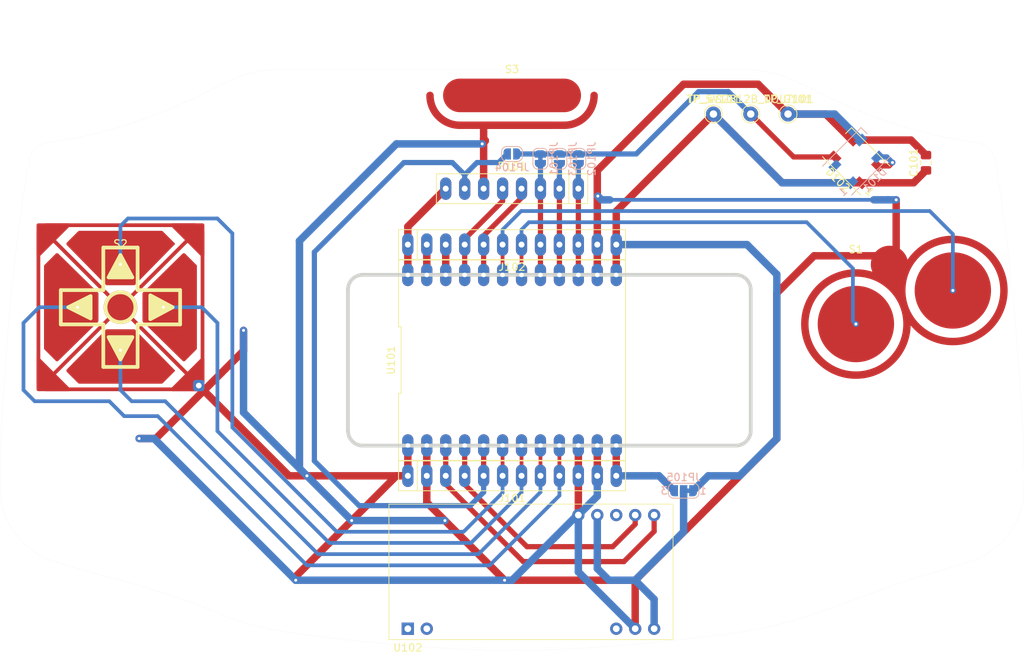
<source format=kicad_pcb>
(kicad_pcb (version 20171130) (host pcbnew "(5.1.5)-3")

  (general
    (thickness 1.6)
    (drawings 3358)
    (tracks 245)
    (zones 0)
    (modules 19)
    (nets 30)
  )

  (page A4)
  (layers
    (0 F.Cu signal)
    (31 B.Cu signal)
    (32 B.Adhes user)
    (33 F.Adhes user)
    (34 B.Paste user)
    (35 F.Paste user)
    (36 B.SilkS user)
    (37 F.SilkS user)
    (38 B.Mask user)
    (39 F.Mask user)
    (40 Dwgs.User user)
    (41 Cmts.User user)
    (42 Eco1.User user)
    (43 Eco2.User user)
    (44 Edge.Cuts user)
    (45 Margin user)
    (46 B.CrtYd user)
    (47 F.CrtYd user)
    (48 B.Fab user)
    (49 F.Fab user)
  )

  (setup
    (last_trace_width 0.25)
    (user_trace_width 1)
    (trace_clearance 0.2)
    (zone_clearance 0.508)
    (zone_45_only no)
    (trace_min 0.2)
    (via_size 0.8)
    (via_drill 0.4)
    (via_min_size 0.4)
    (via_min_drill 0.3)
    (uvia_size 0.3)
    (uvia_drill 0.1)
    (uvias_allowed no)
    (uvia_min_size 0.2)
    (uvia_min_drill 0.1)
    (edge_width 0.05)
    (segment_width 0.2)
    (pcb_text_width 0.3)
    (pcb_text_size 1.5 1.5)
    (mod_edge_width 0.12)
    (mod_text_size 1 1)
    (mod_text_width 0.15)
    (pad_size 1 1.5)
    (pad_drill 0)
    (pad_to_mask_clearance 0.051)
    (solder_mask_min_width 0.25)
    (aux_axis_origin 0 0)
    (visible_elements 7FFFFFFF)
    (pcbplotparams
      (layerselection 0x010fc_ffffffff)
      (usegerberextensions false)
      (usegerberattributes false)
      (usegerberadvancedattributes false)
      (creategerberjobfile false)
      (excludeedgelayer true)
      (linewidth 0.100000)
      (plotframeref false)
      (viasonmask false)
      (mode 1)
      (useauxorigin false)
      (hpglpennumber 1)
      (hpglpenspeed 20)
      (hpglpendiameter 15.000000)
      (psnegative false)
      (psa4output false)
      (plotreference true)
      (plotvalue true)
      (plotinvisibletext false)
      (padsonsilk false)
      (subtractmaskfromsilk false)
      (outputformat 1)
      (mirror false)
      (drillshape 1)
      (scaleselection 1)
      (outputdirectory ""))
  )

  (net 0 "")
  (net 1 "Net-(U102-Pad8)")
  (net 2 "Net-(U102-Pad1)")
  (net 3 "Net-(U102-Pad2)")
  (net 4 "Net-(U102-Pad3)")
  (net 5 /5V)
  (net 6 /WS2812B_DOUT)
  (net 7 /G)
  (net 8 /3V3)
  (net 9 /SPI_IRQ)
  (net 10 /SPI_MISO)
  (net 11 /SPI_CLK)
  (net 12 /B)
  (net 13 /A)
  (net 14 /D)
  (net 15 /U)
  (net 16 /R)
  (net 17 /L)
  (net 18 /0x20)
  (net 19 /TX)
  (net 20 /RX)
  (net 21 /SPI_SS)
  (net 22 "Net-(J102-Pad3)")
  (net 23 "Net-(J102-Pad2)")
  (net 24 /WS2812B_DIN)
  (net 25 /SPI_MOSI)
  (net 26 /SPI_#RST)
  (net 27 "Net-(D101-Pad2)")
  (net 28 /3V3_L)
  (net 29 /RDM6300_SUPPLY)

  (net_class Default "Dit is de standaard class."
    (clearance 0.2)
    (trace_width 0.25)
    (via_dia 0.8)
    (via_drill 0.4)
    (uvia_dia 0.3)
    (uvia_drill 0.1)
    (add_net /0x20)
    (add_net "Net-(D101-Pad2)")
    (add_net "Net-(J102-Pad2)")
    (add_net "Net-(J102-Pad3)")
    (add_net "Net-(U102-Pad1)")
    (add_net "Net-(U102-Pad2)")
    (add_net "Net-(U102-Pad3)")
    (add_net "Net-(U102-Pad8)")
  )

  (net_class BUTTONS ""
    (clearance 0.2)
    (trace_width 0.5)
    (via_dia 0.8)
    (via_drill 0.4)
    (uvia_dia 0.3)
    (uvia_drill 0.1)
    (add_net /A)
    (add_net /B)
    (add_net /D)
    (add_net /L)
    (add_net /R)
    (add_net /U)
  )

  (net_class SPI ""
    (clearance 0.2)
    (trace_width 0.7)
    (via_dia 0.8)
    (via_drill 0.4)
    (uvia_dia 0.3)
    (uvia_drill 0.1)
    (add_net /RX)
    (add_net /SPI_#RST)
    (add_net /SPI_CLK)
    (add_net /SPI_IRQ)
    (add_net /SPI_MISO)
    (add_net /SPI_MOSI)
    (add_net /SPI_SS)
    (add_net /TX)
    (add_net /WS2812B_DIN)
    (add_net /WS2812B_DOUT)
  )

  (net_class SUPPLY ""
    (clearance 0.2)
    (trace_width 1)
    (via_dia 0.8)
    (via_drill 0.4)
    (uvia_dia 0.3)
    (uvia_drill 0.1)
    (add_net /3V3)
    (add_net /3V3_L)
    (add_net /5V)
    (add_net /G)
    (add_net /RDM6300_SUPPLY)
  )

  (module newline_pcb:RDM6300_B38.5x18.2mm (layer F.Cu) (tedit 5CD4499B) (tstamp 5E55B543)
    (at 86.03 136)
    (path /5E55AEB8)
    (fp_text reference U102 (at 0 2.54) (layer F.SilkS)
      (effects (font (size 1 1) (thickness 0.15)))
    )
    (fp_text value RDM6300 (at 7.62 -17.78) (layer F.Fab)
      (effects (font (size 1 1) (thickness 0.15)))
    )
    (fp_line (start -2.54 -16.7005) (end -2.54 1.4605) (layer F.SilkS) (width 0.1))
    (fp_line (start -2.54 1.4605) (end 35.56 1.4605) (layer F.SilkS) (width 0.1))
    (fp_line (start 35.56 1.4605) (end 35.56 -16.7005) (layer F.SilkS) (width 0.1))
    (fp_line (start 35.56 -16.7005) (end -2.54 -16.7005) (layer F.SilkS) (width 0.1))
    (pad 10 thru_hole circle (at 22.86 -15.24) (size 1.65 1.65) (drill 0.9) (layers *.Cu *.Mask)
      (net 7 /G))
    (pad 9 thru_hole circle (at 25.4 -15.24) (size 1.65 1.65) (drill 0.9) (layers *.Cu *.Mask)
      (net 29 /RDM6300_SUPPLY))
    (pad 8 thru_hole circle (at 27.94 -15.24) (size 1.65 1.65) (drill 0.9) (layers *.Cu *.Mask)
      (net 1 "Net-(U102-Pad8)"))
    (pad 7 thru_hole circle (at 30.48 -15.24) (size 1.65 1.65) (drill 0.9) (layers *.Cu *.Mask)
      (net 20 /RX))
    (pad 1 thru_hole rect (at 0 0) (size 1.65 1.65) (drill 0.9) (layers *.Cu *.Mask)
      (net 2 "Net-(U102-Pad1)"))
    (pad 2 thru_hole circle (at 2.54 0) (size 1.65 1.65) (drill 0.9) (layers *.Cu *.Mask)
      (net 3 "Net-(U102-Pad2)"))
    (pad 3 thru_hole circle (at 27.94 0) (size 1.65 1.65) (drill 0.9) (layers *.Cu *.Mask)
      (net 4 "Net-(U102-Pad3)"))
    (pad 4 thru_hole circle (at 30.48 0) (size 1.65 1.65) (drill 0.9) (layers *.Cu *.Mask)
      (net 7 /G))
    (pad 5 thru_hole circle (at 33.02 0) (size 1.65 1.65) (drill 0.9) (layers *.Cu *.Mask)
      (net 29 /RDM6300_SUPPLY))
    (pad 6 thru_hole circle (at 33.02 -15.24) (size 1.65 1.65) (drill 0.9) (layers *.Cu *.Mask)
      (net 19 /TX))
  )

  (module Jumper:SolderJumper-3_P1.3mm_Bridged12_RoundedPad1.0x1.5mm_NumberLabels (layer B.Cu) (tedit 5C745336) (tstamp 5E6147A5)
    (at 123 117.5 180)
    (descr "SMD Solder 3-pad Jumper, 1x1.5mm rounded Pads, 0.3mm gap, pads 1-2 bridged with 1 copper strip, labeled with numbers")
    (tags "solder jumper open")
    (path /5E6F5611)
    (attr virtual)
    (fp_text reference JP105 (at 0 1.8) (layer B.SilkS)
      (effects (font (size 1 1) (thickness 0.15)) (justify mirror))
    )
    (fp_text value SolderJumper_3_Bridged12 (at 0 -1.9) (layer B.Fab)
      (effects (font (size 1 1) (thickness 0.15)) (justify mirror))
    )
    (fp_poly (pts (xy -0.9 0.3) (xy -0.4 0.3) (xy -0.4 -0.3) (xy -0.9 -0.3)) (layer B.Cu) (width 0))
    (fp_arc (start -1.35 0.3) (end -1.35 1) (angle 90) (layer B.SilkS) (width 0.12))
    (fp_arc (start -1.35 -0.3) (end -2.05 -0.3) (angle 90) (layer B.SilkS) (width 0.12))
    (fp_arc (start 1.35 -0.3) (end 1.35 -1) (angle 90) (layer B.SilkS) (width 0.12))
    (fp_arc (start 1.35 0.3) (end 2.05 0.3) (angle 90) (layer B.SilkS) (width 0.12))
    (fp_line (start 2.3 -1.25) (end -2.3 -1.25) (layer B.CrtYd) (width 0.05))
    (fp_line (start 2.3 -1.25) (end 2.3 1.25) (layer B.CrtYd) (width 0.05))
    (fp_line (start -2.3 1.25) (end -2.3 -1.25) (layer B.CrtYd) (width 0.05))
    (fp_line (start -2.3 1.25) (end 2.3 1.25) (layer B.CrtYd) (width 0.05))
    (fp_line (start -1.4 1) (end 1.4 1) (layer B.SilkS) (width 0.12))
    (fp_line (start 2.05 0.3) (end 2.05 -0.3) (layer B.SilkS) (width 0.12))
    (fp_line (start 1.4 -1) (end -1.4 -1) (layer B.SilkS) (width 0.12))
    (fp_line (start -2.05 -0.3) (end -2.05 0.3) (layer B.SilkS) (width 0.12))
    (fp_text user 1 (at -2.6 0) (layer B.SilkS)
      (effects (font (size 1 1) (thickness 0.15)) (justify mirror))
    )
    (fp_text user 3 (at 2.6 0) (layer B.SilkS)
      (effects (font (size 1 1) (thickness 0.15)) (justify mirror))
    )
    (pad 1 smd custom (at -1.3 0 180) (size 1 0.5) (layers B.Cu B.Mask)
      (net 5 /5V) (zone_connect 2)
      (options (clearance outline) (anchor rect))
      (primitives
        (gr_poly (pts
           (xy 0.55 0.75) (xy 0 0.75) (xy 0 -0.75) (xy 0.55 -0.75)) (width 0))
        (gr_circle (center 0 -0.25) (end 0.5 -0.25) (width 0))
        (gr_circle (center 0 0.25) (end 0.5 0.25) (width 0))
      ))
    (pad 2 smd rect (at 0 0 180) (size 1 1.5) (layers B.Cu B.Mask)
      (net 29 /RDM6300_SUPPLY))
    (pad 3 smd custom (at 1.3 0 180) (size 1 0.5) (layers B.Cu B.Mask)
      (net 28 /3V3_L) (zone_connect 2)
      (options (clearance outline) (anchor rect))
      (primitives
        (gr_circle (center 0 -0.25) (end 0.5 -0.25) (width 0))
        (gr_circle (center 0 0.25) (end 0.5 0.25) (width 0))
        (gr_poly (pts
           (xy -0.55 0.75) (xy 0 0.75) (xy 0 -0.75) (xy -0.55 -0.75)) (width 0))
      ))
  )

  (module Jumper:SolderJumper-2_P1.3mm_Open_RoundedPad1.0x1.5mm (layer B.Cu) (tedit 5B391E66) (tstamp 5E6125D8)
    (at 100 72.35)
    (descr "SMD Solder Jumper, 1x1.5mm, rounded Pads, 0.3mm gap, open")
    (tags "solder jumper open")
    (path /5E6D27AB)
    (attr virtual)
    (fp_text reference JP104 (at 0 1.8) (layer B.SilkS)
      (effects (font (size 1 1) (thickness 0.15)) (justify mirror))
    )
    (fp_text value SolderJumper_2_Open (at 0 -1.9) (layer B.Fab)
      (effects (font (size 1 1) (thickness 0.15)) (justify mirror))
    )
    (fp_line (start 1.65 -1.25) (end -1.65 -1.25) (layer B.CrtYd) (width 0.05))
    (fp_line (start 1.65 -1.25) (end 1.65 1.25) (layer B.CrtYd) (width 0.05))
    (fp_line (start -1.65 1.25) (end -1.65 -1.25) (layer B.CrtYd) (width 0.05))
    (fp_line (start -1.65 1.25) (end 1.65 1.25) (layer B.CrtYd) (width 0.05))
    (fp_line (start -0.7 1) (end 0.7 1) (layer B.SilkS) (width 0.12))
    (fp_line (start 1.4 0.3) (end 1.4 -0.3) (layer B.SilkS) (width 0.12))
    (fp_line (start 0.7 -1) (end -0.7 -1) (layer B.SilkS) (width 0.12))
    (fp_line (start -1.4 -0.3) (end -1.4 0.3) (layer B.SilkS) (width 0.12))
    (fp_arc (start -0.7 0.3) (end -0.7 1) (angle 90) (layer B.SilkS) (width 0.12))
    (fp_arc (start -0.7 -0.3) (end -1.4 -0.3) (angle 90) (layer B.SilkS) (width 0.12))
    (fp_arc (start 0.7 -0.3) (end 0.7 -1) (angle 90) (layer B.SilkS) (width 0.12))
    (fp_arc (start 0.7 0.3) (end 1.4 0.3) (angle 90) (layer B.SilkS) (width 0.12))
    (pad 2 smd custom (at 0.65 0) (size 1 0.5) (layers B.Cu B.Mask)
      (net 24 /WS2812B_DIN) (zone_connect 2)
      (options (clearance outline) (anchor rect))
      (primitives
        (gr_circle (center 0 -0.25) (end 0.5 -0.25) (width 0))
        (gr_circle (center 0 0.25) (end 0.5 0.25) (width 0))
        (gr_poly (pts
           (xy 0 0.75) (xy -0.5 0.75) (xy -0.5 -0.75) (xy 0 -0.75)) (width 0))
      ))
    (pad 1 smd custom (at -0.65 0) (size 1 0.5) (layers B.Cu B.Mask)
      (net 26 /SPI_#RST) (zone_connect 2)
      (options (clearance outline) (anchor rect))
      (primitives
        (gr_circle (center 0 -0.25) (end 0.5 -0.25) (width 0))
        (gr_circle (center 0 0.25) (end 0.5 0.25) (width 0))
        (gr_poly (pts
           (xy 0 0.75) (xy 0.5 0.75) (xy 0.5 -0.75) (xy 0 -0.75)) (width 0))
      ))
  )

  (module Jumper:SolderJumper-2_P1.3mm_Open_RoundedPad1.0x1.5mm (layer B.Cu) (tedit 5B391E66) (tstamp 5E6125C6)
    (at 106.35 73 90)
    (descr "SMD Solder Jumper, 1x1.5mm, rounded Pads, 0.3mm gap, open")
    (tags "solder jumper open")
    (path /5E6D279F)
    (attr virtual)
    (fp_text reference JP103 (at 0 1.8 270) (layer B.SilkS)
      (effects (font (size 1 1) (thickness 0.15)) (justify mirror))
    )
    (fp_text value SolderJumper_2_Open (at 0 -1.9 270) (layer B.Fab)
      (effects (font (size 1 1) (thickness 0.15)) (justify mirror))
    )
    (fp_line (start 1.65 -1.25) (end -1.65 -1.25) (layer B.CrtYd) (width 0.05))
    (fp_line (start 1.65 -1.25) (end 1.65 1.25) (layer B.CrtYd) (width 0.05))
    (fp_line (start -1.65 1.25) (end -1.65 -1.25) (layer B.CrtYd) (width 0.05))
    (fp_line (start -1.65 1.25) (end 1.65 1.25) (layer B.CrtYd) (width 0.05))
    (fp_line (start -0.7 1) (end 0.7 1) (layer B.SilkS) (width 0.12))
    (fp_line (start 1.4 0.3) (end 1.4 -0.3) (layer B.SilkS) (width 0.12))
    (fp_line (start 0.7 -1) (end -0.7 -1) (layer B.SilkS) (width 0.12))
    (fp_line (start -1.4 -0.3) (end -1.4 0.3) (layer B.SilkS) (width 0.12))
    (fp_arc (start -0.7 0.3) (end -0.7 1) (angle 90) (layer B.SilkS) (width 0.12))
    (fp_arc (start -0.7 -0.3) (end -1.4 -0.3) (angle 90) (layer B.SilkS) (width 0.12))
    (fp_arc (start 0.7 -0.3) (end 0.7 -1) (angle 90) (layer B.SilkS) (width 0.12))
    (fp_arc (start 0.7 0.3) (end 1.4 0.3) (angle 90) (layer B.SilkS) (width 0.12))
    (pad 2 smd custom (at 0.65 0 90) (size 1 0.5) (layers B.Cu B.Mask)
      (net 24 /WS2812B_DIN) (zone_connect 2)
      (options (clearance outline) (anchor rect))
      (primitives
        (gr_circle (center 0 -0.25) (end 0.5 -0.25) (width 0))
        (gr_circle (center 0 0.25) (end 0.5 0.25) (width 0))
        (gr_poly (pts
           (xy 0 0.75) (xy -0.5 0.75) (xy -0.5 -0.75) (xy 0 -0.75)) (width 0))
      ))
    (pad 1 smd custom (at -0.65 0 90) (size 1 0.5) (layers B.Cu B.Mask)
      (net 11 /SPI_CLK) (zone_connect 2)
      (options (clearance outline) (anchor rect))
      (primitives
        (gr_circle (center 0 -0.25) (end 0.5 -0.25) (width 0))
        (gr_circle (center 0 0.25) (end 0.5 0.25) (width 0))
        (gr_poly (pts
           (xy 0 0.75) (xy 0.5 0.75) (xy 0.5 -0.75) (xy 0 -0.75)) (width 0))
      ))
  )

  (module Jumper:SolderJumper-2_P1.3mm_Open_RoundedPad1.0x1.5mm (layer B.Cu) (tedit 5B391E66) (tstamp 5E6125B4)
    (at 108.88 73 90)
    (descr "SMD Solder Jumper, 1x1.5mm, rounded Pads, 0.3mm gap, open")
    (tags "solder jumper open")
    (path /5E6CD1AE)
    (attr virtual)
    (fp_text reference JP102 (at 0 1.8 270) (layer B.SilkS)
      (effects (font (size 1 1) (thickness 0.15)) (justify mirror))
    )
    (fp_text value SolderJumper_2_Open (at 0 -1.9 270) (layer B.Fab)
      (effects (font (size 1 1) (thickness 0.15)) (justify mirror))
    )
    (fp_line (start 1.65 -1.25) (end -1.65 -1.25) (layer B.CrtYd) (width 0.05))
    (fp_line (start 1.65 -1.25) (end 1.65 1.25) (layer B.CrtYd) (width 0.05))
    (fp_line (start -1.65 1.25) (end -1.65 -1.25) (layer B.CrtYd) (width 0.05))
    (fp_line (start -1.65 1.25) (end 1.65 1.25) (layer B.CrtYd) (width 0.05))
    (fp_line (start -0.7 1) (end 0.7 1) (layer B.SilkS) (width 0.12))
    (fp_line (start 1.4 0.3) (end 1.4 -0.3) (layer B.SilkS) (width 0.12))
    (fp_line (start 0.7 -1) (end -0.7 -1) (layer B.SilkS) (width 0.12))
    (fp_line (start -1.4 -0.3) (end -1.4 0.3) (layer B.SilkS) (width 0.12))
    (fp_arc (start -0.7 0.3) (end -0.7 1) (angle 90) (layer B.SilkS) (width 0.12))
    (fp_arc (start -0.7 -0.3) (end -1.4 -0.3) (angle 90) (layer B.SilkS) (width 0.12))
    (fp_arc (start 0.7 -0.3) (end 0.7 -1) (angle 90) (layer B.SilkS) (width 0.12))
    (fp_arc (start 0.7 0.3) (end 1.4 0.3) (angle 90) (layer B.SilkS) (width 0.12))
    (pad 2 smd custom (at 0.65 0 90) (size 1 0.5) (layers B.Cu B.Mask)
      (net 24 /WS2812B_DIN) (zone_connect 2)
      (options (clearance outline) (anchor rect))
      (primitives
        (gr_circle (center 0 -0.25) (end 0.5 -0.25) (width 0))
        (gr_circle (center 0 0.25) (end 0.5 0.25) (width 0))
        (gr_poly (pts
           (xy 0 0.75) (xy -0.5 0.75) (xy -0.5 -0.75) (xy 0 -0.75)) (width 0))
      ))
    (pad 1 smd custom (at -0.65 0 90) (size 1 0.5) (layers B.Cu B.Mask)
      (net 21 /SPI_SS) (zone_connect 2)
      (options (clearance outline) (anchor rect))
      (primitives
        (gr_circle (center 0 -0.25) (end 0.5 -0.25) (width 0))
        (gr_circle (center 0 0.25) (end 0.5 0.25) (width 0))
        (gr_poly (pts
           (xy 0 0.75) (xy 0.5 0.75) (xy 0.5 -0.75) (xy 0 -0.75)) (width 0))
      ))
  )

  (module Jumper:SolderJumper-2_P1.3mm_Bridged_RoundedPad1.0x1.5mm (layer B.Cu) (tedit 5C745284) (tstamp 5E6125A2)
    (at 103.8 73 90)
    (descr "SMD Solder Jumper, 1x1.5mm, rounded Pads, 0.3mm gap, bridged with 1 copper strip")
    (tags "solder jumper open")
    (path /5E6C9FB9)
    (attr virtual)
    (fp_text reference JP101 (at 0 1.8 270) (layer B.SilkS)
      (effects (font (size 1 1) (thickness 0.15)) (justify mirror))
    )
    (fp_text value SolderJumper_2_Bridged (at 0 -1.9 270) (layer B.Fab)
      (effects (font (size 1 1) (thickness 0.15)) (justify mirror))
    )
    (fp_poly (pts (xy 0.25 0.3) (xy -0.25 0.3) (xy -0.25 -0.3) (xy 0.25 -0.3)) (layer B.Cu) (width 0))
    (fp_line (start 1.65 -1.25) (end -1.65 -1.25) (layer B.CrtYd) (width 0.05))
    (fp_line (start 1.65 -1.25) (end 1.65 1.25) (layer B.CrtYd) (width 0.05))
    (fp_line (start -1.65 1.25) (end -1.65 -1.25) (layer B.CrtYd) (width 0.05))
    (fp_line (start -1.65 1.25) (end 1.65 1.25) (layer B.CrtYd) (width 0.05))
    (fp_line (start -0.7 1) (end 0.7 1) (layer B.SilkS) (width 0.12))
    (fp_line (start 1.4 0.3) (end 1.4 -0.3) (layer B.SilkS) (width 0.12))
    (fp_line (start 0.7 -1) (end -0.7 -1) (layer B.SilkS) (width 0.12))
    (fp_line (start -1.4 -0.3) (end -1.4 0.3) (layer B.SilkS) (width 0.12))
    (fp_arc (start -0.7 0.3) (end -0.7 1) (angle 90) (layer B.SilkS) (width 0.12))
    (fp_arc (start -0.7 -0.3) (end -1.4 -0.3) (angle 90) (layer B.SilkS) (width 0.12))
    (fp_arc (start 0.7 -0.3) (end 0.7 -1) (angle 90) (layer B.SilkS) (width 0.12))
    (fp_arc (start 0.7 0.3) (end 1.4 0.3) (angle 90) (layer B.SilkS) (width 0.12))
    (pad 1 smd custom (at -0.65 0 90) (size 1 0.5) (layers B.Cu B.Mask)
      (net 25 /SPI_MOSI) (zone_connect 2)
      (options (clearance outline) (anchor rect))
      (primitives
        (gr_circle (center 0 -0.25) (end 0.5 -0.25) (width 0))
        (gr_circle (center 0 0.25) (end 0.5 0.25) (width 0))
        (gr_poly (pts
           (xy 0 0.75) (xy 0.5 0.75) (xy 0.5 -0.75) (xy 0 -0.75)) (width 0))
      ))
    (pad 2 smd custom (at 0.65 0 90) (size 1 0.5) (layers B.Cu B.Mask)
      (net 24 /WS2812B_DIN) (zone_connect 2)
      (options (clearance outline) (anchor rect))
      (primitives
        (gr_circle (center 0 -0.25) (end 0.5 -0.25) (width 0))
        (gr_circle (center 0 0.25) (end 0.5 0.25) (width 0))
        (gr_poly (pts
           (xy 0 0.75) (xy -0.5 0.75) (xy -0.5 -0.75) (xy 0 -0.75)) (width 0))
      ))
  )

  (module LED_SMD:LED_WS2812B_PLCC4_5.0x5.0mm_P3.2mm (layer F.Cu) (tedit 5AA4B285) (tstamp 5E610A52)
    (at 146.15 73.35 135)
    (descr https://cdn-shop.adafruit.com/datasheets/WS2812B.pdf)
    (tags "LED RGB NeoPixel")
    (path /5E6917ED)
    (attr smd)
    (fp_text reference D102 (at 0 -3.5 135) (layer F.SilkS)
      (effects (font (size 1 1) (thickness 0.15)))
    )
    (fp_text value WS2812B (at 0 4 135) (layer F.Fab)
      (effects (font (size 1 1) (thickness 0.15)))
    )
    (fp_circle (center 0 0) (end 0 -2) (layer F.Fab) (width 0.1))
    (fp_line (start 3.65 2.75) (end 3.65 1.6) (layer F.SilkS) (width 0.12))
    (fp_line (start -3.65 2.75) (end 3.65 2.75) (layer F.SilkS) (width 0.12))
    (fp_line (start -3.65 -2.75) (end 3.65 -2.75) (layer F.SilkS) (width 0.12))
    (fp_line (start 2.5 -2.5) (end -2.5 -2.5) (layer F.Fab) (width 0.1))
    (fp_line (start 2.5 2.5) (end 2.5 -2.5) (layer F.Fab) (width 0.1))
    (fp_line (start -2.5 2.5) (end 2.5 2.5) (layer F.Fab) (width 0.1))
    (fp_line (start -2.5 -2.5) (end -2.5 2.5) (layer F.Fab) (width 0.1))
    (fp_line (start 2.5 1.5) (end 1.5 2.5) (layer F.Fab) (width 0.1))
    (fp_line (start -3.45 -2.75) (end -3.45 2.75) (layer F.CrtYd) (width 0.05))
    (fp_line (start -3.45 2.75) (end 3.45 2.75) (layer F.CrtYd) (width 0.05))
    (fp_line (start 3.45 2.75) (end 3.45 -2.75) (layer F.CrtYd) (width 0.05))
    (fp_line (start 3.45 -2.75) (end -3.45 -2.75) (layer F.CrtYd) (width 0.05))
    (fp_text user %R (at 0 0 135) (layer F.Fab)
      (effects (font (size 0.8 0.8) (thickness 0.15)))
    )
    (fp_text user 1 (at -4.15 -1.6 135) (layer F.SilkS)
      (effects (font (size 1 1) (thickness 0.15)))
    )
    (pad 1 smd rect (at -2.45 -1.6 135) (size 1.5 1) (layers F.Cu F.Paste F.Mask)
      (net 5 /5V))
    (pad 2 smd rect (at -2.45 1.6 135) (size 1.5 1) (layers F.Cu F.Paste F.Mask)
      (net 6 /WS2812B_DOUT))
    (pad 4 smd rect (at 2.45 -1.6 135) (size 1.5 1) (layers F.Cu F.Paste F.Mask)
      (net 24 /WS2812B_DIN))
    (pad 3 smd rect (at 2.45 1.6 135) (size 1.5 1) (layers F.Cu F.Paste F.Mask)
      (net 7 /G))
    (model ${KISYS3DMOD}/LED_SMD.3dshapes/LED_WS2812B_PLCC4_5.0x5.0mm_P3.2mm.wrl
      (at (xyz 0 0 0))
      (scale (xyz 1 1 1))
      (rotate (xyz 0 0 0))
    )
  )

  (module newline_pcb:TTGO_TDISPLAY_CUTOUT (layer F.Cu) (tedit 5E5EF149) (tstamp 5E560C45)
    (at 100 100)
    (path /5E5681A7)
    (fp_text reference U101 (at -16.22 0 90) (layer F.SilkS)
      (effects (font (size 1 1) (thickness 0.15)))
    )
    (fp_text value TTGO_TDISPLAY (at 0 0) (layer F.Fab)
      (effects (font (size 1 1) (thickness 0.15)))
    )
    (fp_line (start -14.97 13.18) (end -14.97 -13.18) (layer F.CrtYd) (width 0.05))
    (fp_line (start 14.97 13.18) (end -14.97 13.18) (layer F.CrtYd) (width 0.05))
    (fp_line (start 14.97 -13.18) (end 14.97 13.18) (layer F.CrtYd) (width 0.05))
    (fp_line (start -14.97 -13.18) (end 14.97 -13.18) (layer F.CrtYd) (width 0.05))
    (fp_line (start -15.22 4.476666) (end -15.22 13.429999) (layer F.SilkS) (width 0.12))
    (fp_line (start -14.86 4.476666) (end -15.22 4.476666) (layer F.SilkS) (width 0.12))
    (fp_line (start -14.86 -4.476666) (end -14.86 4.476666) (layer F.SilkS) (width 0.12))
    (fp_line (start -15.22 -4.476666) (end -14.86 -4.476666) (layer F.SilkS) (width 0.12))
    (fp_line (start -15.22 -13.43) (end -15.22 -4.476666) (layer F.SilkS) (width 0.12))
    (fp_line (start 15.22 -13.429999) (end -15.22 -13.43) (layer F.SilkS) (width 0.12))
    (fp_line (start 15.22 13.43) (end 15.22 -13.429999) (layer F.SilkS) (width 0.12))
    (fp_line (start -15.22 13.429999) (end 15.22 13.43) (layer F.SilkS) (width 0.12))
    (pad 12 thru_hole oval (at 13.97 11.43) (size 1.5 3) (drill 0.6) (layers *.Cu *.Mask)
      (net 28 /3V3_L))
    (pad 13 thru_hole oval (at 13.97 -11.43) (size 1.5 3) (drill 0.6) (layers *.Cu *.Mask)
      (net 5 /5V))
    (pad 11 thru_hole oval (at 11.43 11.43) (size 1.5 3) (drill 0.6) (layers *.Cu *.Mask)
      (net 7 /G))
    (pad 14 thru_hole oval (at 11.43 -11.43) (size 1.5 3) (drill 0.6) (layers *.Cu *.Mask)
      (net 7 /G))
    (pad 10 thru_hole oval (at 8.89 11.43) (size 1.5 3) (drill 0.6) (layers *.Cu *.Mask)
      (net 7 /G))
    (pad 15 thru_hole oval (at 8.89 -11.43) (size 1.5 3) (drill 0.6) (layers *.Cu *.Mask)
      (net 21 /SPI_SS))
    (pad 9 thru_hole oval (at 6.35 11.43) (size 1.5 3) (drill 0.6) (layers *.Cu *.Mask)
      (net 17 /L))
    (pad 16 thru_hole oval (at 6.35 -11.43) (size 1.5 3) (drill 0.6) (layers *.Cu *.Mask)
      (net 11 /SPI_CLK))
    (pad 8 thru_hole oval (at 3.81 11.43) (size 1.5 3) (drill 0.6) (layers *.Cu *.Mask)
      (net 14 /D))
    (pad 17 thru_hole oval (at 3.81 -11.43) (size 1.5 3) (drill 0.6) (layers *.Cu *.Mask)
      (net 25 /SPI_MOSI))
    (pad 7 thru_hole oval (at 1.27 11.43) (size 1.5 3) (drill 0.6) (layers *.Cu *.Mask)
      (net 16 /R))
    (pad 18 thru_hole oval (at 1.27 -11.43) (size 1.5 3) (drill 0.6) (layers *.Cu *.Mask)
      (net 12 /B))
    (pad 6 thru_hole oval (at -1.27 11.43) (size 1.5 3) (drill 0.6) (layers *.Cu *.Mask)
      (net 15 /U))
    (pad 19 thru_hole oval (at -1.27 -11.43) (size 1.5 3) (drill 0.6) (layers *.Cu *.Mask)
      (net 13 /A))
    (pad 5 thru_hole oval (at -3.81 11.43) (size 1.5 3) (drill 0.6) (layers *.Cu *.Mask)
      (net 26 /SPI_#RST))
    (pad 20 thru_hole oval (at -3.81 -11.43) (size 1.5 3) (drill 0.6) (layers *.Cu *.Mask)
      (net 10 /SPI_MISO))
    (pad 4 thru_hole oval (at -6.35 11.43) (size 1.5 3) (drill 0.6) (layers *.Cu *.Mask)
      (net 20 /RX))
    (pad 21 thru_hole oval (at -6.35 -11.43) (size 1.5 3) (drill 0.6) (layers *.Cu *.Mask)
      (net 9 /SPI_IRQ))
    (pad 3 thru_hole oval (at -8.89 11.43) (size 1.5 3) (drill 0.6) (layers *.Cu *.Mask)
      (net 19 /TX))
    (pad 22 thru_hole oval (at -8.89 -11.43) (size 1.5 3) (drill 0.6) (layers *.Cu *.Mask)
      (net 22 "Net-(J102-Pad3)"))
    (pad 2 thru_hole oval (at -11.43 11.43) (size 1.5 3) (drill 0.6) (layers *.Cu *.Mask)
      (net 7 /G))
    (pad 23 thru_hole oval (at -11.43 -11.43) (size 1.5 3) (drill 0.6) (layers *.Cu *.Mask)
      (net 23 "Net-(J102-Pad2)"))
    (pad 1 thru_hole oval (at -13.97 11.43) (size 1.5 3) (drill 0.6) (layers *.Cu *.Mask)
      (net 7 /G))
    (pad 24 thru_hole oval (at -13.97 -11.43) (size 1.5 3) (drill 0.6) (layers *.Cu *.Mask)
      (net 8 /3V3))
  )

  (module newline_pcb:TTGO_TDISPLAY_1ROW (layer F.Cu) (tedit 0) (tstamp 5E5F6D75)
    (at 100 84.5)
    (path /5E66BF02)
    (fp_text reference J102 (at 0 3) (layer F.SilkS)
      (effects (font (size 1 1) (thickness 0.15)))
    )
    (fp_text value Conn_01x12 (at 0 -3) (layer F.Fab)
      (effects (font (size 1 1) (thickness 0.15)))
    )
    (fp_line (start -14.97 1.75) (end -14.97 -1.75) (layer F.CrtYd) (width 0.05))
    (fp_line (start 14.97 1.75) (end -14.97 1.75) (layer F.CrtYd) (width 0.05))
    (fp_line (start 14.97 -1.75) (end 14.97 1.75) (layer F.CrtYd) (width 0.05))
    (fp_line (start -14.97 -1.75) (end 14.97 -1.75) (layer F.CrtYd) (width 0.05))
    (fp_line (start -12.7 -2) (end -12.7 2) (layer F.SilkS) (width 0.12))
    (fp_line (start -15.22 2) (end -15.22 -2) (layer F.SilkS) (width 0.12))
    (fp_line (start 15.22 2) (end -15.22 2) (layer F.SilkS) (width 0.12))
    (fp_line (start 15.22 -2) (end 15.22 2) (layer F.SilkS) (width 0.12))
    (fp_line (start -15.22 -2) (end 15.22 -2) (layer F.SilkS) (width 0.12))
    (pad 12 thru_hole oval (at 13.97 0) (size 1.5 3) (drill 0.8) (layers *.Cu *.Mask)
      (net 5 /5V))
    (pad 11 thru_hole oval (at 11.43 0) (size 1.5 3) (drill 0.8) (layers *.Cu *.Mask)
      (net 7 /G))
    (pad 10 thru_hole oval (at 8.89 0) (size 1.5 3) (drill 0.8) (layers *.Cu *.Mask)
      (net 21 /SPI_SS))
    (pad 9 thru_hole oval (at 6.35 0) (size 1.5 3) (drill 0.8) (layers *.Cu *.Mask)
      (net 11 /SPI_CLK))
    (pad 8 thru_hole oval (at 3.81 0) (size 1.5 3) (drill 0.8) (layers *.Cu *.Mask)
      (net 25 /SPI_MOSI))
    (pad 7 thru_hole oval (at 1.27 0) (size 1.5 3) (drill 0.8) (layers *.Cu *.Mask)
      (net 12 /B))
    (pad 6 thru_hole oval (at -1.27 0) (size 1.5 3) (drill 0.8) (layers *.Cu *.Mask)
      (net 13 /A))
    (pad 5 thru_hole oval (at -3.81 0) (size 1.5 3) (drill 0.8) (layers *.Cu *.Mask)
      (net 10 /SPI_MISO))
    (pad 4 thru_hole oval (at -6.35 0) (size 1.5 3) (drill 0.8) (layers *.Cu *.Mask)
      (net 9 /SPI_IRQ))
    (pad 3 thru_hole oval (at -8.89 0) (size 1.5 3) (drill 0.8) (layers *.Cu *.Mask)
      (net 22 "Net-(J102-Pad3)"))
    (pad 2 thru_hole oval (at -11.43 0) (size 1.5 3) (drill 0.8) (layers *.Cu *.Mask)
      (net 23 "Net-(J102-Pad2)"))
    (pad 1 thru_hole oval (at -13.97 0) (size 1.5 3) (drill 0.8) (layers *.Cu *.Mask)
      (net 8 /3V3))
  )

  (module newline_pcb:RC522 (layer F.Cu) (tedit 0) (tstamp 5E55ACC2)
    (at 100 77 180)
    (path /5E559F53)
    (fp_text reference P101 (at 0 3) (layer F.SilkS)
      (effects (font (size 1 1) (thickness 0.15)))
    )
    (fp_text value RFID-RC522-MODULE (at 0 -3) (layer F.Fab)
      (effects (font (size 1 1) (thickness 0.15)))
    )
    (fp_line (start -9.89 1.75) (end -9.89 -1.75) (layer F.CrtYd) (width 0.05))
    (fp_line (start 9.89 1.75) (end -9.89 1.75) (layer F.CrtYd) (width 0.05))
    (fp_line (start 9.89 -1.75) (end 9.89 1.75) (layer F.CrtYd) (width 0.05))
    (fp_line (start -9.89 -1.75) (end 9.89 -1.75) (layer F.CrtYd) (width 0.05))
    (fp_line (start -7.62 -2) (end -7.62 2) (layer F.SilkS) (width 0.12))
    (fp_line (start -10.14 2) (end -10.14 -2) (layer F.SilkS) (width 0.12))
    (fp_line (start 10.14 2) (end -10.14 2) (layer F.SilkS) (width 0.12))
    (fp_line (start 10.14 -2) (end 10.14 2) (layer F.SilkS) (width 0.12))
    (fp_line (start -10.14 -2) (end 10.14 -2) (layer F.SilkS) (width 0.12))
    (pad 8 thru_hole oval (at 8.89 0 180) (size 1.5 3) (drill 0.8) (layers *.Cu *.Mask)
      (net 8 /3V3))
    (pad 7 thru_hole oval (at 6.35 0 180) (size 1.5 3) (drill 0.8) (layers *.Cu *.Mask)
      (net 26 /SPI_#RST))
    (pad 6 thru_hole oval (at 3.81 0 180) (size 1.5 3) (drill 0.8) (layers *.Cu *.Mask)
      (net 7 /G))
    (pad 5 thru_hole oval (at 1.27 0 180) (size 1.5 3) (drill 0.8) (layers *.Cu *.Mask)
      (net 9 /SPI_IRQ))
    (pad 4 thru_hole oval (at -1.27 0 180) (size 1.5 3) (drill 0.8) (layers *.Cu *.Mask)
      (net 10 /SPI_MISO))
    (pad 3 thru_hole oval (at -3.81 0 180) (size 1.5 3) (drill 0.8) (layers *.Cu *.Mask)
      (net 25 /SPI_MOSI))
    (pad 2 thru_hole oval (at -6.35 0 180) (size 1.5 3) (drill 0.8) (layers *.Cu *.Mask)
      (net 11 /SPI_CLK))
    (pad 1 thru_hole oval (at -8.89 0 180) (size 1.5 3) (drill 0.8) (layers *.Cu *.Mask)
      (net 21 /SPI_SS))
  )

  (module newline_pcb:TTGO_TDISPLAY_1ROW (layer F.Cu) (tedit 0) (tstamp 5E5F6984)
    (at 100 115.5)
    (path /5E66A12B)
    (fp_text reference J101 (at 0 3) (layer F.SilkS)
      (effects (font (size 1 1) (thickness 0.15)))
    )
    (fp_text value Conn_01x12 (at 0 -3) (layer F.Fab)
      (effects (font (size 1 1) (thickness 0.15)))
    )
    (fp_line (start -14.97 1.75) (end -14.97 -1.75) (layer F.CrtYd) (width 0.05))
    (fp_line (start 14.97 1.75) (end -14.97 1.75) (layer F.CrtYd) (width 0.05))
    (fp_line (start 14.97 -1.75) (end 14.97 1.75) (layer F.CrtYd) (width 0.05))
    (fp_line (start -14.97 -1.75) (end 14.97 -1.75) (layer F.CrtYd) (width 0.05))
    (fp_line (start -12.7 -2) (end -12.7 2) (layer F.SilkS) (width 0.12))
    (fp_line (start -15.22 2) (end -15.22 -2) (layer F.SilkS) (width 0.12))
    (fp_line (start 15.22 2) (end -15.22 2) (layer F.SilkS) (width 0.12))
    (fp_line (start 15.22 -2) (end 15.22 2) (layer F.SilkS) (width 0.12))
    (fp_line (start -15.22 -2) (end 15.22 -2) (layer F.SilkS) (width 0.12))
    (pad 12 thru_hole oval (at 13.97 0) (size 1.5 3) (drill 0.8) (layers *.Cu *.Mask)
      (net 28 /3V3_L))
    (pad 11 thru_hole oval (at 11.43 0) (size 1.5 3) (drill 0.8) (layers *.Cu *.Mask)
      (net 7 /G))
    (pad 10 thru_hole oval (at 8.89 0) (size 1.5 3) (drill 0.8) (layers *.Cu *.Mask)
      (net 7 /G))
    (pad 9 thru_hole oval (at 6.35 0) (size 1.5 3) (drill 0.8) (layers *.Cu *.Mask)
      (net 17 /L))
    (pad 8 thru_hole oval (at 3.81 0) (size 1.5 3) (drill 0.8) (layers *.Cu *.Mask)
      (net 14 /D))
    (pad 7 thru_hole oval (at 1.27 0) (size 1.5 3) (drill 0.8) (layers *.Cu *.Mask)
      (net 16 /R))
    (pad 6 thru_hole oval (at -1.27 0) (size 1.5 3) (drill 0.8) (layers *.Cu *.Mask)
      (net 15 /U))
    (pad 5 thru_hole oval (at -3.81 0) (size 1.5 3) (drill 0.8) (layers *.Cu *.Mask)
      (net 26 /SPI_#RST))
    (pad 4 thru_hole oval (at -6.35 0) (size 1.5 3) (drill 0.8) (layers *.Cu *.Mask)
      (net 20 /RX))
    (pad 3 thru_hole oval (at -8.89 0) (size 1.5 3) (drill 0.8) (layers *.Cu *.Mask)
      (net 19 /TX))
    (pad 2 thru_hole oval (at -11.43 0) (size 1.5 3) (drill 0.8) (layers *.Cu *.Mask)
      (net 7 /G))
    (pad 1 thru_hole oval (at -13.97 0) (size 1.5 3) (drill 0.8) (layers *.Cu *.Mask)
      (net 7 /G))
  )

  (module Capacitor_SMD:C_0805_2012Metric_Pad1.15x1.40mm_HandSolder (layer F.Cu) (tedit 5B36C52B) (tstamp 5E60287B)
    (at 155.5 73.525 90)
    (descr "Capacitor SMD 0805 (2012 Metric), square (rectangular) end terminal, IPC_7351 nominal with elongated pad for handsoldering. (Body size source: https://docs.google.com/spreadsheets/d/1BsfQQcO9C6DZCsRaXUlFlo91Tg2WpOkGARC1WS5S8t0/edit?usp=sharing), generated with kicad-footprint-generator")
    (tags "capacitor handsolder")
    (path /5E5E2499)
    (attr smd)
    (fp_text reference C101 (at 0 -1.65 90) (layer F.SilkS)
      (effects (font (size 1 1) (thickness 0.15)))
    )
    (fp_text value 100n (at 0 1.65 90) (layer F.Fab)
      (effects (font (size 1 1) (thickness 0.15)))
    )
    (fp_text user %R (at 0 0 90) (layer F.Fab)
      (effects (font (size 0.5 0.5) (thickness 0.08)))
    )
    (fp_line (start 1.85 0.95) (end -1.85 0.95) (layer F.CrtYd) (width 0.05))
    (fp_line (start 1.85 -0.95) (end 1.85 0.95) (layer F.CrtYd) (width 0.05))
    (fp_line (start -1.85 -0.95) (end 1.85 -0.95) (layer F.CrtYd) (width 0.05))
    (fp_line (start -1.85 0.95) (end -1.85 -0.95) (layer F.CrtYd) (width 0.05))
    (fp_line (start -0.261252 0.71) (end 0.261252 0.71) (layer F.SilkS) (width 0.12))
    (fp_line (start -0.261252 -0.71) (end 0.261252 -0.71) (layer F.SilkS) (width 0.12))
    (fp_line (start 1 0.6) (end -1 0.6) (layer F.Fab) (width 0.1))
    (fp_line (start 1 -0.6) (end 1 0.6) (layer F.Fab) (width 0.1))
    (fp_line (start -1 -0.6) (end 1 -0.6) (layer F.Fab) (width 0.1))
    (fp_line (start -1 0.6) (end -1 -0.6) (layer F.Fab) (width 0.1))
    (pad 2 smd roundrect (at 1.025 0 90) (size 1.15 1.4) (layers F.Cu F.Paste F.Mask) (roundrect_rratio 0.217391)
      (net 7 /G))
    (pad 1 smd roundrect (at -1.025 0 90) (size 1.15 1.4) (layers F.Cu F.Paste F.Mask) (roundrect_rratio 0.217391)
      (net 5 /5V))
    (model ${KISYS3DMOD}/Capacitor_SMD.3dshapes/C_0805_2012Metric.wrl
      (at (xyz 0 0 0))
      (scale (xyz 1 1 1))
      (rotate (xyz 0 0 0))
    )
  )

  (module newline_pcb:BUTTONS_CAP_LRUD (layer F.Cu) (tedit 5E601EE0) (tstamp 5E551496)
    (at 47.5 92.9)
    (path /5E543F12)
    (attr smd)
    (fp_text reference S2 (at 0 -8.5) (layer F.SilkS)
      (effects (font (size 1 1) (thickness 0.15)))
    )
    (fp_text value BUTTONS_CAP_LRUD (at 0 -10) (layer F.Fab)
      (effects (font (size 1 1) (thickness 0.15)))
    )
    (fp_circle (center 0 0) (end 2 0) (layer F.Cu) (width 0.5))
    (fp_poly (pts (xy 1.5 -1.5) (xy 2 0) (xy 1.5 1.5) (xy 0 2)
      (xy -1.5 1.5) (xy -2 0) (xy -1.5 -1.5) (xy 0 -2)) (layer F.Cu) (width 0.1))
    (fp_poly (pts (xy -11 -7) (xy -11 -11) (xy -7 -11)) (layer F.Cu) (width 0.5))
    (fp_poly (pts (xy 7 -11) (xy 11 -11) (xy 11 -7)) (layer F.Cu) (width 0.5))
    (fp_poly (pts (xy 11 7) (xy 11 10) (xy 10 10) (xy 10 11)
      (xy 7 11)) (layer F.Cu) (width 0.5))
    (fp_poly (pts (xy -7 11) (xy -11 11) (xy -11 7)) (layer F.Cu) (width 0.5))
    (fp_line (start -10 -11) (end 10 -11) (layer F.Cu) (width 0.5))
    (fp_line (start -11 10) (end -11 -10) (layer F.Cu) (width 0.5))
    (fp_line (start 10 11) (end -10 11) (layer F.Cu) (width 0.5))
    (fp_line (start 11 -10) (end 11 10) (layer F.Cu) (width 0.5))
    (fp_poly (pts (xy 5.5 10) (xy -5.5 10) (xy -7 8.5) (xy -1.8 3.2)
      (xy 1.8 3.2) (xy 7 8.5)) (layer F.Cu) (width 0.5))
    (fp_poly (pts (xy 5.5 -10) (xy 7 -8.5) (xy 1.8 -3.2) (xy -1.8 -3.2)
      (xy -7 -8.5) (xy -5.5 -10)) (layer F.Cu) (width 0.5))
    (fp_poly (pts (xy -10 -5.5) (xy -8.5 -7) (xy -3.2 -1.8) (xy -3.2 1.8)
      (xy -8.5 7) (xy -10 5.5)) (layer F.Cu) (width 0.5))
    (fp_line (start 10 10) (end -10 -10) (layer F.Cu) (width 0.5))
    (fp_line (start -10 10) (end 10 -10) (layer F.Cu) (width 0.5))
    (fp_poly (pts (xy 10 -5.5) (xy 10 1.55) (xy 10 5.5) (xy 8.5 7)
      (xy 3.2 1.8) (xy 3.2 -1.8) (xy 8.5 -7)) (layer F.Cu) (width 0.5))
    (fp_circle (center 0 0) (end 2 0) (layer F.SilkS) (width 0.5))
    (fp_poly (pts (xy 1.6 -4) (xy -1.6 -4) (xy 0 -7)) (layer F.SilkS) (width 0.5))
    (fp_poly (pts (xy 0 7) (xy -1.6 4) (xy 1.6 4)) (layer F.SilkS) (width 0.5))
    (fp_poly (pts (xy 7 0) (xy 4 1.6) (xy 4 -1.6)) (layer F.SilkS) (width 0.5))
    (fp_poly (pts (xy -4 1.5) (xy -7 0) (xy -4 -1.5)) (layer F.SilkS) (width 0.5))
    (fp_line (start -2.3 2.3) (end -8 2.3) (layer F.SilkS) (width 0.5))
    (fp_line (start -2.3 8) (end -2.3 2.3) (layer F.SilkS) (width 0.5))
    (fp_line (start 2.3 8) (end -2.3 8) (layer F.SilkS) (width 0.5))
    (fp_line (start 2.3 2.3) (end 2.3 8) (layer F.SilkS) (width 0.5))
    (fp_line (start 8 2.3) (end 2.3 2.3) (layer F.SilkS) (width 0.5))
    (fp_line (start 8 -2.3) (end 8 2.3) (layer F.SilkS) (width 0.5))
    (fp_line (start 2.3 -2.3) (end 8 -2.3) (layer F.SilkS) (width 0.5))
    (fp_line (start 2.3 -8) (end 2.3 -2.3) (layer F.SilkS) (width 0.5))
    (fp_line (start -2.3 -8) (end 2.3 -8) (layer F.SilkS) (width 0.5))
    (fp_line (start -2.3 -2.3) (end -2.3 -8) (layer F.SilkS) (width 0.5))
    (fp_line (start -8 -2.3) (end -2.3 -2.3) (layer F.SilkS) (width 0.5))
    (fp_line (start -8 2.3) (end -8 -2.3) (layer F.SilkS) (width 0.5))
    (fp_line (start 10 -7) (end -7 10) (layer Dwgs.User) (width 0.12))
    (fp_line (start 7 -10) (end 10 -7) (layer Dwgs.User) (width 0.12))
    (fp_line (start -10 7) (end 7 -10) (layer Dwgs.User) (width 0.12))
    (fp_line (start -10 -10) (end 10 10) (layer Dwgs.User) (width 0.12))
    (fp_line (start 10 -10) (end -10 -10) (layer Dwgs.User) (width 0.12))
    (fp_line (start -10 10) (end 10 -10) (layer Dwgs.User) (width 0.12))
    (fp_arc (start 3.853013 3.980151) (end 3.853013 3.580151) (angle -90) (layer Dwgs.User) (width 0.01))
    (fp_arc (start 8.37641 2.580151) (end 8.37641 3.830151) (angle -90) (layer Dwgs.User) (width 0.01))
    (fp_arc (start -3.850193 3.980151) (end -3.450193 3.980151) (angle -90) (layer Dwgs.User) (width 0.01))
    (fp_arc (start -3.850193 3.980151) (end -3.700193 3.980151) (angle -90) (layer Dwgs.User) (width 0.01))
    (fp_arc (start -8.37359 -2.589696) (end -8.37359 -3.839696) (angle -90) (layer Dwgs.User) (width 0.01))
    (fp_arc (start -8.37359 -2.589696) (end -8.37359 -3.589696) (angle -90) (layer Dwgs.User) (width 0.01))
    (fp_arc (start 8.37641 -2.589696) (end 9.62641 -2.589696) (angle -90) (layer Dwgs.User) (width 0.01))
    (fp_arc (start 3.853013 -3.989696) (end 3.453013 -3.989696) (angle -90) (layer Dwgs.User) (width 0.01))
    (fp_arc (start 8.37641 2.580151) (end 8.37641 3.580151) (angle -90) (layer Dwgs.User) (width 0.01))
    (fp_arc (start 2.453013 8.370227) (end 2.453013 9.620227) (angle -90) (layer Dwgs.User) (width 0.01))
    (fp_arc (start -8.37359 2.580151) (end -9.62359 2.580151) (angle -90) (layer Dwgs.User) (width 0.01))
    (fp_arc (start 2.453013 -8.379773) (end 3.453013 -8.379773) (angle -90) (layer Dwgs.User) (width 0.01))
    (fp_arc (start -2.450193 8.370227) (end -3.700193 8.370227) (angle -90) (layer Dwgs.User) (width 0.01))
    (fp_arc (start 2.453013 -8.379773) (end 3.703013 -8.379773) (angle -90) (layer Dwgs.User) (width 0.01))
    (fp_arc (start -3.850193 -3.989696) (end -3.850193 -3.589696) (angle -90) (layer Dwgs.User) (width 0.01))
    (fp_arc (start -2.450193 -8.379773) (end -2.450193 -9.379773) (angle -90) (layer Dwgs.User) (width 0.01))
    (fp_arc (start 3.853013 -3.989696) (end 3.703013 -3.989696) (angle -90) (layer Dwgs.User) (width 0.01))
    (fp_arc (start -5.653087 -2.396742) (end -3.527825 -2.235269) (angle -17.01360004) (layer Dwgs.User) (width 0.01))
    (fp_arc (start -2.450193 8.370227) (end -3.450193 8.370227) (angle -90) (layer Dwgs.User) (width 0.01))
    (fp_arc (start -8.37359 2.580151) (end -9.37359 2.580151) (angle -90) (layer Dwgs.User) (width 0.01))
    (fp_arc (start -3.850193 -3.989696) (end -3.850193 -3.839696) (angle -90) (layer Dwgs.User) (width 0.01))
    (fp_arc (start -2.450193 -8.379773) (end -2.450193 -9.629773) (angle -90) (layer Dwgs.User) (width 0.01))
    (fp_arc (start -5.65625 2.397525) (end -3.57359 2.865019) (angle -16.99118097) (layer Dwgs.User) (width 0.01))
    (fp_arc (start 2.453013 8.370227) (end 2.453013 9.370227) (angle -90) (layer Dwgs.User) (width 0.01))
    (fp_arc (start 8.37641 -2.589696) (end 9.37641 -2.589696) (angle -90) (layer Dwgs.User) (width 0.01))
    (fp_arc (start 3.853013 3.980151) (end 3.853013 3.830151) (angle -90) (layer Dwgs.User) (width 0.01))
    (fp_arc (start 2.27641 -8.21765) (end 2.87641 -8.21765) (angle -90) (layer Dwgs.User) (width 0.01))
    (fp_arc (start -9.198039 8.328363) (end -2.27359 8.808105) (angle -5.386713376) (layer Dwgs.User) (width 0.01))
    (fp_arc (start -9.891739 -2.40469) (end -8.071913 -2.249684) (angle -19.43970416) (layer Dwgs.User) (width 0.01))
    (fp_arc (start -8.124069 -2.264185) (end -8.124069 -2.864185) (angle -90) (layer Dwgs.User) (width 0.01))
    (fp_arc (start -8.124069 2.265019) (end -8.724069 2.265019) (angle -90) (layer Dwgs.User) (width 0.01))
    (fp_arc (start 2.408875 5.650176) (end 2.87641 3.565019) (angle -16.9735111) (layer Dwgs.User) (width 0.01))
    (fp_arc (start 8.278839 -9.147122) (end 8.106431 -2.273451) (angle -5.437550736) (layer Dwgs.User) (width 0.01))
    (fp_line (start 3.703013 3.980151) (end 3.453013 3.980151) (layer Dwgs.User) (width 0.01))
    (fp_arc (start 2.408991 -5.689561) (end 2.247538 -3.565727) (angle -17.02392949) (layer Dwgs.User) (width 0.01))
    (fp_arc (start -9.892564 2.405489) (end -8.124069 2.865019) (angle -19.43293809) (layer Dwgs.User) (width 0.01))
    (fp_arc (start 9.926398 2.405517) (end 8.106409 2.250505) (angle -19.43833624) (layer Dwgs.User) (width 0.01))
    (fp_arc (start -2.414119 9.975187) (end -2.259133 8.155937) (angle -19.4445168) (layer Dwgs.User) (width 0.01))
    (fp_line (start 3.853013 3.830151) (end 3.853013 3.580151) (layer Dwgs.User) (width 0.01))
    (fp_arc (start 8.278828 9.162214) (end 8.758562 2.265019) (angle -5.40779269) (layer Dwgs.User) (width 0.01))
    (fp_line (start 3.853013 -3.839696) (end 3.853013 -3.589696) (layer Dwgs.User) (width 0.01))
    (fp_arc (start 9.93177 -2.419272) (end 8.161633 -2.888037) (angle -19.39999445) (layer Dwgs.User) (width 0.01))
    (fp_line (start 2.453013 9.370227) (end 2.453013 9.620227) (layer Dwgs.User) (width 0.01))
    (fp_arc (start 5.659443 2.397519) (end 3.530712 2.235997) (angle -16.98853866) (layer Dwgs.User) (width 0.01))
    (fp_arc (start 5.674164 -2.432936) (end 3.572827 -2.911528) (angle -16.84282399) (layer Dwgs.User) (width 0.01))
    (fp_line (start 3.453013 8.370227) (end 3.453013 3.980151) (layer Dwgs.User) (width 0.01))
    (fp_line (start -8.37359 3.580151) (end -3.850193 3.580151) (layer Dwgs.User) (width 0.01))
    (fp_arc (start 8.158562 2.265019) (end 8.158562 2.865019) (angle -90) (layer Dwgs.User) (width 0.01))
    (fp_arc (start -2.406013 -5.651967) (end -2.87359 -3.564185) (angle -16.95496908) (layer Dwgs.User) (width 0.01))
    (fp_arc (start -2.414119 -9.984732) (end -2.87359 -8.21765) (angle -19.4445168) (layer Dwgs.User) (width 0.01))
    (fp_line (start -9.37359 2.580151) (end -9.62359 2.580151) (layer Dwgs.User) (width 0.01))
    (fp_arc (start 2.416946 -9.984581) (end 2.261964 -8.165479) (angle -19.44575378) (layer Dwgs.User) (width 0.01))
    (fp_arc (start -2.27359 8.208105) (end -2.87359 8.208105) (angle -90) (layer Dwgs.User) (width 0.01))
    (fp_arc (start -2.27359 -8.21765) (end -2.27359 -8.81765) (angle -90) (layer Dwgs.User) (width 0.01))
    (fp_arc (start -9.198039 -8.337909) (end -2.259133 -8.165482) (angle -5.386713376) (layer Dwgs.User) (width 0.01))
    (fp_line (start -2.450193 -9.629773) (end -2.450193 -9.379773) (layer Dwgs.User) (width 0.01))
    (fp_line (start -2.450193 9.370227) (end 2.453013 9.370227) (layer Dwgs.User) (width 0.01))
    (fp_line (start -9.37359 -2.589696) (end -9.62359 -2.589696) (layer Dwgs.User) (width 0.01))
    (fp_line (start 3.853013 3.580151) (end 8.37641 3.580151) (layer Dwgs.User) (width 0.01))
    (fp_line (start -3.450193 -8.379773) (end -3.700193 -8.379773) (layer Dwgs.User) (width 0.01))
    (fp_line (start -3.450193 -3.989696) (end -3.700193 -3.989696) (layer Dwgs.User) (width 0.01))
    (fp_line (start 8.37641 -3.839696) (end 8.37641 -3.589696) (layer Dwgs.User) (width 0.01))
    (fp_line (start -3.450193 -8.379773) (end -3.450193 -3.989696) (layer Dwgs.User) (width 0.01))
    (fp_arc (start -8.244334 -9.167384) (end -8.724069 -2.264185) (angle -5.403134185) (layer Dwgs.User) (width 0.01))
    (fp_arc (start 2.416946 9.975036) (end 2.87641 8.208105) (angle -19.44575378) (layer Dwgs.User) (width 0.01))
    (fp_arc (start 8.158562 -2.288045) (end 8.758562 -2.288045) (angle -89.70669224) (layer Dwgs.User) (width 0.01))
    (fp_line (start 8.37641 -3.589696) (end 3.853013 -3.589696) (layer Dwgs.User) (width 0.01))
    (fp_line (start 9.37641 2.580151) (end 9.37641 -2.589696) (layer Dwgs.User) (width 0.01))
    (fp_arc (start -2.406046 5.650766) (end -2.244488 3.519373) (angle -16.96934165) (layer Dwgs.User) (width 0.01))
    (fp_arc (start -8.244343 9.138666) (end -8.071931 2.250456) (angle -5.426138012) (layer Dwgs.User) (width 0.01))
    (fp_line (start 2.453013 -9.629773) (end 2.453013 -9.379773) (layer Dwgs.User) (width 0.01))
    (fp_line (start 3.703013 8.370227) (end 3.453013 8.370227) (layer Dwgs.User) (width 0.01))
    (fp_arc (start 9.206351 8.328362) (end 2.261964 8.155934) (angle -5.38248486) (layer Dwgs.User) (width 0.01))
    (fp_arc (start 9.206351 -8.337907) (end 2.27641 -8.81765) (angle -5.38248486) (layer Dwgs.User) (width 0.01))
    (fp_arc (start 2.27641 8.208105) (end 2.27641 8.808105) (angle -90) (layer Dwgs.User) (width 0.01))
    (fp_line (start 2.453013 -9.379773) (end -2.450193 -9.379773) (layer Dwgs.User) (width 0.01))
    (fp_line (start 9.62641 -2.589696) (end 9.37641 -2.589696) (layer Dwgs.User) (width 0.01))
    (fp_line (start -8.37359 3.580151) (end -8.37359 3.830151) (layer Dwgs.User) (width 0.01))
    (fp_line (start -8.37359 -3.839696) (end -3.850193 -3.839696) (layer Dwgs.User) (width 0.01))
    (fp_line (start 9.62641 -2.589696) (end 9.62641 2.580151) (layer Dwgs.User) (width 0.01))
    (fp_line (start -9.37359 -2.589696) (end -9.37359 2.580151) (layer Dwgs.User) (width 0.01))
    (fp_line (start 3.703013 -3.989696) (end 3.453013 -3.989696) (layer Dwgs.User) (width 0.01))
    (fp_line (start 8.37641 3.830151) (end 8.37641 3.580151) (layer Dwgs.User) (width 0.01))
    (fp_line (start 8.37641 3.830151) (end 3.853013 3.830151) (layer Dwgs.User) (width 0.01))
    (fp_line (start -3.450193 3.980151) (end -3.700193 3.980151) (layer Dwgs.User) (width 0.01))
    (fp_line (start 3.703013 -8.379773) (end 3.453013 -8.379773) (layer Dwgs.User) (width 0.01))
    (fp_line (start 3.453013 -3.989696) (end 3.453013 -8.379773) (layer Dwgs.User) (width 0.01))
    (fp_line (start -3.850193 -3.589696) (end -3.850193 -3.839696) (layer Dwgs.User) (width 0.01))
    (fp_line (start -8.37359 -3.589696) (end -8.37359 -3.839696) (layer Dwgs.User) (width 0.01))
    (fp_line (start 3.853013 -3.839696) (end 8.37641 -3.839696) (layer Dwgs.User) (width 0.01))
    (fp_line (start -3.850193 -3.589696) (end -8.37359 -3.589696) (layer Dwgs.User) (width 0.01))
    (fp_line (start -3.450193 3.980151) (end -3.450193 8.370227) (layer Dwgs.User) (width 0.01))
    (fp_line (start -2.450193 -9.629773) (end 2.453013 -9.629773) (layer Dwgs.User) (width 0.01))
    (fp_line (start 2.453013 9.620227) (end -2.450193 9.620227) (layer Dwgs.User) (width 0.01))
    (fp_line (start -3.850193 3.580151) (end -3.850193 3.830151) (layer Dwgs.User) (width 0.01))
    (fp_line (start 9.62641 2.580151) (end 9.37641 2.580151) (layer Dwgs.User) (width 0.01))
    (fp_line (start -3.450193 8.370227) (end -3.700193 8.370227) (layer Dwgs.User) (width 0.01))
    (fp_line (start -9.62359 2.580151) (end -9.62359 -2.589696) (layer Dwgs.User) (width 0.01))
    (fp_line (start -3.700193 -3.989696) (end -3.700193 -8.379773) (layer Dwgs.User) (width 0.01))
    (fp_line (start 3.703013 -8.379773) (end 3.703013 -3.989696) (layer Dwgs.User) (width 0.01))
    (fp_line (start -3.850193 3.830151) (end -8.37359 3.830151) (layer Dwgs.User) (width 0.01))
    (fp_line (start -2.450193 9.370227) (end -2.450193 9.620227) (layer Dwgs.User) (width 0.01))
    (fp_line (start 3.703013 3.980151) (end 3.703013 8.370227) (layer Dwgs.User) (width 0.01))
    (fp_line (start -3.700193 8.370227) (end -3.700193 3.980151) (layer Dwgs.User) (width 0.01))
    (fp_line (start 1.796067 -4.813989) (end 1.794491 -4.809762) (layer Dwgs.User) (width 0.01))
    (fp_line (start -1.791321 4.804444) (end -1.789745 4.800217) (layer Dwgs.User) (width 0.01))
    (fp_line (start -4.433864 -1.581854) (end -4.429614 -1.580343) (layer Dwgs.User) (width 0.01))
    (fp_circle (center 0.002373 -0.004773) (end 2.001099 -0.004773) (layer Dwgs.User) (width 0.01))
    (fp_line (start 1.771845 4.545588) (end 1.77019 4.541331) (layer Dwgs.User) (width 0.01))
    (fp_line (start 1.579454 -4.44101) (end 1.577943 -4.436759) (layer Dwgs.User) (width 0.01))
    (fp_line (start -1.574708 4.431465) (end -1.573197 4.427214) (layer Dwgs.User) (width 0.01))
    (fp_line (start -4.547987 1.764699) (end -4.543731 1.763044) (layer Dwgs.User) (width 0.01))
    (fp_line (start -1.793562 -4.814425) (end -1.791984 -4.810199) (layer Dwgs.User) (width 0.01))
    (fp_line (start -1.577036 -4.441397) (end -1.575523 -4.437147) (layer Dwgs.User) (width 0.01))
    (fp_line (start 4.812026 -1.800707) (end 4.807799 -1.799129) (layer Dwgs.User) (width 0.01))
    (fp_line (start 4.43861 1.572308) (end 4.434359 1.570797) (layer Dwgs.User) (width 0.01))
    (fp_line (start 4.811589 1.788922) (end 4.807363 1.787345) (layer Dwgs.User) (width 0.01))
    (fp_line (start 4.438997 -1.584181) (end 4.434747 -1.582668) (layer Dwgs.User) (width 0.01))
    (fp_line (start -4.80728 1.791162) (end -4.803054 1.789584) (layer Dwgs.User) (width 0.01))
    (fp_line (start -4.434251 1.574636) (end -4.430002 1.573123) (layer Dwgs.User) (width 0.01))
    (fp_line (start 1.798308 4.80488) (end 1.79673 4.800654) (layer Dwgs.User) (width 0.01))
    (fp_line (start -4.806844 -1.798467) (end -4.802617 -1.79689) (layer Dwgs.User) (width 0.01))
    (fp_line (start -1.767099 -4.555133) (end -1.765444 -4.550876) (layer Dwgs.User) (width 0.01))
    (fp_line (start 4.552733 -1.774244) (end 4.548477 -1.772589) (layer Dwgs.User) (width 0.01))
    (fp_line (start 1.581781 4.431852) (end 1.580269 4.427602) (layer Dwgs.User) (width 0.01))
    (fp_circle (center 0.002373 -0.004773) (end 2.903338 -0.004773) (layer Dwgs.User) (width 0.01))
    (pad G thru_hole roundrect (at 10.5 10.5) (size 1.524 1.524) (drill 0.762) (layers *.Cu *.Mask) (roundrect_rratio 0.25)
      (net 7 /G))
    (pad D smd roundrect (at 0 5.75) (size 5.5 5.5) (layers F.Cu F.Paste F.Mask) (roundrect_rratio 0.25)
      (net 14 /D))
    (pad U smd roundrect (at 0 -5.75 180) (size 5.5 5.5) (layers F.Cu F.Paste F.Mask) (roundrect_rratio 0.25)
      (net 15 /U))
    (pad R smd roundrect (at 5.75 0 180) (size 5.5 5.5) (layers F.Cu F.Paste F.Mask) (roundrect_rratio 0.25)
      (net 16 /R))
    (pad L smd roundrect (at -5.75 0) (size 5.5 5.5) (layers F.Cu F.Paste F.Mask) (roundrect_rratio 0.25)
      (net 17 /L))
  )

  (module TestPoint:TestPoint_THTPad_D2.0mm_Drill1.0mm (layer F.Cu) (tedit 5A0F774F) (tstamp 5E573AB2)
    (at 132 67)
    (descr "THT pad as test Point, diameter 2.0mm, hole diameter 1.0mm")
    (tags "test point THT pad")
    (path /5E5B3042)
    (attr virtual)
    (fp_text reference TP_WS2812B_DOUT101 (at 0 -1.998) (layer F.SilkS)
      (effects (font (size 1 1) (thickness 0.15)))
    )
    (fp_text value TestPoint_Flag (at 0 2.05) (layer F.Fab)
      (effects (font (size 1 1) (thickness 0.15)))
    )
    (fp_circle (center 0 0) (end 0 1.2) (layer F.SilkS) (width 0.12))
    (fp_circle (center 0 0) (end 1.5 0) (layer F.CrtYd) (width 0.05))
    (fp_text user %R (at 0 -2) (layer F.Fab)
      (effects (font (size 1 1) (thickness 0.15)))
    )
    (pad 1 thru_hole circle (at 0 0) (size 2 2) (drill 1) (layers *.Cu *.Mask)
      (net 24 /WS2812B_DIN))
  )

  (module TestPoint:TestPoint_THTPad_D2.0mm_Drill1.0mm (layer F.Cu) (tedit 5A0F774F) (tstamp 5E573AAA)
    (at 137 67)
    (descr "THT pad as test Point, diameter 2.0mm, hole diameter 1.0mm")
    (tags "test point THT pad")
    (path /5E5B341C)
    (attr virtual)
    (fp_text reference TP_G101 (at 0 -1.998) (layer F.SilkS)
      (effects (font (size 1 1) (thickness 0.15)))
    )
    (fp_text value TestPoint_Flag (at 0 2.05) (layer F.Fab)
      (effects (font (size 1 1) (thickness 0.15)))
    )
    (fp_circle (center 0 0) (end 0 1.2) (layer F.SilkS) (width 0.12))
    (fp_circle (center 0 0) (end 1.5 0) (layer F.CrtYd) (width 0.05))
    (fp_text user %R (at 0 -2) (layer F.Fab)
      (effects (font (size 1 1) (thickness 0.15)))
    )
    (pad 1 thru_hole circle (at 0 0) (size 2 2) (drill 1) (layers *.Cu *.Mask)
      (net 7 /G))
  )

  (module TestPoint:TestPoint_THTPad_D2.0mm_Drill1.0mm (layer F.Cu) (tedit 5A0F774F) (tstamp 5E573AA2)
    (at 127 67)
    (descr "THT pad as test Point, diameter 2.0mm, hole diameter 1.0mm")
    (tags "test point THT pad")
    (path /5E5B088A)
    (attr virtual)
    (fp_text reference TP_5V101 (at 0 -1.998) (layer F.SilkS)
      (effects (font (size 1 1) (thickness 0.15)))
    )
    (fp_text value TestPoint_Flag (at 0 2.05) (layer F.Fab)
      (effects (font (size 1 1) (thickness 0.15)))
    )
    (fp_circle (center 0 0) (end 0 1.2) (layer F.SilkS) (width 0.12))
    (fp_circle (center 0 0) (end 1.5 0) (layer F.CrtYd) (width 0.05))
    (fp_text user %R (at 0 -2) (layer F.Fab)
      (effects (font (size 1 1) (thickness 0.15)))
    )
    (pad 1 thru_hole circle (at 0 0) (size 2 2) (drill 1) (layers *.Cu *.Mask)
      (net 5 /5V))
  )

  (module LED_SMD:LED_WS2812B_PLCC4_5.0x5.0mm_P3.2mm (layer B.Cu) (tedit 5AA4B285) (tstamp 5E55EE76)
    (at 146.15 73.35 45)
    (descr https://cdn-shop.adafruit.com/datasheets/WS2812B.pdf)
    (tags "LED RGB NeoPixel")
    (path /5E55F02D)
    (attr smd)
    (fp_text reference D101 (at 0 3.5 225) (layer B.SilkS)
      (effects (font (size 1 1) (thickness 0.15)) (justify mirror))
    )
    (fp_text value WS2812B (at 0 -4 225) (layer B.Fab)
      (effects (font (size 1 1) (thickness 0.15)) (justify mirror))
    )
    (fp_circle (center 0 0) (end 0 2) (layer B.Fab) (width 0.1))
    (fp_line (start 3.65 -2.75) (end 3.65 -1.6) (layer B.SilkS) (width 0.12))
    (fp_line (start -3.65 -2.75) (end 3.65 -2.75) (layer B.SilkS) (width 0.12))
    (fp_line (start -3.65 2.75) (end 3.65 2.75) (layer B.SilkS) (width 0.12))
    (fp_line (start 2.5 2.5) (end -2.5 2.5) (layer B.Fab) (width 0.1))
    (fp_line (start 2.5 -2.5) (end 2.5 2.5) (layer B.Fab) (width 0.1))
    (fp_line (start -2.5 -2.5) (end 2.5 -2.5) (layer B.Fab) (width 0.1))
    (fp_line (start -2.5 2.5) (end -2.5 -2.5) (layer B.Fab) (width 0.1))
    (fp_line (start 2.5 -1.5) (end 1.5 -2.5) (layer B.Fab) (width 0.1))
    (fp_line (start -3.45 2.75) (end -3.45 -2.75) (layer B.CrtYd) (width 0.05))
    (fp_line (start -3.45 -2.75) (end 3.45 -2.75) (layer B.CrtYd) (width 0.05))
    (fp_line (start 3.45 -2.75) (end 3.45 2.75) (layer B.CrtYd) (width 0.05))
    (fp_line (start 3.45 2.75) (end -3.45 2.75) (layer B.CrtYd) (width 0.05))
    (fp_text user %R (at 0 0 225) (layer B.Fab)
      (effects (font (size 0.8 0.8) (thickness 0.15)) (justify mirror))
    )
    (fp_text user 1 (at -4.15 1.6 225) (layer B.SilkS)
      (effects (font (size 1 1) (thickness 0.15)) (justify mirror))
    )
    (pad 1 smd rect (at -2.45 1.6 45) (size 1.5 1) (layers B.Cu B.Paste B.Mask)
      (net 5 /5V))
    (pad 2 smd rect (at -2.45 -1.6 45) (size 1.5 1) (layers B.Cu B.Paste B.Mask)
      (net 27 "Net-(D101-Pad2)"))
    (pad 4 smd rect (at 2.45 1.6 45) (size 1.5 1) (layers B.Cu B.Paste B.Mask)
      (net 6 /WS2812B_DOUT))
    (pad 3 smd rect (at 2.45 -1.6 45) (size 1.5 1) (layers B.Cu B.Paste B.Mask)
      (net 7 /G))
    (model ${KISYS3DMOD}/LED_SMD.3dshapes/LED_WS2812B_PLCC4_5.0x5.0mm_P3.2mm.wrl
      (at (xyz 0 0 0))
      (scale (xyz 1 1 1))
      (rotate (xyz 0 0 0))
    )
  )

  (module newline_pcb:BUTTONS_CAP_SPACE (layer F.Cu) (tedit 5E56E97D) (tstamp 5E55E1CD)
    (at 100 64.5)
    (path /5E55E534)
    (attr smd)
    (fp_text reference S3 (at 0 -3.5) (layer F.SilkS)
      (effects (font (size 1 1) (thickness 0.15)))
    )
    (fp_text value BUTTONS_CAP_SPACE (at 0 -5) (layer F.Fab)
      (effects (font (size 1 1) (thickness 0.15)))
    )
    (fp_arc (start -7 0) (end -11 0) (angle -90) (layer F.Cu) (width 1))
    (fp_arc (start 7 0) (end 7 4) (angle -90) (layer F.Cu) (width 1))
    (pad G smd roundrect (at 0 4) (size 14.5 1) (layers F.Cu F.Paste F.Mask) (roundrect_rratio 0.25)
      (net 7 /G))
    (pad 0x20 smd oval (at 0 0) (size 18.5 4.5) (layers F.Cu F.Paste F.Mask)
      (net 18 /0x20))
  )

  (module newline_pcb:BUTTONS_CAP_AB (layer F.Cu) (tedit 5E601216) (tstamp 5E54DE43)
    (at 146.1 95.15)
    (path /5E543834)
    (attr smd)
    (fp_text reference S1 (at 0 -10) (layer F.SilkS)
      (effects (font (size 1 1) (thickness 0.15)))
    )
    (fp_text value BUTTONS_CAP_AB (at 0 -8.5) (layer F.Fab)
      (effects (font (size 1 1) (thickness 0.15)))
    )
    (fp_poly (pts (xy 5.75 -4.5) (xy 4.75 -5.625) (xy 5.75 -5.875)) (layer F.Cu) (width 0.1))
    (fp_circle (center 13 -4.5) (end 19.85 -4.5) (layer F.Cu) (width 1))
    (fp_circle (center 0 0) (end 6.85 0) (layer F.Cu) (width 1))
    (fp_circle (center 13 -4.5) (end 18.12 -4.5) (layer Dwgs.User) (width 0.12))
    (fp_circle (center 0 0) (end 5.12 0) (layer Dwgs.User) (width 0.12))
    (pad G smd circle (at 4.5 -8) (size 5 5) (layers F.Cu F.Paste F.Mask)
      (net 7 /G) (zone_connect 0))
    (pad B smd circle (at 0 0) (size 10.24 10.24) (layers F.Cu F.Paste F.Mask)
      (net 12 /B))
    (pad A smd circle (at 13 -4.5) (size 10.24 10.24) (layers F.Cu F.Paste F.Mask)
      (net 13 /A))
  )

  (gr_arc (start 80 90.55) (end 80 88.55) (angle -90) (layer Edge.Cuts) (width 0.5) (tstamp 5E616264))
  (gr_arc (start 80 109.45) (end 78 109.45) (angle -90) (layer Edge.Cuts) (width 0.5) (tstamp 5E61625F))
  (gr_arc (start 130 109.45) (end 130 111.45) (angle -90) (layer Edge.Cuts) (width 0.5) (tstamp 5E6180A2))
  (gr_arc (start 130 90.55) (end 132 90.55) (angle -90) (layer Edge.Cuts) (width 0.5))
  (gr_line (start 132 109.45) (end 132 90.55) (layer Edge.Cuts) (width 0.5) (tstamp 5E6160EA))
  (gr_line (start 80 88.55) (end 130 88.55) (layer Edge.Cuts) (width 0.5) (tstamp 5E6160C3))
  (gr_line (start 80 111.45) (end 130 111.45) (layer Edge.Cuts) (width 0.5) (tstamp 5E6160A8))
  (gr_curve (pts (xy 153.077153 72.187953) (xy 153.003051 72.187953) (xy 152.928949 72.187953) (xy 152.854847 72.187953)) (layer Dwgs.User) (width 0.01))
  (gr_curve (pts (xy 152.853696 72.768482) (xy 152.903302 73.055061) (xy 152.952908 73.341639) (xy 153.002514 73.628218)) (layer Dwgs.User) (width 0.01))
  (gr_curve (pts (xy 152.701192 73.628217) (xy 152.752026 73.341639) (xy 152.802861 73.055061) (xy 152.853696 72.768482)) (layer Dwgs.User) (width 0.01))
  (gr_curve (pts (xy 152.632542 72.187953) (xy 152.585854 72.451264) (xy 152.539166 72.714576) (xy 152.492478 72.977888)) (layer Dwgs.User) (width 0.01))
  (gr_curve (pts (xy 153.216065 72.991248) (xy 153.169761 72.723483) (xy 153.123457 72.455718) (xy 153.077153 72.187953)) (layer Dwgs.User) (width 0.01))
  (gr_curve (pts (xy 152.854847 72.187953) (xy 152.780745 72.187953) (xy 152.706644 72.187953) (xy 152.632542 72.187953)) (layer Dwgs.User) (width 0.01))
  (gr_line (start 74.768003 74.067209) (end 65.429857 71.183884) (layer Dwgs.User) (width 0.01))
  (gr_line (start 75.41975 73.819926) (end 74.768003 74.067209) (layer Dwgs.User) (width 0.01))
  (gr_line (start 75.832779 73.66775) (end 75.78684 73.684352) (layer Dwgs.User) (width 0.01))
  (gr_line (start 76.167725 73.548398) (end 76.119125 73.565543) (layer Dwgs.User) (width 0.01))
  (gr_line (start 75.654036 73.732726) (end 75.611763 73.748258) (layer Dwgs.User) (width 0.01))
  (gr_line (start 76.40863 73.464269) (end 76.361053 73.480767) (layer Dwgs.User) (width 0.01))
  (gr_line (start 76.216315 73.531313) (end 76.167725 73.548398) (layer Dwgs.User) (width 0.01))
  (gr_line (start 76.455709 73.448004) (end 76.40863 73.464269) (layer Dwgs.User) (width 0.01))
  (gr_line (start 76.502194 73.432007) (end 76.455709 73.448004) (layer Dwgs.User) (width 0.01))
  (gr_line (start 75.611763 73.748258) (end 75.57065 73.763437) (layer Dwgs.User) (width 0.01))
  (gr_line (start 76.361053 73.480767) (end 76.313077 73.497463) (layer Dwgs.User) (width 0.01))
  (gr_line (start 76.313077 73.497463) (end 76.264799 73.514323) (layer Dwgs.User) (width 0.01))
  (gr_line (start 76.119125 73.565543) (end 76.070612 73.582714) (layer Dwgs.User) (width 0.01))
  (gr_line (start 76.547987 73.416312) (end 76.502194 73.432007) (layer Dwgs.User) (width 0.01))
  (gr_line (start 75.78684 73.684352) (end 75.741672 73.700738) (layer Dwgs.User) (width 0.01))
  (gr_line (start 75.455247 73.806507) (end 75.41975 73.819926) (layer Dwgs.User) (width 0.01))
  (gr_line (start 75.57065 73.763437) (end 75.530795 73.778228) (layer Dwgs.User) (width 0.01))
  (gr_line (start 75.697371 73.716874) (end 75.654036 73.732726) (layer Dwgs.User) (width 0.01))
  (gr_line (start 75.926577 73.634037) (end 75.87939 73.650967) (layer Dwgs.User) (width 0.01))
  (gr_line (start 75.87939 73.650967) (end 75.832779 73.66775) (layer Dwgs.User) (width 0.01))
  (gr_line (start 75.974241 73.616995) (end 75.926577 73.634037) (layer Dwgs.User) (width 0.01))
  (gr_line (start 76.022285 73.599876) (end 75.974241 73.616995) (layer Dwgs.User) (width 0.01))
  (gr_line (start 75.492295 73.792596) (end 75.455247 73.806507) (layer Dwgs.User) (width 0.01))
  (gr_line (start 76.070612 73.582714) (end 76.022285 73.599876) (layer Dwgs.User) (width 0.01))
  (gr_line (start 76.264799 73.514323) (end 76.216315 73.531313) (layer Dwgs.User) (width 0.01))
  (gr_line (start 75.530795 73.778228) (end 75.492295 73.792596) (layer Dwgs.User) (width 0.01))
  (gr_line (start 75.741672 73.700738) (end 75.697371 73.716874) (layer Dwgs.User) (width 0.01))
  (gr_line (start 78 90.55) (end 78 109.45) (layer Edge.Cuts) (width 0.5) (tstamp 5E5F7BA8))
  (gr_line (start 132.151347 61.977222) (end 132.151396 61.976945) (layer Dwgs.User) (width 0.000625))
  (gr_line (start 132.151347 62.094427) (end 132.151347 61.977222) (layer Dwgs.User) (width 0.000625))
  (gr_line (start 132.229484 62.094427) (end 132.151347 62.094427) (layer Dwgs.User) (width 0.000625))
  (gr_line (start 132.55624 54.59647) (end 132.460245 58.185585) (layer Dwgs.User) (width 0.000625))
  (gr_line (start 132.456794 54.589171) (end 132.55624 54.59647) (layer Dwgs.User) (width 0.000625))
  (gr_curve (pts (xy 132.307621 62.080183) (xy 132.307621 62.087978) (xy 132.272471 62.094427) (xy 132.229484 62.094427)) (layer Dwgs.User) (width 0.000625))
  (gr_curve (pts (xy 132.327534 62.065939) (xy 132.31655 62.065939) (xy 132.307621 62.072317) (xy 132.307621 62.080183)) (layer Dwgs.User) (width 0.000625))
  (gr_curve (pts (xy 132.355881 61.920316) (xy 132.349503 62.031874) (xy 132.342841 62.065939) (xy 132.327534 62.065939)) (layer Dwgs.User) (width 0.000625))
  (gr_curve (pts (xy 132.460245 58.185585) (xy 132.40745 60.159597) (xy 132.36048 61.840223) (xy 132.355881 61.920316)) (layer Dwgs.User) (width 0.000625))
  (gr_line (start 139.846559 65.535935) (end 139.846446 65.535623) (layer Dwgs.User) (width 0.000625))
  (gr_curve (pts (xy 132.35457 54.584211) (xy 132.355987 54.582793) (xy 132.402121 54.584919) (xy 132.456794 54.589171)) (layer Dwgs.User) (width 0.000625))
  (gr_curve (pts (xy 132.236584 58.805281) (xy 132.320901 55.680864) (xy 132.35148 54.586967) (xy 132.35457 54.584211)) (layer Dwgs.User) (width 0.000625))
  (gr_curve (pts (xy 132.16564 61.38381) (xy 132.173436 61.122052) (xy 132.205396 59.961718) (xy 132.236584 58.805281)) (layer Dwgs.User) (width 0.000625))
  (gr_curve (pts (xy 132.151396 61.976945) (xy 132.151396 61.912457) (xy 132.157774 61.645575) (xy 132.16564 61.38381)) (layer Dwgs.User) (width 0.000625))
  (gr_line (start 140.050455 65.518148) (end 139.972318 65.518148) (layer Dwgs.User) (width 0.000625))
  (gr_line (start 140.050463 65.415144) (end 140.050455 65.518148) (layer Dwgs.User) (width 0.000625))
  (gr_curve (pts (xy 139.894181 65.532392) (xy 139.894181 65.548974) (xy 139.856339 65.551667) (xy 139.846559 65.535935)) (layer Dwgs.User) (width 0.000625))
  (gr_curve (pts (xy 139.972318 65.518148) (xy 139.929374 65.518148) (xy 139.894181 65.524526) (xy 139.894181 65.532392)) (layer Dwgs.User) (width 0.000625))
  (gr_line (start 140.355782 51.716251) (end 140.35153 51.943561) (layer Dwgs.User) (width 0.000625))
  (gr_line (start 140.252778 51.711999) (end 140.355782 51.716251) (layer Dwgs.User) (width 0.000625))
  (gr_line (start 140.149781 51.707747) (end 140.252778 51.711999) (layer Dwgs.User) (width 0.000625))
  (gr_line (start 140.149781 51.802885) (end 140.149781 51.707747) (layer Dwgs.User) (width 0.000625))
  (gr_curve (pts (xy 140.198814 58.741509) (xy 140.117226 62.355356) (xy 140.050469 65.358493) (xy 140.050463 65.415144)) (layer Dwgs.User) (width 0.000625))
  (gr_curve (pts (xy 140.35153 51.943561) (xy 140.349404 52.068576) (xy 140.280402 55.127655) (xy 140.198814 58.741509)) (layer Dwgs.User) (width 0.000625))
  (gr_line (start 137.563585 67.763116) (end 137.564138 67.763116) (layer Dwgs.User) (width 0.000625))
  (gr_curve (pts (xy 139.881029 63.720706) (xy 140.019097 57.679587) (xy 140.149781 51.884622) (xy 140.149781 51.802885)) (layer Dwgs.User) (width 0.000625))
  (gr_curve (pts (xy 139.846446 65.535623) (xy 139.842903 65.529954) (xy 139.858352 64.712981) (xy 139.881029 63.720706)) (layer Dwgs.User) (width 0.000625))
  (gr_line (start 132.47101 65.894362) (end 132.467466 64.065292) (layer Dwgs.User) (width 0.000625))
  (gr_line (start 133.152933 66.144512) (end 132.47101 65.894362) (layer Dwgs.User) (width 0.000625))
  (gr_curve (pts (xy 138.172574 67.988378) (xy 138.169739 67.98767) (xy 137.895671 67.88614) (xy 137.563585 67.763116)) (layer Dwgs.User) (width 0.000625))
  (gr_curve (pts (xy 138.16903 67.709385) (xy 138.173991 67.863704) (xy 138.176117 67.989257) (xy 138.172574 67.988378)) (layer Dwgs.User) (width 0.000625))
  (gr_curve (pts (xy 138.131896 66.555082) (xy 138.147345 67.035626) (xy 138.163999 67.555067) (xy 138.16903 67.709385)) (layer Dwgs.User) (width 0.000625))
  (gr_curve (pts (xy 138.089518 65.255163) (xy 138.097385 65.489574) (xy 138.116447 66.074539) (xy 138.131896 66.555082)) (layer Dwgs.User) (width 0.000625))
  (gr_curve (pts (xy 138.075274 64.770474) (xy 138.075274 64.802648) (xy 138.081652 65.020752) (xy 138.089518 65.255163)) (layer Dwgs.User) (width 0.000625))
  (gr_curve (pts (xy 138.007881 64.683848) (xy 138.072936 64.710989) (xy 138.075345 64.714107) (xy 138.075274 64.770474)) (layer Dwgs.User) (width 0.000625))
  (gr_curve (pts (xy 135.210837 63.445965) (xy 136.712093 64.11132) (xy 137.970768 64.66837) (xy 138.007881 64.683848)) (layer Dwgs.User) (width 0.000625))
  (gr_curve (pts (xy 132.472427 62.236223) (xy 132.477387 62.236223) (xy 133.709573 62.780603) (xy 135.210837 63.445965)) (layer Dwgs.User) (width 0.000625))
  (gr_curve (pts (xy 132.467466 64.065292) (xy 132.46534 63.059305) (xy 132.467842 62.236223) (xy 132.472427 62.236223)) (layer Dwgs.User) (width 0.000625))
  (gr_line (start 146.571296 68.62927) (end 146.571246 68.5238) (layer Dwgs.User) (width 0.000625))
  (gr_line (start 146.669261 68.62927) (end 146.571296 68.62927) (layer Dwgs.User) (width 0.000625))
  (gr_line (start 146.767233 68.62927) (end 146.669261 68.62927) (layer Dwgs.User) (width 0.000625))
  (gr_line (start 146.776163 68.426827) (end 146.767233 68.62927) (layer Dwgs.User) (width 0.000625))
  (gr_curve (pts (xy 135.397604 66.967055) (xy 134.53809 66.65224) (xy 133.527992 66.282099) (xy 133.152933 66.144512)) (layer Dwgs.User) (width 0.000625))
  (gr_curve (pts (xy 137.564138 67.763116) (xy 137.232052 67.6401) (xy 136.257118 67.281871) (xy 135.397604 66.967055)) (layer Dwgs.User) (width 0.000625))
  (gr_line (start 147.025874 59.536932) (end 147.025874 59.662634) (layer Dwgs.User) (width 0.000625))
  (gr_line (start 146.928057 59.536932) (end 147.025874 59.536932) (layer Dwgs.User) (width 0.000625))
  (gr_line (start 146.830233 59.536932) (end 146.928057 59.536932) (layer Dwgs.User) (width 0.000625))
  (gr_line (start 146.82095 59.774893) (end 146.830233 59.536932) (layer Dwgs.User) (width 0.000625))
  (gr_curve (pts (xy 146.848921 65.965504) (xy 146.813842 67.207887) (xy 146.781102 68.315482) (xy 146.776163 68.426827)) (layer Dwgs.User) (width 0.000625))
  (gr_curve (pts (xy 146.969322 61.747481) (xy 146.938212 62.825007) (xy 146.884021 64.723122) (xy 146.848921 65.965504)) (layer Dwgs.User) (width 0.000625))
  (gr_curve (pts (xy 147.025874 59.662634) (xy 147.025874 59.7318) (xy 147.000433 60.669954) (xy 146.969322 61.747481)) (layer Dwgs.User) (width 0.000625))
  (gr_line (start 142.614733 69.708151) (end 142.614655 69.708172) (layer Dwgs.User) (width 0.000625))
  (gr_curve (pts (xy 146.740985 62.506152) (xy 146.77989 61.134843) (xy 146.815848 59.905776) (xy 146.82095 59.774893)) (layer Dwgs.User) (width 0.000625))
  (gr_curve (pts (xy 146.620781 66.708883) (xy 146.647994 65.768688) (xy 146.702107 63.877462) (xy 146.740985 62.506152)) (layer Dwgs.User) (width 0.000625))
  (gr_curve (pts (xy 146.571246 68.5238) (xy 146.571246 68.465761) (xy 146.593569 67.649071) (xy 146.620781 66.708883)) (layer Dwgs.User) (width 0.000625))
  (gr_line (start 140.043227 68.763229) (end 140.039684 67.211629) (layer Dwgs.User) (width 0.000625))
  (gr_line (start 140.206602 68.824174) (end 140.043227 68.763229) (layer Dwgs.User) (width 0.000625))
  (gr_curve (pts (xy 144.873612 70.532104) (xy 144.865817 70.531537) (xy 143.849306 70.160837) (xy 142.614733 69.708151)) (layer Dwgs.User) (width 0.000625))
  (gr_curve (pts (xy 144.877864 70.20977) (xy 144.884951 70.422751) (xy 144.883533 70.532685) (xy 144.873612 70.532104)) (layer Dwgs.User) (width 0.000625))
  (gr_curve (pts (xy 144.805212 67.921927) (xy 144.809464 68.046311) (xy 144.835685 68.876522) (xy 144.877864 70.20977)) (layer Dwgs.User) (width 0.000625))
  (gr_curve (pts (xy 144.787425 67.763435) (xy 144.794511 67.770522) (xy 144.80259 67.841544) (xy 144.805212 67.921927)) (layer Dwgs.User) (width 0.000625))
  (gr_curve (pts (xy 140.659146 65.928441) (xy 143.882308 67.355473) (xy 144.776313 67.752848) (xy 144.787425 67.763435)) (layer Dwgs.User) (width 0.000625))
  (gr_curve (pts (xy 140.044644 65.660036) (xy 140.048896 65.660036) (xy 140.325721 65.78082) (xy 140.659146 65.928441)) (layer Dwgs.User) (width 0.000625))
  (gr_curve (pts (xy 140.039684 67.211629) (xy 140.037558 66.358252) (xy 140.039826 65.660036) (xy 140.044644 65.660036)) (layer Dwgs.User) (width 0.000625))
  (gr_line (start 152.005304 71.013845) (end 152.005374 71.014107) (layer Dwgs.User) (width 0.000625))
  (gr_line (start 151.996587 71.18953) (end 152.005304 71.013845) (layer Dwgs.User) (width 0.000625))
  (gr_line (start 152.096055 71.18386) (end 151.996587 71.18953) (layer Dwgs.User) (width 0.000625))
  (gr_curve (pts (xy 142.614655 69.708172) (xy 141.380081 69.255479) (xy 140.29646 68.857686) (xy 140.206602 68.824174)) (layer Dwgs.User) (width 0.000625))
  (gr_line (start 152.46706 63.31803) (end 152.467436 63.38429) (layer Dwgs.User) (width 0.000625))
  (gr_line (start 152.371164 63.31307) (end 152.46706 63.31803) (layer Dwgs.User) (width 0.000625))
  (gr_curve (pts (xy 152.201433 71.17153) (xy 152.197889 71.175073) (xy 152.150763 71.180742) (xy 152.096055 71.18386)) (layer Dwgs.User) (width 0.000625))
  (gr_curve (pts (xy 152.467436 63.38429) (xy 152.468145 63.518057) (xy 152.207152 71.165067) (xy 152.201433 71.17153)) (layer Dwgs.User) (width 0.000625))
  (gr_line (start 148.716577 72.103696) (end 148.716463 72.103696) (layer Dwgs.User) (width 0.000625))
  (gr_curve (pts (xy 152.27176 63.309526) (xy 152.273886 63.308818) (xy 152.31839 63.310235) (xy 152.371164 63.31307)) (layer Dwgs.User) (width 0.000625))
  (gr_curve (pts (xy 152.141161 67.074772) (xy 152.211035 65.004758) (xy 152.269833 63.310398) (xy 152.27176 63.309526)) (layer Dwgs.User) (width 0.000625))
  (gr_curve (pts (xy 152.005374 71.014107) (xy 152.010335 70.917489) (xy 152.07128 69.144779) (xy 152.141161 67.074772)) (layer Dwgs.User) (width 0.000625))
  (gr_line (start 146.692002 71.361578) (end 146.688459 70.057811) (layer Dwgs.User) (width 0.000625))
  (gr_line (start 148.716463 72.103696) (end 146.692002 71.361578) (layer Dwgs.User) (width 0.000625))
  (gr_curve (pts (xy 150.746501 72.830874) (xy 150.743667 72.839378) (xy 149.873955 72.527964) (xy 148.716577 72.103696)) (layer Dwgs.User) (width 0.000625))
  (gr_curve (pts (xy 150.735233 72.296012) (xy 150.744446 72.581971) (xy 150.749478 72.822661) (xy 150.746501 72.830874)) (layer Dwgs.User) (width 0.000625))
  (gr_curve (pts (xy 150.665997 70.517605) (xy 150.675422 70.525755) (xy 150.692289 70.958782) (xy 150.735233 72.296012)) (layer Dwgs.User) (width 0.000625))
  (gr_curve (pts (xy 146.709789 68.76359) (xy 146.772435 68.787614) (xy 150.656976 70.509838) (xy 150.665997 70.517605)) (layer Dwgs.User) (width 0.000625))
  (gr_curve (pts (xy 146.688459 70.057811) (xy 146.684915 68.819631) (xy 146.686333 68.754519) (xy 146.709789 68.76359)) (layer Dwgs.User) (width 0.000625))
  (gr_line (start 135.12764 72.969056) (end 135.127675 72.969035) (layer Dwgs.User) (width 0.000625))
  (gr_line (start 156.603018 71.832196) (end 156.182442 71.8244) (layer Dwgs.User) (width 0.000625))
  (gr_line (start 156.626617 71.741565) (end 156.603018 71.832196) (layer Dwgs.User) (width 0.000625))
  (gr_curve (pts (xy 136.414774 73.288507) (xy 136.409814 73.288131) (xy 135.83088 73.144407) (xy 135.12764 72.969056)) (layer Dwgs.User) (width 0.000625))
  (gr_curve (pts (xy 136.427743 72.6072) (xy 136.44064 72.933892) (xy 136.434121 73.289903) (xy 136.414774 73.288507)) (layer Dwgs.User) (width 0.000625))
  (gr_curve (pts (xy 136.198434 70.860413) (xy 136.334065 71.382066) (xy 136.39878 71.875046) (xy 136.427743 72.6072)) (layer Dwgs.User) (width 0.000625))
  (gr_curve (pts (xy 135.274205 69.437967) (xy 135.673918 69.595991) (xy 136.000292 70.098304) (xy 136.198434 70.860413)) (layer Dwgs.User) (width 0.000625))
  (gr_curve (pts (xy 134.923956 69.368234) (xy 135.013474 69.367859) (xy 135.182037 69.40147) (xy 135.274205 69.437967)) (layer Dwgs.User) (width 0.000625))
  (gr_curve (pts (xy 134.583118 69.456626) (xy 134.688326 69.404822) (xy 134.828287 69.368532) (xy 134.923956 69.368234)) (layer Dwgs.User) (width 0.000625))
  (gr_curve (pts (xy 134.205799 69.806081) (xy 134.291164 69.677636) (xy 134.469293 69.512667) (xy 134.583118 69.456626)) (layer Dwgs.User) (width 0.000625))
  (gr_curve (pts (xy 156.182442 71.8244) (xy 155.119776 71.804629) (xy 154.298388 71.62139) (xy 153.806081 71.294201)) (layer Dwgs.User) (width 0.000625))
  (gr_line (start 137.360079 73.523478) (end 137.360689 73.523591) (layer Dwgs.User) (width 0.000625))
  (gr_curve (pts (xy 156.969035 70.372325) (xy 156.793677 71.075558) (xy 156.639592 71.691718) (xy 156.626617 71.741565)) (layer Dwgs.User) (width 0.000625))
  (gr_line (start 137.549766 73.559052) (end 137.517593 73.557635) (layer Dwgs.User) (width 0.000625))
  (gr_line (start 137.546223 72.784783) (end 137.549766 73.559052) (layer Dwgs.User) (width 0.000625))
  (gr_curve (pts (xy 137.517593 73.557635) (xy 137.499877 73.556926) (xy 137.428996 73.541548) (xy 137.360079 73.523478)) (layer Dwgs.User) (width 0.000625))
  (gr_line (start 137.805232 72.047782) (end 137.702228 72.029711) (layer Dwgs.User) (width 0.000625))
  (gr_line (start 137.805607 71.904838) (end 137.805232 72.047782) (layer Dwgs.User) (width 0.000625))
  (gr_curve (pts (xy 137.570814 72.011074) (xy 137.54268 72.010514) (xy 137.542467 72.018585) (xy 137.546223 72.784783)) (layer Dwgs.User) (width 0.000625))
  (gr_curve (pts (xy 137.702228 72.029711) (xy 137.645606 72.01979) (xy 137.586447 72.011357) (xy 137.570814 72.011074)) (layer Dwgs.User) (width 0.000625))
  (gr_line (start 132.044743 70.38303) (end 132.049703 68.557859) (layer Dwgs.User) (width 0.000625))
  (gr_line (start 132.237839 70.458921) (end 132.044743 70.38303) (layer Dwgs.User) (width 0.000625))
  (gr_line (start 132.430935 70.534804) (end 132.237839 70.458921) (layer Dwgs.User) (width 0.000625))
  (gr_line (start 132.440289 70.877166) (end 132.430935 70.534804) (layer Dwgs.User) (width 0.000625))
  (gr_curve (pts (xy 137.754229 68.730283) (xy 137.75919 68.735952) (xy 137.806174 71.633903) (xy 137.805607 71.904838)) (layer Dwgs.User) (width 0.000625))
  (gr_curve (pts (xy 137.39722 68.600796) (xy 137.590812 68.66897) (xy 137.751466 68.727229) (xy 137.754229 68.730283)) (layer Dwgs.User) (width 0.000625))
  (gr_curve (pts (xy 134.554744 67.599614) (xy 135.924515 68.082106) (xy 137.203635 68.532637) (xy 137.39722 68.600796)) (layer Dwgs.User) (width 0.000625))
  (gr_curve (pts (xy 132.059625 66.727521) (xy 132.062459 66.724686) (xy 133.184972 67.117122) (xy 134.554744 67.599614)) (layer Dwgs.User) (width 0.000625))
  (gr_curve (pts (xy 132.049703 68.557859) (xy 132.052538 67.554011) (xy 132.057074 66.730363) (xy 132.059625 66.727521)) (layer Dwgs.User) (width 0.000625))
  (gr_line (start 132.449644 72.303255) (end 132.449644 71.761391) (layer Dwgs.User) (width 0.000625))
  (gr_line (start 132.581058 72.334719) (end 132.449644 72.303255) (layer Dwgs.User) (width 0.000625))
  (gr_curve (pts (xy 132.449644 71.761391) (xy 132.449644 71.463363) (xy 132.445392 71.065464) (xy 132.440289 70.877166)) (layer Dwgs.User) (width 0.000625))
  (gr_line (start 155.116682 74.512004) (end 155.116625 74.512004) (layer Dwgs.User) (width 0.000625))
  (gr_curve (pts (xy 132.72313 72.3659) (xy 132.717461 72.366042) (xy 132.653327 72.352011) (xy 132.581058 72.334719)) (layer Dwgs.User) (width 0.000625))
  (gr_curve (pts (xy 132.734044 72.276878) (xy 132.733895 72.325705) (xy 132.729083 72.365773) (xy 132.72313 72.3659)) (layer Dwgs.User) (width 0.000625))
  (gr_curve (pts (xy 132.805009 71.335677) (xy 132.774749 71.581093) (xy 132.734426 72.115332) (xy 132.734044 72.276878)) (layer Dwgs.User) (width 0.000625))
  (gr_curve (pts (xy 134.218434 68.224745) (xy 133.510325 68.578516) (xy 133.00921 69.68147) (xy 132.805009 71.335677)) (layer Dwgs.User) (width 0.000625))
  (gr_curve (pts (xy 134.751184 68.101048) (xy 134.534915 68.101608) (xy 134.404139 68.131946) (xy 134.218434 68.224745)) (layer Dwgs.User) (width 0.000625))
  (gr_curve (pts (xy 135.550597 68.312449) (xy 135.250252 68.159258) (xy 135.027456 68.10034) (xy 134.751184 68.101048)) (layer Dwgs.User) (width 0.000625))
  (gr_curve (pts (xy 137.202416 71.724505) (xy 137.050493 69.950265) (xy 136.489418 68.791299) (xy 135.550597 68.312449)) (layer Dwgs.User) (width 0.000625))
  (gr_curve (pts (xy 137.240046 73.132835) (xy 137.254078 72.754552) (xy 137.237211 72.133729) (xy 137.202416 71.724505)) (layer Dwgs.User) (width 0.000625))
  (gr_curve (pts (xy 137.231259 73.485819) (xy 137.229132 73.482985) (xy 137.232676 73.324273) (xy 137.240046 73.132835)) (layer Dwgs.User) (width 0.000625))
  (gr_curve (pts (xy 137.360689 73.523591) (xy 137.291736 73.50552) (xy 137.233519 73.488512) (xy 137.231259 73.485819)) (layer Dwgs.User) (width 0.000625))
  (gr_line (start 152.26816 71.274696) (end 152.470611 71.364215) (layer Dwgs.User) (width 0.000625))
  (gr_line (start 152.26816 72.371364) (end 152.26816 71.274696) (layer Dwgs.User) (width 0.000625))
  (gr_line (start 152.26816 73.468039) (end 152.26816 72.371364) (layer Dwgs.User) (width 0.000625))
  (gr_line (start 153.408255 73.88566) (end 152.26816 73.468039) (layer Dwgs.User) (width 0.000625))
  (gr_curve (pts (xy 155.687693 74.718387) (xy 155.686275 74.719804) (xy 155.42923 74.6268) (xy 155.116682 74.512004)) (layer Dwgs.User) (width 0.000625))
  (gr_curve (pts (xy 155.676354 74.297336) (xy 155.684078 74.527637) (xy 155.689181 74.717111) (xy 155.687693 74.718387)) (layer Dwgs.User) (width 0.000625))
  (gr_curve (pts (xy 155.644606 73.328227) (xy 155.654315 73.630932) (xy 155.66863 74.067035) (xy 155.676354 74.297336)) (layer Dwgs.User) (width 0.000625))
  (gr_curve (pts (xy 155.613283 72.764232) (xy 155.620866 72.771815) (xy 155.634756 73.021823) (xy 155.644606 73.328227)) (layer Dwgs.User) (width 0.000625))
  (gr_curve (pts (xy 152.470611 71.364215) (xy 154.302727 72.174385) (xy 155.602412 72.753375) (xy 155.613283 72.764232)) (layer Dwgs.User) (width 0.000625))
  (gr_line (start 143.492055 75.066049) (end 143.491694 75.066028) (layer Dwgs.User) (width 0.000625))
  (gr_curve (pts (xy 155.116625 74.512004) (xy 154.804077 74.397207) (xy 154.035307 74.115352) (xy 153.408255 73.88566)) (layer Dwgs.User) (width 0.000625))
  (gr_line (start 144.355318 73.952898) (end 144.355318 74.61544) (layer Dwgs.User) (width 0.000625))
  (gr_line (start 144.415696 73.961685) (end 144.355318 73.952898) (layer Dwgs.User) (width 0.000625))
  (gr_curve (pts (xy 144.344689 75.277004) (xy 144.339019 75.276444) (xy 143.955137 75.181533) (xy 143.492055 75.066049)) (layer Dwgs.User) (width 0.000625))
  (gr_curve (pts (xy 144.355318 74.61544) (xy 144.355318 74.979841) (xy 144.350358 75.277549) (xy 144.344689 75.277004)) (layer Dwgs.User) (width 0.000625))
  (gr_line (start 144.583628 73.98904) (end 144.52984 73.979756) (layer Dwgs.User) (width 0.000625))
  (gr_line (start 144.576187 73.876993) (end 144.583628 73.98904) (layer Dwgs.User) (width 0.000625))
  (gr_curve (pts (xy 144.52984 73.979756) (xy 144.500289 73.974796) (xy 144.448904 73.966504) (xy 144.415696 73.961685)) (layer Dwgs.User) (width 0.000625))
  (gr_line (start 139.677203 72.574176) (end 139.687621 71.024341) (layer Dwgs.User) (width 0.000625))
  (gr_line (start 139.810652 72.625554) (end 139.677203 72.574176) (layer Dwgs.User) (width 0.000625))
  (gr_curve (pts (xy 144.552447 72.472136) (xy 144.561447 73.183185) (xy 144.572077 73.815375) (xy 144.576187 73.876993)) (layer Dwgs.User) (width 0.000625))
  (gr_curve (pts (xy 144.530903 71.173372) (xy 144.533738 71.176915) (xy 144.543447 71.761086) (xy 144.552447 72.472136)) (layer Dwgs.User) (width 0.000625))
  (gr_curve (pts (xy 143.421133 70.77852) (xy 144.02864 70.992422) (xy 144.528033 71.170105) (xy 144.530903 71.173372)) (layer Dwgs.User) (width 0.000625))
  (gr_curve (pts (xy 140.448759 69.731692) (xy 141.326903 70.041101) (xy 141.924957 70.25173) (xy 143.421133 70.77852)) (layer Dwgs.User) (width 0.000625))
  (gr_curve (pts (xy 139.70066 69.471763) (xy 139.702078 69.470345) (xy 140.038748 69.587225) (xy 140.448759 69.731692)) (layer Dwgs.User) (width 0.000625))
  (gr_curve (pts (xy 139.687621 71.024341) (xy 139.69329 70.171927) (xy 139.699243 69.473272) (xy 139.70066 69.471763)) (layer Dwgs.User) (width 0.000625))
  (gr_line (start 140.021953 72.705774) (end 139.983048 72.691318) (layer Dwgs.User) (width 0.000625))
  (gr_line (start 140.025496 73.454787) (end 140.021953 72.705774) (layer Dwgs.User) (width 0.000625))
  (gr_line (start 140.02904 74.2038) (end 140.025496 73.454787) (layer Dwgs.User) (width 0.000625))
  (gr_line (start 140.867244 74.41362) (end 140.02904 74.2038) (layer Dwgs.User) (width 0.000625))
  (gr_curve (pts (xy 139.983048 72.691318) (xy 139.961646 72.683381) (xy 139.884054 72.653759) (xy 139.810652 72.625554)) (layer Dwgs.User) (width 0.000625))
  (gr_line (start 149.88708 76.722269) (end 149.886683 76.722198) (layer Dwgs.User) (width 0.000625))
  (gr_curve (pts (xy 141.722025 74.623965) (xy 141.712883 74.623589) (xy 141.32825 74.529018) (xy 140.867244 74.41362)) (layer Dwgs.User) (width 0.000625))
  (gr_curve (pts (xy 141.056379 72.577826) (xy 141.444385 73.74183) (xy 141.731457 74.624263) (xy 141.722025 74.623965)) (layer Dwgs.User) (width 0.000625))
  (gr_curve (pts (xy 140.379983 70.525322) (xy 140.37644 70.528866) (xy 140.681143 71.452159) (xy 141.056379 72.577826)) (layer Dwgs.User) (width 0.000625))
  (gr_curve (pts (xy 141.156534 70.796173) (xy 141.144558 70.784196) (xy 140.385773 70.519526) (xy 140.379983 70.525322)) (layer Dwgs.User) (width 0.000625))
  (gr_curve (pts (xy 142.260218 73.742943) (xy 141.718843 72.289684) (xy 141.161218 70.800857) (xy 141.156534 70.796173)) (layer Dwgs.User) (width 0.000625))
  (gr_curve (pts (xy 142.300895 73.693195) (xy 142.28006 73.737557) (xy 142.265037 73.755911) (xy 142.260218 73.742943)) (layer Dwgs.User) (width 0.000625))
  (gr_curve (pts (xy 143.32946 71.568543) (xy 143.321807 71.57563) (xy 142.444413 73.387677) (xy 142.300895 73.693195)) (layer Dwgs.User) (width 0.000625))
  (gr_curve (pts (xy 144.027591 71.818226) (xy 144.0283 71.800934) (xy 143.343662 71.556056) (xy 143.32946 71.568543)) (layer Dwgs.User) (width 0.000625))
  (gr_curve (pts (xy 143.333655 73.338744) (xy 143.714965 72.510489) (xy 144.027237 71.826255) (xy 144.027591 71.818226)) (layer Dwgs.User) (width 0.000625))
  (gr_curve (pts (xy 142.645049 74.850361) (xy 142.642215 74.847526) (xy 142.952346 74.167006) (xy 143.333655 73.338744)) (layer Dwgs.User) (width 0.000625))
  (gr_curve (pts (xy 143.491694 75.066028) (xy 143.028612 74.950544) (xy 142.647622 74.853493) (xy 142.645049 74.850361)) (layer Dwgs.User) (width 0.000625))
  (gr_line (start 150.307996 75.714793) (end 150.307996 76.270689) (layer Dwgs.User) (width 0.000625))
  (gr_line (start 150.379202 75.724218) (end 150.307996 75.714793) (layer Dwgs.User) (width 0.000625))
  (gr_curve (pts (xy 150.297366 76.825266) (xy 150.291697 76.824557) (xy 150.106878 76.778211) (xy 149.88708 76.722269)) (layer Dwgs.User) (width 0.000625))
  (gr_curve (pts (xy 150.307996 76.270689) (xy 150.307996 76.576426) (xy 150.303036 76.825989) (xy 150.297366 76.825266)) (layer Dwgs.User) (width 0.000625))
  (gr_line (start 146.38698 74.560611) (end 146.387689 73.257134) (layer Dwgs.User) (width 0.000625))
  (gr_line (start 146.528989 74.614752) (end 146.38698 74.560611) (layer Dwgs.User) (width 0.000625))
  (gr_line (start 146.670997 74.668894) (end 146.528989 74.614752) (layer Dwgs.User) (width 0.000625))
  (gr_line (start 146.67454 75.296315) (end 146.670997 74.668894) (layer Dwgs.User) (width 0.000625))
  (gr_line (start 146.678084 75.923735) (end 146.67454 75.296315) (layer Dwgs.User) (width 0.000625))
  (gr_line (start 147.658354 76.168613) (end 146.678084 75.923735) (layer Dwgs.User) (width 0.000625))
  (gr_curve (pts (xy 150.472249 75.742077) (xy 150.460202 75.737116) (xy 150.418391 75.729463) (xy 150.379202 75.724218)) (layer Dwgs.User) (width 0.000625))
  (gr_curve (pts (xy 150.484934 75.24077) (xy 150.493084 75.695872) (xy 150.492021 75.749553) (xy 150.472249 75.742077)) (layer Dwgs.User) (width 0.000625))
  (gr_curve (pts (xy 150.466013 74.060565) (xy 150.471682 74.429352) (xy 150.479903 74.960444) (xy 150.484934 75.24077)) (layer Dwgs.User) (width 0.000625))
  (gr_curve (pts (xy 150.448509 73.382248) (xy 150.452761 73.3865) (xy 150.460698 73.69177) (xy 150.466013 74.060565)) (layer Dwgs.User) (width 0.000625))
  (gr_curve (pts (xy 146.39846 71.953665) (xy 146.414192 71.953665) (xy 150.43992 73.373667) (xy 150.448509 73.382248)) (layer Dwgs.User) (width 0.000625))
  (gr_curve (pts (xy 146.387689 73.257134) (xy 146.388255 72.540224) (xy 146.393358 71.953665) (xy 146.39846 71.953665)) (layer Dwgs.User) (width 0.000625))
  (gr_line (start 149.487055 76.620512) (end 149.599718 76.450575) (layer Dwgs.User) (width 0.000625))
  (gr_line (start 149.886683 76.722198) (end 149.487055 76.620512) (layer Dwgs.User) (width 0.000625))
  (gr_curve (pts (xy 148.659933 76.413555) (xy 148.64824 76.413555) (xy 148.197503 76.303294) (xy 147.658354 76.168613)) (layer Dwgs.User) (width 0.000625))
  (gr_curve (pts (xy 149.057202 75.832077) (xy 148.947402 76.049671) (xy 148.698711 76.413675) (xy 148.659933 76.413555)) (layer Dwgs.User) (width 0.000625))
  (gr_curve (pts (xy 149.248838 75.171463) (xy 149.217303 75.439457) (xy 149.165911 75.61663) (xy 149.057202 75.832077)) (layer Dwgs.User) (width 0.000625))
  (gr_curve (pts (xy 148.94434 73.927606) (xy 149.21169 74.196196) (xy 149.314276 74.615241) (xy 149.248838 75.171463)) (layer Dwgs.User) (width 0.000625))
  (gr_curve (pts (xy 148.351248 73.668087) (xy 148.57179 73.667378) (xy 148.772972 73.755444) (xy 148.94434 73.927606)) (layer Dwgs.User) (width 0.000625))
  (gr_curve (pts (xy 148.14317 73.7133) (xy 148.222796 73.674111) (xy 148.249172 73.66837) (xy 148.351248 73.668087)) (layer Dwgs.User) (width 0.000625))
  (gr_curve (pts (xy 147.730368 74.285069) (xy 147.829085 73.989408) (xy 147.965162 73.80094) (xy 148.14317 73.7133)) (layer Dwgs.User) (width 0.000625))
  (gr_curve (pts (xy 147.622836 74.798983) (xy 147.622836 74.713866) (xy 147.682647 74.427978) (xy 147.730368 74.285069)) (layer Dwgs.User) (width 0.000625))
  (gr_curve (pts (xy 147.590875 74.833211) (xy 147.618442 74.839589) (xy 147.622836 74.834629) (xy 147.622836 74.798983)) (layer Dwgs.User) (width 0.000625))
  (gr_curve (pts (xy 147.260568 74.766101) (xy 147.424659 74.798912) (xy 147.573293 74.829101) (xy 147.590875 74.833211)) (layer Dwgs.User) (width 0.000625))
  (gr_curve (pts (xy 146.949834 74.694966) (xy 146.956921 74.701344) (xy 147.096478 74.733304) (xy 147.260568 74.766101)) (layer Dwgs.User) (width 0.000625))
  (gr_curve (pts (xy 147.011842 74.176948) (xy 146.96748 74.36378) (xy 146.929999 74.676647) (xy 146.949834 74.694966)) (layer Dwgs.User) (width 0.000625))
  (gr_curve (pts (xy 147.855284 72.938357) (xy 147.456286 73.139284) (xy 147.152249 73.585762) (xy 147.011842 74.176948)) (layer Dwgs.User) (width 0.000625))
  (gr_curve (pts (xy 149.015065 73.019577) (xy 148.569948 72.795618) (xy 148.191366 72.769107) (xy 147.855284 72.938357)) (layer Dwgs.User) (width 0.000625))
  (gr_curve (pts (xy 149.995626 74.392899) (xy 149.871057 73.755748) (xy 149.530637 73.278982) (xy 149.015065 73.019577)) (layer Dwgs.User) (width 0.000625))
  (gr_curve (pts (xy 150.001295 75.498177) (xy 150.05409 75.173255) (xy 150.051468 74.679857) (xy 149.995626 74.392899)) (layer Dwgs.User) (width 0.000625))
  (gr_curve (pts (xy 149.599718 76.450575) (xy 149.812288 76.129955) (xy 149.952737 75.796849) (xy 150.001295 75.498177)) (layer Dwgs.User) (width 0.000625))
  (gr_line (start 134.91057 77.280354) (end 134.910534 77.280354) (layer Dwgs.User) (width 0.000625))
  (gr_line (start 153.809605 77.694283) (end 153.809598 77.694248) (layer Dwgs.User) (width 0.000625))
  (gr_curve (pts (xy 135.539712 77.076536) (xy 135.338644 77.281495) (xy 135.151217 77.34222) (xy 134.91057 77.280354)) (layer Dwgs.User) (width 0.000625))
  (gr_curve (pts (xy 135.858858 76.576115) (xy 135.754961 76.808952) (xy 135.667172 76.946603) (xy 135.539712 77.076536)) (layer Dwgs.User) (width 0.000625))
  (gr_curve (pts (xy 136.363262 74.255085) (xy 136.254525 75.293537) (xy 136.08682 76.065233) (xy 135.858858 76.576115)) (layer Dwgs.User) (width 0.000625))
  (gr_curve (pts (xy 136.422648 73.478208) (xy 136.429026 73.484586) (xy 136.387711 74.021404) (xy 136.363262 74.255085)) (layer Dwgs.User) (width 0.000625))
  (gr_curve (pts (xy 156.820202 71.816874) (xy 156.820202 71.80093) (xy 157.473155 69.082398) (xy 157.478208 69.077352)) (layer Dwgs.User) (width 0.000625))
  (gr_curve (pts (xy 158.453978 71.778465) (xy 157.861098 71.82219) (xy 156.820202 71.846709) (xy 156.820202 71.816874)) (layer Dwgs.User) (width 0.000625))
  (gr_curve (pts (xy 134.910534 77.280354) (xy 134.240934 77.10822) (xy 133.848555 76.175487) (xy 133.721535 74.453978)) (layer Dwgs.User) (width 0.000625))
  (gr_line (start 152.946172 77.478538) (end 152.954251 77.170299) (layer Dwgs.User) (width 0.000625))
  (gr_line (start 152.987204 77.489026) (end 152.946172 77.478538) (layer Dwgs.User) (width 0.000625))
  (gr_curve (pts (xy 154.610563 77.890518) (xy 154.599791 77.88981) (xy 154.239366 77.801369) (xy 153.809605 77.694283)) (layer Dwgs.User) (width 0.000625))
  (gr_curve (pts (xy 154.591996 76.815933) (xy 154.623815 77.081907) (xy 154.637775 77.892666) (xy 154.610563 77.890518)) (layer Dwgs.User) (width 0.000625))
  (gr_curve (pts (xy 153.726791 75.508119) (xy 154.202367 75.482537) (xy 154.483273 75.907131) (xy 154.591996 76.815933)) (layer Dwgs.User) (width 0.000625))
  (gr_curve (pts (xy 153.344128 75.688559) (xy 153.46032 75.565365) (xy 153.563012 75.516935) (xy 153.726791 75.508119)) (layer Dwgs.User) (width 0.000625))
  (gr_curve (pts (xy 152.954251 77.170299) (xy 152.973597 76.432894) (xy 153.101808 75.945512) (xy 153.344128 75.688559)) (layer Dwgs.User) (width 0.000625))
  (gr_line (start 155.189773 78.036014) (end 155.189546 78.036503) (layer Dwgs.User) (width 0.000625))
  (gr_curve (pts (xy 153.809598 77.694248) (xy 153.379845 77.587162) (xy 153.009767 77.494816) (xy 152.987204 77.489026)) (layer Dwgs.User) (width 0.000625))
  (gr_line (start 152.010505 76.155496) (end 152.020568 75.066793) (layer Dwgs.User) (width 0.000625))
  (gr_line (start 152.132289 76.20333) (end 152.010505 76.155496) (layer Dwgs.User) (width 0.000625))
  (gr_line (start 152.254065 76.251165) (end 152.132289 76.20333) (layer Dwgs.User) (width 0.000625))
  (gr_line (start 152.254065 76.778827) (end 152.254065 76.251165) (layer Dwgs.User) (width 0.000625))
  (gr_line (start 152.254065 77.306489) (end 152.254065 76.778827) (layer Dwgs.User) (width 0.000625))
  (gr_line (start 152.293112 77.315773) (end 152.254065 77.306489) (layer Dwgs.User) (width 0.000625))
  (gr_curve (pts (xy 155.290892 78.060888) (xy 155.281112 78.060328) (xy 155.235616 78.049053) (xy 155.189773 78.036014)) (layer Dwgs.User) (width 0.000625))
  (gr_curve (pts (xy 155.308679 77.602674) (xy 155.308679 77.961292) (xy 155.305136 78.061781) (xy 155.290892 78.060888)) (layer Dwgs.User) (width 0.000625))
  (gr_curve (pts (xy 155.316262 77.135766) (xy 155.31201 77.140018) (xy 155.308679 77.35003) (xy 155.308679 77.602674)) (layer Dwgs.User) (width 0.000625))
  (gr_curve (pts (xy 155.389651 77.140726) (xy 155.353438 77.13364) (xy 155.320415 77.131797) (xy 155.316262 77.135766)) (layer Dwgs.User) (width 0.000625))
  (gr_curve (pts (xy 155.462423 77.146396) (xy 155.45888 77.149939) (xy 155.425856 77.147813) (xy 155.389651 77.140726)) (layer Dwgs.User) (width 0.000625))
  (gr_curve (pts (xy 155.431738 75.169032) (xy 155.440526 75.177819) (xy 155.470927 77.137863) (xy 155.462423 77.146396)) (layer Dwgs.User) (width 0.000625))
  (gr_curve (pts (xy 152.034245 73.973789) (xy 152.038497 73.968829) (xy 155.42198 75.159274) (xy 155.431738 75.169032)) (layer Dwgs.User) (width 0.000625))
  (gr_curve (pts (xy 152.020568 75.066793) (xy 152.026237 74.46801) (xy 152.032261 73.976156) (xy 152.034245 73.973789)) (layer Dwgs.User) (width 0.000625))
  (gr_line (start 155.106186 78.012763) (end 155.108312 77.579459) (layer Dwgs.User) (width 0.000625))
  (gr_line (start 155.189546 78.036503) (end 155.106186 78.012763) (layer Dwgs.User) (width 0.000625))
  (gr_curve (pts (xy 152.357033 77.332497) (xy 152.343356 77.328245) (xy 152.314585 77.320875) (xy 152.293112 77.315773)) (layer Dwgs.User) (width 0.000625))
  (gr_curve (pts (xy 152.381908 77.217141) (xy 152.381908 77.327374) (xy 152.379073 77.33913) (xy 152.357033 77.332497)) (layer Dwgs.User) (width 0.000625))
  (gr_curve (pts (xy 152.454935 76.379007) (xy 152.41936 76.615424) (xy 152.381908 77.04527) (xy 152.381908 77.217141)) (layer Dwgs.User) (width 0.000625))
  (gr_curve (pts (xy 153.33106 74.763869) (xy 152.883271 74.918577) (xy 152.594605 75.450739) (xy 152.454935 76.379007)) (layer Dwgs.User) (width 0.000625))
  (gr_curve (pts (xy 153.589488 74.731767) (xy 153.454318 74.7312) (xy 153.4097 74.736727) (xy 153.33106 74.763869)) (layer Dwgs.User) (width 0.000625))
  (gr_curve (pts (xy 154.450122 75.10037) (xy 154.20248 74.855768) (xy 153.916528 74.73329) (xy 153.589488 74.731767)) (layer Dwgs.User) (width 0.000625))
  (gr_curve (pts (xy 155.053462 76.534226) (xy 154.956056 75.855675) (xy 154.772038 75.418353) (xy 154.450122 75.10037)) (layer Dwgs.User) (width 0.000625))
  (gr_curve (pts (xy 155.108312 77.579459) (xy 155.110438 77.102607) (xy 155.096478 76.834103) (xy 155.053462 76.534226)) (layer Dwgs.User) (width 0.000625))
  (gr_line (start 156.3384 78.360191) (end 156.3384 78.360191) (layer Dwgs.User) (width 0.000625))
  (gr_line (start 156.970632 78.295689) (end 156.970632 78.399302) (layer Dwgs.User) (width 0.000625))
  (gr_line (start 156.377496 78.157457) (end 156.970632 78.295689) (layer Dwgs.User) (width 0.000625))
  (gr_curve (pts (xy 156.952845 78.501959) (xy 156.943065 78.501399) (xy 156.666574 78.437612) (xy 156.3384 78.360191)) (layer Dwgs.User) (width 0.000625))
  (gr_curve (pts (xy 156.970632 78.399302) (xy 156.970632 78.47323) (xy 156.965671 78.502639) (xy 156.952845 78.501959)) (layer Dwgs.User) (width 0.000625))
  (gr_line (start 137.613511 79.574305) (end 137.613865 79.574298) (layer Dwgs.User) (width 0.000625))
  (gr_curve (pts (xy 155.7524 78.010792) (xy 155.769975 78.015044) (xy 156.051278 78.081446) (xy 156.377496 78.157457)) (layer Dwgs.User) (width 0.000625))
  (gr_curve (pts (xy 155.72044 78.110572) (xy 155.72044 78.005329) (xy 155.721148 78.002593) (xy 155.7524 78.010792)) (layer Dwgs.User) (width 0.000625))
  (gr_curve (pts (xy 155.73107 78.219075) (xy 155.7254 78.218905) (xy 155.72044 78.170107) (xy 155.72044 78.110572)) (layer Dwgs.User) (width 0.000625))
  (gr_curve (pts (xy 156.338407 78.360191) (xy 156.010233 78.282741) (xy 155.73693 78.219238) (xy 155.73107 78.219075)) (layer Dwgs.User) (width 0.000625))
  (gr_line (start 137.762613 75.209886) (end 137.762613 75.31851) (layer Dwgs.User) (width 0.000625))
  (gr_line (start 137.631199 75.197768) (end 137.762613 75.209886) (layer Dwgs.User) (width 0.000625))
  (gr_curve (pts (xy 137.65766 79.580683) (xy 137.649014 79.579266) (xy 137.629101 79.576431) (xy 137.613511 79.574305)) (layer Dwgs.User) (width 0.000625))
  (gr_curve (pts (xy 137.706416 78.083806) (xy 137.683597 79.327004) (xy 137.675306 79.582852) (xy 137.65766 79.580683)) (layer Dwgs.User) (width 0.000625))
  (gr_curve (pts (xy 137.741495 76.371885) (xy 137.729944 76.891497) (xy 137.71414 77.661862) (xy 137.706416 78.083806)) (layer Dwgs.User) (width 0.000625))
  (gr_curve (pts (xy 137.762613 75.31851) (xy 137.762613 75.37825) (xy 137.753117 75.852274) (xy 137.741495 76.371885)) (layer Dwgs.User) (width 0.000625))
  (gr_line (start 137.546032 73.746196) (end 137.541071 73.805298) (layer Dwgs.User) (width 0.000625))
  (gr_line (start 137.396937 73.708849) (end 137.546032 73.746196) (layer Dwgs.User) (width 0.000625))
  (gr_curve (pts (xy 137.499827 75.164319) (xy 137.499827 75.180831) (xy 137.529237 75.188343) (xy 137.631199 75.197768)) (layer Dwgs.User) (width 0.000625))
  (gr_curve (pts (xy 137.541071 73.805298) (xy 137.537528 73.852495) (xy 137.499969 75.083411) (xy 137.499827 75.164319)) (layer Dwgs.User) (width 0.000625))
  (gr_line (start 132.720877 72.585791) (end 132.726546 73.118541) (layer Dwgs.User) (width 0.000625))
  (gr_line (start 132.5892 72.554964) (end 132.720877 72.585791) (layer Dwgs.User) (width 0.000625))
  (gr_curve (pts (xy 137.242732 73.676605) (xy 137.245566 73.67377) (xy 137.314937 73.688298) (xy 137.396937 73.708849)) (layer Dwgs.User) (width 0.000625))
  (gr_curve (pts (xy 137.223102 74.114026) (xy 137.23111 73.876256) (xy 137.239968 73.679418) (xy 137.242732 73.676605)) (layer Dwgs.User) (width 0.000625))
  (gr_curve (pts (xy 136.840311 76.869139) (xy 137.065963 76.195152) (xy 137.180901 75.367911) (xy 137.223102 74.114026)) (layer Dwgs.User) (width 0.000625))
  (gr_curve (pts (xy 135.624822 78.33064) (xy 136.171831 78.149067) (xy 136.573479 77.666128) (xy 136.840311 76.869139)) (layer Dwgs.User) (width 0.000625))
  (gr_curve (pts (xy 135.113381 78.403469) (xy 135.323237 78.403469) (xy 135.467152 78.382989) (xy 135.624822 78.33064)) (layer Dwgs.User) (width 0.000625))
  (gr_curve (pts (xy 134.580624 78.323652) (xy 134.758909 78.382826) (xy 134.896588 78.403469) (xy 135.113381 78.403469)) (layer Dwgs.User) (width 0.000625))
  (gr_curve (pts (xy 133.196197 76.61047) (xy 133.511176 77.547916) (xy 133.97576 78.122825) (xy 134.580624 78.323652)) (layer Dwgs.User) (width 0.000625))
  (gr_curve (pts (xy 132.726546 73.118541) (xy 132.742137 74.590686) (xy 132.892054 75.705276) (xy 133.196197 76.61047)) (layer Dwgs.User) (width 0.000625))
  (gr_line (start 131.931144 78.922096) (end 131.926892 78.794232) (layer Dwgs.User) (width 0.000625))
  (gr_line (start 132.030598 78.933009) (end 131.931144 78.922096) (layer Dwgs.User) (width 0.000625))
  (gr_curve (pts (xy 132.448538 72.529665) (xy 132.453499 72.52683) (xy 132.516782 72.538027) (xy 132.5892 72.554964)) (layer Dwgs.User) (width 0.000625))
  (gr_curve (pts (xy 132.430184 72.73101) (xy 132.435144 72.623322) (xy 132.443648 72.532719) (xy 132.448538 72.529665)) (layer Dwgs.User) (width 0.000625))
  (gr_curve (pts (xy 132.35053 74.061649) (xy 132.382845 73.557189) (xy 132.421503 72.911804) (xy 132.430184 72.73101)) (layer Dwgs.User) (width 0.000625))
  (gr_curve (pts (xy 132.330688 74.279364) (xy 132.334231 74.275821) (xy 132.343089 74.177926) (xy 132.35053 74.061649)) (layer Dwgs.User) (width 0.000625))
  (gr_curve (pts (xy 132.150844 74.234293) (xy 132.246286 74.262569) (xy 132.327222 74.282837) (xy 132.330688 74.279364)) (layer Dwgs.User) (width 0.000625))
  (gr_curve (pts (xy 131.971467 74.188726) (xy 131.975011 74.185892) (xy 132.055394 74.206018) (xy 132.150844 74.234293)) (layer Dwgs.User) (width 0.000625))
  (gr_line (start 137.46467 80.092223) (end 137.464692 80.092322) (layer Dwgs.User) (width 0.000625))
  (gr_curve (pts (xy 133.174243 79.063991) (xy 132.95713 79.03855) (xy 132.151354 78.946289) (xy 132.030598 78.933009)) (layer Dwgs.User) (width 0.000625))
  (gr_curve (pts (xy 133.856166 79.142298) (xy 133.611976 79.114518) (xy 133.290591 79.077597) (xy 133.174243 79.063991)) (layer Dwgs.User) (width 0.000625))
  (gr_curve (pts (xy 134.353406 79.199345) (xy 134.224479 79.184392) (xy 134.000719 79.158739) (xy 133.856166 79.142298)) (layer Dwgs.User) (width 0.000625))
  (gr_curve (pts (xy 134.836436 79.254975) (xy 134.699693 79.239314) (xy 134.482333 79.214298) (xy 134.353406 79.199345)) (layer Dwgs.User) (width 0.000625))
  (gr_curve (pts (xy 135.340777 79.312731) (xy 135.200129 79.296574) (xy 134.97318 79.270566) (xy 134.836436 79.254975)) (layer Dwgs.User) (width 0.000625))
  (gr_curve (pts (xy 135.845117 79.370487) (xy 135.708381 79.354826) (xy 135.481425 79.328818) (xy 135.340777 79.312731)) (layer Dwgs.User) (width 0.000625))
  (gr_curve (pts (xy 136.328148 79.426046) (xy 136.199221 79.411164) (xy 135.98186 79.386148) (xy 135.845117 79.370487)) (layer Dwgs.User) (width 0.000625))
  (gr_curve (pts (xy 137.322626 79.540211) (xy 137.076657 79.512503) (xy 136.91173 79.493581) (xy 136.328148 79.426046)) (layer Dwgs.User) (width 0.000625))
  (gr_curve (pts (xy 137.613865 79.574298) (xy 137.598274 79.571463) (xy 137.467179 79.556511) (xy 137.322626 79.540211)) (layer Dwgs.User) (width 0.000625))
  (gr_line (start 137.653706 79.639381) (end 137.644493 79.799206) (layer Dwgs.User) (width 0.000625))
  (gr_line (start 137.527224 79.639381) (end 137.653706 79.639381) (layer Dwgs.User) (width 0.000625))
  (gr_curve (pts (xy 137.63521 80.033617) (xy 137.635068 80.11855) (xy 137.649596 80.113582) (xy 137.46467 80.092223)) (layer Dwgs.User) (width 0.000625))
  (gr_curve (pts (xy 137.644493 79.799206) (xy 137.639533 79.887108) (xy 137.63528 79.992592) (xy 137.63521 80.033617)) (layer Dwgs.User) (width 0.000625))
  (gr_line (start 131.881396 78.999751) (end 131.934688 79.00705) (layer Dwgs.User) (width 0.000625))
  (gr_line (start 131.881396 79.248987) (end 131.881396 78.999751) (layer Dwgs.User) (width 0.000625))
  (gr_curve (pts (xy 137.18054 79.611956) (xy 137.301657 79.627051) (xy 137.457662 79.639311) (xy 137.527224 79.639381)) (layer Dwgs.User) (width 0.000625))
  (gr_curve (pts (xy 136.186068 79.496232) (xy 136.84771 79.571591) (xy 136.975914 79.586508) (xy 137.18054 79.611956)) (layer Dwgs.User) (width 0.000625))
  (gr_curve (pts (xy 135.703037 79.440744) (xy 135.831964 79.455696) (xy 136.049325 79.480641) (xy 136.186068 79.496232)) (layer Dwgs.User) (width 0.000625))
  (gr_curve (pts (xy 135.205798 79.383696) (xy 135.350351 79.400137) (xy 135.574111 79.425862) (xy 135.703037 79.440744)) (layer Dwgs.User) (width 0.000625))
  (gr_curve (pts (xy 134.708559 79.326437) (xy 134.837485 79.34146) (xy 135.061245 79.367255) (xy 135.205798 79.383696)) (layer Dwgs.User) (width 0.000625))
  (gr_curve (pts (xy 134.218427 79.269885) (xy 134.359075 79.285972) (xy 134.579632 79.311413) (xy 134.708559 79.326437)) (layer Dwgs.User) (width 0.000625))
  (gr_curve (pts (xy 133.231056 79.156677) (xy 133.45904 79.183039) (xy 133.692437 79.209826) (xy 134.218427 79.269885)) (layer Dwgs.User) (width 0.000625))
  (gr_curve (pts (xy 132.243685 79.043263) (xy 132.490059 79.071184) (xy 132.732293 79.098963) (xy 133.231056 79.156677)) (layer Dwgs.User) (width 0.000625))
  (gr_curve (pts (xy 131.934688 79.00705) (xy 131.963955 79.011302) (xy 132.103037 79.027318) (xy 132.243685 79.043263)) (layer Dwgs.User) (width 0.000625))
  (gr_line (start 153.5735 80.209202) (end 153.57389 80.209202) (layer Dwgs.User) (width 0.000625))
  (gr_curve (pts (xy 131.899184 79.503198) (xy 131.885861 79.499655) (xy 131.881396 79.43623) (xy 131.881396 79.248987)) (layer Dwgs.User) (width 0.000625))
  (gr_curve (pts (xy 132.229491 79.539481) (xy 132.057591 79.522261) (xy 131.908949 79.505962) (xy 131.899184 79.503198)) (layer Dwgs.User) (width 0.000625))
  (gr_curve (pts (xy 132.790659 79.597308) (xy 132.653915 79.58271) (xy 132.401391 79.556702) (xy 132.229491 79.539481)) (layer Dwgs.User) (width 0.000625))
  (gr_curve (pts (xy 133.323416 79.653647) (xy 133.167135 79.637277) (xy 132.927402 79.611907) (xy 132.790659 79.597308)) (layer Dwgs.User) (width 0.000625))
  (gr_curve (pts (xy 133.863274 79.710481) (xy 133.722626 79.6956) (xy 133.47969 79.670088) (xy 133.323416 79.653647)) (layer Dwgs.User) (width 0.000625))
  (gr_curve (pts (xy 134.403126 79.767316) (xy 134.246851 79.750946) (xy 134.003915 79.725363) (xy 133.863274 79.710481)) (layer Dwgs.User) (width 0.000625))
  (gr_curve (pts (xy 135.482849 79.881205) (xy 135.19407 79.85052) (xy 134.860056 79.8153) (xy 134.403126 79.767316)) (layer Dwgs.User) (width 0.000625))
  (gr_curve (pts (xy 136.559008 79.995037) (xy 136.252795 79.962864) (xy 135.870501 79.922414) (xy 135.482849 79.881205)) (layer Dwgs.User) (width 0.000625))
  (gr_curve (pts (xy 137.464692 80.092322) (xy 137.346926 80.078716) (xy 136.968395 80.038039) (xy 136.559008 79.995037)) (layer Dwgs.User) (width 0.000625))
  (gr_line (start 144.34775 80.369657) (end 144.347878 80.369983) (layer Dwgs.User) (width 0.000625))
  (gr_curve (pts (xy 154.554033 78.673398) (xy 154.391898 79.819835) (xy 154.046652 80.360586) (xy 153.5735 80.209202)) (layer Dwgs.User) (width 0.000625))
  (gr_curve (pts (xy 154.621285 78.010318) (xy 154.628513 78.017546) (xy 154.582096 78.475214) (xy 154.554033 78.673398)) (layer Dwgs.User) (width 0.000625))
  (gr_curve (pts (xy 152.94479 77.60789) (xy 152.959885 77.607897) (xy 154.616522 78.005555) (xy 154.621285 78.010318)) (layer Dwgs.User) (width 0.000625))
  (gr_curve (pts (xy 152.93983 78.222328) (xy 152.936286 77.884389) (xy 152.938412 77.60789) (xy 152.94479 77.60789)) (layer Dwgs.User) (width 0.000625))
  (gr_curve (pts (xy 152.976609 79.053) (xy 152.951026 78.869109) (xy 152.94557 78.744881) (xy 152.93983 78.222328)) (layer Dwgs.User) (width 0.000625))
  (gr_curve (pts (xy 153.57389 80.209202) (xy 153.260421 80.108905) (xy 153.072916 79.74595) (xy 152.976609 79.053)) (layer Dwgs.User) (width 0.000625))
  (gr_line (start 144.468541 80.378161) (end 144.422337 80.376035) (layer Dwgs.User) (width 0.000625))
  (gr_line (start 144.468541 80.162126) (end 144.468541 80.378161) (layer Dwgs.User) (width 0.000625))
  (gr_curve (pts (xy 144.422337 80.376035) (xy 144.396966 80.374618) (xy 144.363376 80.371783) (xy 144.34775 80.369657)) (layer Dwgs.User) (width 0.000625))
  (gr_line (start 144.537919 76.671975) (end 144.530833 77.001389) (layer Dwgs.User) (width 0.000625))
  (gr_line (start 144.425192 76.662125) (end 144.537919 76.671975) (layer Dwgs.User) (width 0.000625))
  (gr_line (start 144.312459 76.652274) (end 144.425192 76.662125) (layer Dwgs.User) (width 0.000625))
  (gr_line (start 144.312834 76.593739) (end 144.312459 76.652274) (layer Dwgs.User) (width 0.000625))
  (gr_curve (pts (xy 144.49625 78.638447) (xy 144.481014 79.357646) (xy 144.468541 80.043304) (xy 144.468541 80.162126)) (layer Dwgs.User) (width 0.000625))
  (gr_curve (pts (xy 144.530833 77.001389) (xy 144.527289 77.182566) (xy 144.511486 77.919241) (xy 144.49625 78.638447)) (layer Dwgs.User) (width 0.000625))
  (gr_line (start 139.581506 79.820912) (end 139.581314 79.598754) (layer Dwgs.User) (width 0.000625))
  (gr_line (start 139.727122 79.837707) (end 139.581506 79.820912) (layer Dwgs.User) (width 0.000625))
  (gr_curve (pts (xy 144.333244 75.988237) (xy 144.322259 76.289064) (xy 144.313118 76.561537) (xy 144.312834 76.593739)) (layer Dwgs.User) (width 0.000625))
  (gr_curve (pts (xy 144.343448 75.432158) (xy 144.349118 75.437118) (xy 144.344157 75.687404) (xy 144.333244 75.988237)) (layer Dwgs.User) (width 0.000625))
  (gr_curve (pts (xy 142.595563 75.015267) (xy 142.603571 75.007259) (xy 144.329296 75.418885) (xy 144.343448 75.432158)) (layer Dwgs.User) (width 0.000625))
  (gr_curve (pts (xy 142.810777 75.735975) (xy 142.68871 75.343285) (xy 142.591864 75.018966) (xy 142.595563 75.015267)) (layer Dwgs.User) (width 0.000625))
  (gr_curve (pts (xy 143.297223 77.302365) (xy 143.151749 76.833536) (xy 142.932844 76.128666) (xy 142.810777 75.735975)) (layer Dwgs.User) (width 0.000625))
  (gr_curve (pts (xy 143.729585 78.69463) (xy 143.63726 78.397707) (xy 143.442704 77.771187) (xy 143.297223 77.302365)) (layer Dwgs.User) (width 0.000625))
  (gr_curve (pts (xy 143.88403 79.239455) (xy 143.8914 79.236621) (xy 143.821881 78.991552) (xy 143.729585 78.69463)) (layer Dwgs.User) (width 0.000625))
  (gr_curve (pts (xy 143.275318 79.161878) (xy 143.691863 79.220981) (xy 143.871877 79.243948) (xy 143.88403 79.239455)) (layer Dwgs.User) (width 0.000625))
  (gr_curve (pts (xy 143.087353 79.133248) (xy 143.108684 79.1375) (xy 143.193277 79.150256) (xy 143.275318 79.161878)) (layer Dwgs.User) (width 0.000625))
  (gr_curve (pts (xy 142.992414 78.94573) (xy 143.044429 79.112463) (xy 143.051445 79.126346) (xy 143.087353 79.133248)) (layer Dwgs.User) (width 0.000625))
  (gr_curve (pts (xy 142.537637 77.472841) (xy 142.756883 78.18389) (xy 142.96153 78.846694) (xy 142.992414 78.94573)) (layer Dwgs.User) (width 0.000625))
  (gr_curve (pts (xy 142.127811 76.153873) (xy 142.134189 76.168259) (xy 142.318392 76.761791) (xy 142.537637 77.472841)) (layer Dwgs.User) (width 0.000625))
  (gr_curve (pts (xy 142.022589 76.345665) (xy 142.093973 76.1802) (xy 142.119307 76.134023) (xy 142.127811 76.153873)) (layer Dwgs.User) (width 0.000625))
  (gr_curve (pts (xy 140.938408 78.840628) (xy 140.941243 78.837085) (xy 141.823172 76.807911) (xy 142.022589 76.345665)) (layer Dwgs.User) (width 0.000625))
  (gr_curve (pts (xy 140.744944 78.816604) (xy 140.84957 78.831982) (xy 140.936629 78.842825) (xy 140.938408 78.840628)) (layer Dwgs.User) (width 0.000625))
  (gr_curve (pts (xy 140.392356 78.76636) (xy 140.481655 78.77862) (xy 140.640317 78.801226) (xy 140.744944 78.816604)) (layer Dwgs.User) (width 0.000625))
  (gr_curve (pts (xy 140.226069 78.74014) (xy 140.228195 78.742266) (xy 140.303058 78.7541) (xy 140.392356 78.76636)) (layer Dwgs.User) (width 0.000625))
  (gr_curve (pts (xy 141.003413 76.777941) (xy 140.57371 77.854993) (xy 140.223907 78.737978) (xy 140.226069 78.74014)) (layer Dwgs.User) (width 0.000625))
  (gr_curve (pts (xy 141.779724 74.814708) (xy 141.782558 74.817543) (xy 141.433111 75.700889) (xy 141.003413 76.777941)) (layer Dwgs.User) (width 0.000625))
  (gr_curve (pts (xy 140.029316 74.399248) (xy 140.035694 74.39287) (xy 141.769654 74.804645) (xy 141.779724 74.814708)) (layer Dwgs.User) (width 0.000625))
  (gr_curve (pts (xy 139.956593 75.469738) (xy 139.997412 74.776001) (xy 140.02257 74.405988) (xy 140.029316 74.399248)) (layer Dwgs.User) (width 0.000625))
  (gr_curve (pts (xy 139.929239 75.88585) (xy 139.930656 75.883724) (xy 139.94327 75.69634) (xy 139.956593 75.469738)) (layer Dwgs.User) (width 0.000625))
  (gr_curve (pts (xy 139.774368 75.845173) (xy 139.857841 75.869763) (xy 139.927531 75.888047) (xy 139.929239 75.88585)) (layer Dwgs.User) (width 0.000625))
  (gr_curve (pts (xy 139.618023 75.805559) (xy 139.620149 75.802724) (xy 139.690902 75.820582) (xy 139.774368 75.845173)) (layer Dwgs.User) (width 0.000625))
  (gr_curve (pts (xy 139.581314 79.598754) (xy 139.580939 79.174188) (xy 139.613417 75.810661) (xy 139.618023 75.805559)) (layer Dwgs.User) (width 0.000625))
  (gr_line (start 144.063683 80.789518) (end 144.063747 80.789326) (layer Dwgs.User) (width 0.000625))
  (gr_curve (pts (xy 140.114256 79.882282) (xy 139.981425 79.867046) (xy 139.807215 79.846991) (xy 139.727122 79.837707)) (layer Dwgs.User) (width 0.000625))
  (gr_curve (pts (xy 140.590186 79.937345) (xy 140.461259 79.922322) (xy 140.247087 79.897518) (xy 140.114256 79.882282)) (layer Dwgs.User) (width 0.000625))
  (gr_curve (pts (xy 141.087426 79.994605) (xy 140.942866 79.978164) (xy 140.719113 79.952369) (xy 140.590186 79.937345)) (layer Dwgs.User) (width 0.000625))
  (gr_curve (pts (xy 141.584658 80.051723) (xy 141.455731 80.03677) (xy 141.231978 80.011117) (xy 141.087426 79.994605)) (layer Dwgs.User) (width 0.000625))
  (gr_curve (pts (xy 142.067689 80.107141) (xy 141.930952 80.09155) (xy 141.713585 80.066605) (xy 141.584658 80.051723)) (layer Dwgs.User) (width 0.000625))
  (gr_curve (pts (xy 142.568478 80.164471) (xy 142.429786 80.148526) (xy 142.204432 80.122731) (xy 142.067689 80.107141)) (layer Dwgs.User) (width 0.000625))
  (gr_curve (pts (xy 143.072818 80.22244) (xy 142.934126 80.206566) (xy 142.70717 80.180487) (xy 142.568478 80.164471)) (layer Dwgs.User) (width 0.000625))
  (gr_curve (pts (xy 143.559407 80.278495) (xy 143.43048 80.263542) (xy 143.211518 80.238314) (xy 143.072818 80.22244)) (layer Dwgs.User) (width 0.000625))
  (gr_curve (pts (xy 144.056639 80.335613) (xy 143.912086 80.319101) (xy 143.688326 80.293377) (xy 143.559407 80.278495)) (layer Dwgs.User) (width 0.000625))
  (gr_curve (pts (xy 144.347878 80.369983) (xy 144.332287 80.367857) (xy 144.201192 80.352125) (xy 144.056639 80.335613)) (layer Dwgs.User) (width 0.000625))
  (gr_line (start 144.425944 80.818573) (end 144.358479 80.817155) (layer Dwgs.User) (width 0.000625))
  (gr_line (start 144.426085 80.743986) (end 144.425944 80.818573) (layer Dwgs.User) (width 0.000625))
  (gr_curve (pts (xy 144.358479 80.817155) (xy 144.321345 80.816447) (xy 144.188705 80.803833) (xy 144.063683 80.789518)) (layer Dwgs.User) (width 0.000625))
  (gr_line (start 144.44444 80.434989) (end 144.435298 80.552194) (layer Dwgs.User) (width 0.000625))
  (gr_line (start 144.347658 80.434989) (end 144.44444 80.434989) (layer Dwgs.User) (width 0.000625))
  (gr_curve (pts (xy 144.435298 80.552194) (xy 144.430337 80.616682) (xy 144.426156 80.702969) (xy 144.426085 80.743986)) (layer Dwgs.User) (width 0.000625))
  (gr_line (start 139.534607 80.303936) (end 139.543678 80.104448) (layer Dwgs.User) (width 0.000625))
  (gr_line (start 139.590024 80.312369) (end 139.534607 80.303936) (layer Dwgs.User) (width 0.000625))
  (gr_curve (pts (xy 144.022354 80.407067) (xy 144.148042 80.422445) (xy 144.294437 80.434989) (xy 144.347658 80.434989)) (layer Dwgs.User) (width 0.000625))
  (gr_curve (pts (xy 143.545205 80.350658) (xy 143.681941 80.366319) (xy 143.896659 80.391689) (xy 144.022354 80.407067)) (layer Dwgs.User) (width 0.000625))
  (gr_curve (pts (xy 142.550726 80.236365) (xy 142.789822 80.264074) (xy 143.101186 80.299861) (xy 143.545205 80.350658)) (layer Dwgs.User) (width 0.000625))
  (gr_curve (pts (xy 142.053487 80.179247) (xy 142.198039 80.195688) (xy 142.421799 80.221412) (xy 142.550726 80.236365)) (layer Dwgs.User) (width 0.000625))
  (gr_curve (pts (xy 141.556248 80.1222) (xy 141.685174 80.137152) (xy 141.908934 80.162806) (xy 142.053487 80.179247)) (layer Dwgs.User) (width 0.000625))
  (gr_curve (pts (xy 140.561776 80.007871) (xy 141.057279 80.064635) (xy 141.326308 80.095554) (xy 141.556248 80.1222)) (layer Dwgs.User) (width 0.000625))
  (gr_curve (pts (xy 140.078745 79.952241) (xy 140.207672 79.967194) (xy 140.425033 79.99221) (xy 140.561776 80.007871)) (layer Dwgs.User) (width 0.000625))
  (gr_curve (pts (xy 139.704629 79.908942) (xy 139.781469 79.9178) (xy 139.949818 79.937359) (xy 140.078745 79.952241)) (layer Dwgs.User) (width 0.000625))
  (gr_curve (pts (xy 139.558843 79.898879) (xy 139.562386 79.895336) (xy 139.627795 79.900296) (xy 139.704629 79.908942)) (layer Dwgs.User) (width 0.000625))
  (gr_curve (pts (xy 139.543678 80.104448) (xy 139.548638 79.994733) (xy 139.555512 79.902224) (xy 139.558843 79.898879)) (layer Dwgs.User) (width 0.000625))
  (gr_line (start 150.087559 81.074633) (end 150.087418 81.074251) (layer Dwgs.User) (width 0.000625))
  (gr_curve (pts (xy 140.327358 80.392441) (xy 139.712608 80.328023) (xy 139.643542 80.320511) (xy 139.590024 80.312369)) (layer Dwgs.User) (width 0.000625))
  (gr_curve (pts (xy 140.867216 80.449204) (xy 140.726568 80.434322) (xy 140.483632 80.408811) (xy 140.327358 80.392441)) (layer Dwgs.User) (width 0.000625))
  (gr_curve (pts (xy 141.407074 80.505968) (xy 141.2508 80.489598) (xy 141.007864 80.464086) (xy 140.867216 80.449204)) (layer Dwgs.User) (width 0.000625))
  (gr_curve (pts (xy 141.946933 80.562944) (xy 141.806285 80.547992) (xy 141.563348 80.522338) (xy 141.407074 80.505968)) (layer Dwgs.User) (width 0.000625))
  (gr_curve (pts (xy 142.47969 80.619425) (xy 142.327321 80.603338) (xy 142.087581 80.577968) (xy 141.946933 80.562944)) (layer Dwgs.User) (width 0.000625))
  (gr_curve (pts (xy 144.063747 80.789326) (xy 143.798389 80.759067) (xy 143.512224 80.728381) (xy 142.47969 80.619425)) (layer Dwgs.User) (width 0.000625))
  (gr_line (start 150.389924 81.102909) (end 150.338192 81.101492) (layer Dwgs.User) (width 0.000625))
  (gr_line (start 150.398711 80.843638) (end 150.389924 81.102909) (layer Dwgs.User) (width 0.000625))
  (gr_curve (pts (xy 150.338192 81.101492) (xy 150.309774 81.100783) (xy 150.196956 81.088523) (xy 150.087559 81.074633)) (layer Dwgs.User) (width 0.000625))
  (gr_line (start 150.465113 77.995854) (end 150.458026 78.054106) (layer Dwgs.User) (width 0.000625))
  (gr_line (start 150.370195 77.986996) (end 150.465113 77.995854) (layer Dwgs.User) (width 0.000625))
  (gr_curve (pts (xy 150.442932 78.645137) (xy 150.431239 79.431255) (xy 150.408774 80.547439) (xy 150.398711 80.843638)) (layer Dwgs.User) (width 0.000625))
  (gr_curve (pts (xy 150.458026 78.054106) (xy 150.454483 78.086137) (xy 150.447326 78.352119) (xy 150.442932 78.645137)) (layer Dwgs.User) (width 0.000625))
  (gr_line (start 149.931272 79.506252) (end 149.220931 79.367766) (layer Dwgs.User) (width 0.000625))
  (gr_line (start 149.931272 79.898511) (end 149.931272 79.506252) (layer Dwgs.User) (width 0.000625))
  (gr_curve (pts (xy 150.271203 77.974027) (xy 150.273329 77.976153) (xy 150.317974 77.982106) (xy 150.370195 77.986996)) (layer Dwgs.User) (width 0.000625))
  (gr_curve (pts (xy 150.284951 77.465789) (xy 150.275171 77.743081) (xy 150.268935 77.971795) (xy 150.271203 77.974027)) (layer Dwgs.User) (width 0.000625))
  (gr_curve (pts (xy 150.29062 76.953406) (xy 150.297707 76.957658) (xy 150.294872 77.187144) (xy 150.284951 77.465789)) (layer Dwgs.User) (width 0.000625))
  (gr_curve (pts (xy 149.394362 76.742274) (xy 149.400031 76.735188) (xy 150.271692 76.940629) (xy 150.29062 76.953406)) (layer Dwgs.User) (width 0.000625))
  (gr_curve (pts (xy 148.682015 77.565207) (xy 149.018098 77.199524) (xy 149.236557 76.947141) (xy 149.394362 76.742274)) (layer Dwgs.User) (width 0.000625))
  (gr_curve (pts (xy 147.823004 78.64513) (xy 147.951711 78.39634) (xy 148.16752 78.125029) (xy 148.682015 77.565207)) (layer Dwgs.User) (width 0.000625))
  (gr_curve (pts (xy 147.701313 79.002153) (xy 147.717116 78.884615) (xy 147.75184 78.782688) (xy 147.823004 78.64513)) (layer Dwgs.User) (width 0.000625))
  (gr_curve (pts (xy 147.725053 79.075556) (xy 147.695148 79.06847) (xy 147.693234 79.062517) (xy 147.701313 79.002153)) (layer Dwgs.User) (width 0.000625))
  (gr_curve (pts (xy 148.134114 79.156223) (xy 147.92705 79.116042) (xy 147.742975 79.079744) (xy 147.725053 79.075556)) (layer Dwgs.User) (width 0.000625))
  (gr_curve (pts (xy 149.220931 79.367766) (xy 148.830246 79.291592) (xy 148.341178 79.196397) (xy 148.134114 79.156223)) (layer Dwgs.User) (width 0.000625))
  (gr_line (start 146.846958 79.850222) (end 146.911588 79.85901) (layer Dwgs.User) (width 0.000625))
  (gr_line (start 146.851918 79.42876) (end 146.846958 79.850222) (layer Dwgs.User) (width 0.000625))
  (gr_curve (pts (xy 149.923335 80.298663) (xy 149.927587 80.294411) (xy 149.931272 80.114248) (xy 149.931272 79.898511)) (layer Dwgs.User) (width 0.000625))
  (gr_curve (pts (xy 149.78837 80.286191) (xy 149.858244 80.297388) (xy 149.918984 80.302986) (xy 149.923335 80.298663)) (layer Dwgs.User) (width 0.000625))
  (gr_curve (pts (xy 149.469522 80.237435) (xy 149.575007 80.253026) (xy 149.718489 80.274994) (xy 149.78837 80.286191)) (layer Dwgs.User) (width 0.000625))
  (gr_curve (pts (xy 149.082388 80.180033) (xy 149.189828 80.195978) (xy 149.364038 80.221844) (xy 149.469522 80.237435)) (layer Dwgs.User) (width 0.000625))
  (gr_curve (pts (xy 148.698803 80.123128) (xy 148.802339 80.138435) (xy 148.974948 80.164018) (xy 149.082388 80.180033)) (layer Dwgs.User) (width 0.000625))
  (gr_curve (pts (xy 148.315219 80.066293) (xy 148.422659 80.082238) (xy 148.595275 80.107821) (xy 148.698803 80.123128)) (layer Dwgs.User) (width 0.000625))
  (gr_curve (pts (xy 147.928085 80.008892) (xy 148.033569 80.024482) (xy 148.207786 80.050348) (xy 148.315219 80.066293)) (layer Dwgs.User) (width 0.000625))
  (gr_curve (pts (xy 147.544507 79.952057) (xy 147.649992 79.967648) (xy 147.8226 79.99323) (xy 147.928085 80.008892)) (layer Dwgs.User) (width 0.000625))
  (gr_curve (pts (xy 147.164474 79.895718) (xy 147.268002 79.911096) (xy 147.439016 79.936396) (xy 147.544507 79.952057)) (layer Dwgs.User) (width 0.000625))
  (gr_curve (pts (xy 146.911588 79.85901) (xy 146.947163 79.86397) (xy 147.060938 79.880341) (xy 147.164474 79.895718)) (layer Dwgs.User) (width 0.000625))
  (gr_line (start 146.301317 80.633435) (end 146.301508 80.267879) (layer Dwgs.User) (width 0.000625))
  (gr_line (start 146.333278 80.639813) (end 146.301317 80.633435) (layer Dwgs.User) (width 0.000625))
  (gr_curve (pts (xy 147.025378 78.439022) (xy 146.879663 78.738892) (xy 146.85887 78.857537) (xy 146.851918 79.42876)) (layer Dwgs.User) (width 0.000625))
  (gr_curve (pts (xy 147.993494 77.188306) (xy 147.402704 77.834286) (xy 147.17847 78.123973) (xy 147.025378 78.439022)) (layer Dwgs.User) (width 0.000625))
  (gr_curve (pts (xy 148.572683 76.537563) (xy 148.580266 76.543233) (xy 148.458071 76.68033) (xy 147.993494 77.188306)) (layer Dwgs.User) (width 0.000625))
  (gr_curve (pts (xy 146.677474 76.090433) (xy 146.683144 76.084764) (xy 148.557581 76.526749) (xy 148.572683 76.537563)) (layer Dwgs.User) (width 0.000625))
  (gr_curve (pts (xy 146.612915 77.025448) (xy 146.643104 76.492627) (xy 146.670388 76.097513) (xy 146.677474 76.090433)) (layer Dwgs.User) (width 0.000625))
  (gr_curve (pts (xy 146.591939 77.335353) (xy 146.594065 77.332518) (xy 146.603348 77.193444) (xy 146.612915 77.025448)) (layer Dwgs.User) (width 0.000625))
  (gr_curve (pts (xy 146.46494 77.302188) (xy 146.532829 77.322881) (xy 146.589948 77.337833) (xy 146.591939 77.335353)) (layer Dwgs.User) (width 0.000625))
  (gr_curve (pts (xy 146.335595 77.270511) (xy 146.339138 77.266967) (xy 146.397107 77.281495) (xy 146.46494 77.302188)) (layer Dwgs.User) (width 0.000625))
  (gr_curve (pts (xy 146.301508 80.267879) (xy 146.301884 79.671944) (xy 146.329146 77.276981) (xy 146.335595 77.270511)) (layer Dwgs.User) (width 0.000625))
  (gr_line (start 137.145007 81.171713) (end 137.145036 81.171947) (layer Dwgs.User) (width 0.000625))
  (gr_curve (pts (xy 146.635174 80.676026) (xy 146.48671 80.659585) (xy 146.350859 80.643285) (xy 146.333278 80.639813)) (layer Dwgs.User) (width 0.000625))
  (gr_curve (pts (xy 147.153723 80.734632) (xy 147.01698 80.718829) (xy 146.783632 80.692396) (xy 146.635174 80.676026)) (layer Dwgs.User) (width 0.000625))
  (gr_curve (pts (xy 147.636754 80.790545) (xy 147.507827 80.775663) (xy 147.290459 80.750506) (xy 147.153723 80.734632)) (layer Dwgs.User) (width 0.000625))
  (gr_curve (pts (xy 148.123356 80.846388) (xy 147.98465 80.830585) (xy 147.765681 80.805498) (xy 147.636754 80.790545)) (layer Dwgs.User) (width 0.000625))
  (gr_curve (pts (xy 149.121364 80.961007) (xy 148.680803 80.910125) (xy 148.378411 80.875422) (xy 148.123356 80.846388)) (layer Dwgs.User) (width 0.000625))
  (gr_curve (pts (xy 149.625697 81.018975) (xy 149.481144 81.002392) (xy 149.254196 80.976314) (xy 149.121364 80.961007)) (layer Dwgs.User) (width 0.000625))
  (gr_curve (pts (xy 150.087418 81.074251) (xy 149.978029 81.060361) (xy 149.770257 81.035487) (xy 149.625697 81.018975)) (layer Dwgs.User) (width 0.000625))
  (gr_line (start 137.409232 81.187941) (end 137.348145 81.185815) (layer Dwgs.User) (width 0.000625))
  (gr_line (start 137.399523 80.694259) (end 137.409232 81.187941) (layer Dwgs.User) (width 0.000625))
  (gr_curve (pts (xy 137.348145 81.185815) (xy 137.314555 81.184398) (xy 137.223144 81.178374) (xy 137.145007 81.171713)) (layer Dwgs.User) (width 0.000625))
  (gr_line (start 131.854148 80.745687) (end 131.861235 80.267163) (layer Dwgs.User) (width 0.000625))
  (gr_line (start 131.928161 80.753199) (end 131.854148 80.745687) (layer Dwgs.User) (width 0.000625))
  (gr_curve (pts (xy 137.385421 80.195454) (xy 137.387547 80.198289) (xy 137.394208 80.422729) (xy 137.399523 80.694259)) (layer Dwgs.User) (width 0.000625))
  (gr_curve (pts (xy 136.747236 80.122483) (xy 137.231989 80.173152) (xy 137.380878 80.19016) (xy 137.385421 80.195454)) (layer Dwgs.User) (width 0.000625))
  (gr_curve (pts (xy 136.200277 80.064727) (xy 136.344829 80.080176) (xy 136.590962 80.106184) (xy 136.747236 80.122483)) (layer Dwgs.User) (width 0.000625))
  (gr_curve (pts (xy 135.131211 79.951568) (xy 135.544382 79.995009) (xy 135.912844 80.034) (xy 136.200277 80.064727)) (layer Dwgs.User) (width 0.000625))
  (gr_curve (pts (xy 134.126081 79.844922) (xy 134.310085 79.864977) (xy 134.554942 79.890985) (xy 135.131211 79.951568)) (layer Dwgs.User) (width 0.000625))
  (gr_curve (pts (xy 133.728296 79.802756) (xy 133.841589 79.814449) (xy 134.020597 79.83337) (xy 134.126081 79.844922)) (layer Dwgs.User) (width 0.000625))
  (gr_curve (pts (xy 133.252366 79.753079) (xy 133.400823 79.768741) (xy 133.614995 79.791063) (xy 133.728296 79.802756)) (layer Dwgs.User) (width 0.000625))
  (gr_curve (pts (xy 132.712507 79.696244) (xy 132.860965 79.711835) (xy 133.103901 79.737418) (xy 133.252366 79.753079)) (layer Dwgs.User) (width 0.000625))
  (gr_curve (pts (xy 132.172649 79.639481) (xy 132.321114 79.655142) (xy 132.56405 79.680654) (xy 132.712507 79.696244)) (layer Dwgs.User) (width 0.000625))
  (gr_curve (pts (xy 131.893196 79.611063) (xy 131.898156 79.61107) (xy 132.024192 79.62389) (xy 132.172649 79.639481)) (layer Dwgs.User) (width 0.000625))
  (gr_curve (pts (xy 131.861235 80.267163) (xy 131.868534 79.775962) (xy 131.876542 79.611035) (xy 131.893196 79.611063)) (layer Dwgs.User) (width 0.000625))
  (gr_line (start 150.19381 81.456078) (end 150.193973 81.456078) (layer Dwgs.User) (width 0.000625))
  (gr_curve (pts (xy 132.378664 80.790049) (xy 132.1716 80.773892) (xy 131.968874 80.757309) (xy 131.928161 80.753199)) (layer Dwgs.User) (width 0.000625))
  (gr_curve (pts (xy 133.10675 80.847592) (xy 132.913363 80.832073) (xy 132.585728 80.806207) (xy 132.378664 80.790049)) (layer Dwgs.User) (width 0.000625))
  (gr_curve (pts (xy 133.817091 80.904498) (xy 133.619785 80.888695) (xy 133.300129 80.863112) (xy 133.10675 80.847592)) (layer Dwgs.User) (width 0.000625))
  (gr_curve (pts (xy 134.516781 80.960624) (xy 134.329255 80.94553) (xy 134.014389 80.920301) (xy 133.817091 80.904498)) (layer Dwgs.User) (width 0.000625))
  (gr_curve (pts (xy 135.227122 81.017388) (xy 135.023963 81.00123) (xy 134.704314 80.975648) (xy 134.516781 80.960624)) (layer Dwgs.User) (width 0.000625))
  (gr_curve (pts (xy 135.937463 81.074222) (xy 135.749929 81.059128) (xy 135.430281 81.033545) (xy 135.227122 81.017388)) (layer Dwgs.User) (width 0.000625))
  (gr_curve (pts (xy 136.640695 81.130774) (xy 136.441448 81.114758) (xy 136.124989 81.089317) (xy 135.937463 81.074222)) (layer Dwgs.User) (width 0.000625))
  (gr_curve (pts (xy 137.145036 81.171947) (xy 137.066899 81.165569) (xy 136.83995 81.146718) (xy 136.640695 81.130774)) (layer Dwgs.User) (width 0.000625))
  (gr_line (start 146.2729 80.70107) (end 146.383004 80.710566) (layer Dwgs.User) (width 0.000625))
  (gr_line (start 146.2729 80.871035) (end 146.2729 80.70107) (layer Dwgs.User) (width 0.000625))
  (gr_line (start 146.2729 81.040993) (end 146.2729 80.871035) (layer Dwgs.User) (width 0.000625))
  (gr_line (start 146.567689 81.072458) (end 146.2729 81.040993) (layer Dwgs.User) (width 0.000625))
  (gr_curve (pts (xy 150.369784 81.322389) (xy 150.358729 81.49302) (xy 150.378996 81.477614) (xy 150.19381 81.456078)) (layer Dwgs.User) (width 0.000625))
  (gr_curve (pts (xy 150.371201 81.159014) (xy 150.376162 81.166526) (xy 150.375453 81.240035) (xy 150.369784 81.322389)) (layer Dwgs.User) (width 0.000625))
  (gr_curve (pts (xy 150.274413 81.145407) (xy 150.323027 81.145407) (xy 150.366567 81.151785) (xy 150.371201 81.159014)) (layer Dwgs.User) (width 0.000625))
  (gr_curve (pts (xy 149.441013 81.060078) (xy 150.012563 81.127188) (xy 150.190713 81.145407) (xy 150.274413 81.145407)) (layer Dwgs.User) (width 0.000625))
  (gr_curve (pts (xy 149.000601 81.009692) (xy 149.106085 81.021314) (xy 149.30427 81.043991) (xy 149.441013 81.060078)) (layer Dwgs.User) (width 0.000625))
  (gr_curve (pts (xy 148.638326 80.968235) (xy 148.732096 80.979432) (xy 148.895117 80.99807) (xy 149.000601 81.009692)) (layer Dwgs.User) (width 0.000625))
  (gr_curve (pts (xy 148.205022 80.918062) (xy 148.349575 80.934503) (xy 148.544563 80.957038) (xy 148.638326 80.968235)) (layer Dwgs.User) (width 0.000625))
  (gr_curve (pts (xy 147.707783 80.861015) (xy 147.83671 80.875967) (xy 148.06047 80.901621) (xy 148.205022 80.918062)) (layer Dwgs.User) (width 0.000625))
  (gr_curve (pts (xy 147.217652 80.804534) (xy 147.3583 80.820692) (xy 147.578856 80.846062) (xy 147.707783 80.861015)) (layer Dwgs.User) (width 0.000625))
  (gr_curve (pts (xy 146.72752 80.747629) (xy 146.856447 80.762794) (xy 147.077003 80.788377) (xy 147.217652 80.804534)) (layer Dwgs.User) (width 0.000625))
  (gr_curve (pts (xy 146.383004 80.710566) (xy 146.443595 80.715526) (xy 146.598593 80.732463) (xy 146.72752 80.747629)) (layer Dwgs.User) (width 0.000625))
  (gr_line (start 155.144985 81.642229) (end 155.145035 81.642519) (layer Dwgs.User) (width 0.000625))
  (gr_curve (pts (xy 147.658063 81.187991) (xy 147.317672 81.152274) (xy 146.966715 81.115084) (xy 146.567689 81.072458)) (layer Dwgs.User) (width 0.000625))
  (gr_curve (pts (xy 148.197922 81.244826) (xy 148.057274 81.229944) (xy 147.814337 81.204361) (xy 147.658063 81.187991)) (layer Dwgs.User) (width 0.000625))
  (gr_curve (pts (xy 148.73778 81.30166) (xy 148.581499 81.28529) (xy 148.33857 81.259707) (xy 148.197922 81.244826)) (layer Dwgs.User) (width 0.000625))
  (gr_curve (pts (xy 149.277638 81.358495) (xy 149.13699 81.343613) (xy 148.894054 81.31803) (xy 148.73778 81.30166)) (layer Dwgs.User) (width 0.000625))
  (gr_curve (pts (xy 149.810389 81.414621) (xy 149.658019 81.398605) (xy 149.418279 81.373377) (xy 149.277638 81.358495)) (layer Dwgs.User) (width 0.000625))
  (gr_curve (pts (xy 150.193973 81.456078) (xy 150.135366 81.448991) (xy 149.962758 81.430566) (xy 149.810389 81.414621)) (layer Dwgs.User) (width 0.000625))
  (gr_line (start 155.436302 79.043964) (end 155.435926 79.281189) (layer Dwgs.User) (width 0.000625))
  (gr_line (start 155.361715 79.039712) (end 155.436302 79.043964) (layer Dwgs.User) (width 0.000625))
  (gr_line (start 155.287129 79.03546) (end 155.361715 79.039712) (layer Dwgs.User) (width 0.000625))
  (gr_line (start 155.294215 78.75843) (end 155.287129 79.03546) (layer Dwgs.User) (width 0.000625))
  (gr_curve (pts (xy 155.368745 81.669087) (xy 155.355068 81.668378) (xy 155.254382 81.656118) (xy 155.144985 81.642229)) (layer Dwgs.User) (width 0.000625))
  (gr_curve (pts (xy 155.393974 81.475396) (xy 155.393598 81.652462) (xy 155.391139 81.670582) (xy 155.368745 81.669087)) (layer Dwgs.User) (width 0.000625))
  (gr_curve (pts (xy 155.41495 80.39923) (xy 155.403611 80.883678) (xy 155.394186 81.367955) (xy 155.393974 81.475396)) (layer Dwgs.User) (width 0.000625))
  (gr_curve (pts (xy 155.435926 79.281189) (xy 155.435742 79.41166) (xy 155.426289 79.914774) (xy 155.41495 80.39923)) (layer Dwgs.User) (width 0.000625))
  (gr_line (start 155.301302 78.170716) (end 155.301302 78.326055) (layer Dwgs.User) (width 0.000625))
  (gr_line (start 155.201856 78.145275) (end 155.301302 78.170716) (layer Dwgs.User) (width 0.000625))
  (gr_curve (pts (xy 155.301302 78.326055) (xy 155.301302 78.411498) (xy 155.297759 78.606061) (xy 155.294215 78.75843)) (layer Dwgs.User) (width 0.000625))
  (gr_line (start 152.367678 77.467207) (end 152.356977 77.548214) (layer Dwgs.User) (width 0.000625))
  (gr_line (start 152.315166 77.452679) (end 152.367678 77.467207) (layer Dwgs.User) (width 0.000625))
  (gr_curve (pts (xy 155.093905 78.11948) (xy 155.098866 78.119664) (xy 155.147126 78.131244) (xy 155.201856 78.145275)) (layer Dwgs.User) (width 0.000625))
  (gr_curve (pts (xy 155.076543 78.392633) (xy 155.081504 78.24222) (xy 155.089228 78.119303) (xy 155.093905 78.11948)) (layer Dwgs.User) (width 0.000625))
  (gr_curve (pts (xy 154.251307 80.760725) (xy 154.720263 80.438071) (xy 155.039955 79.520695) (xy 155.076543 78.392633)) (layer Dwgs.User) (width 0.000625))
  (gr_curve (pts (xy 153.904793 80.91629) (xy 153.996267 80.897085) (xy 154.159868 80.823633) (xy 154.251307 80.760725)) (layer Dwgs.User) (width 0.000625))
  (gr_curve (pts (xy 153.485641 80.909912) (xy 153.604887 80.936062) (xy 153.797388 80.939038) (xy 153.904793 80.91629)) (layer Dwgs.User) (width 0.000625))
  (gr_curve (pts (xy 153.248423 80.821698) (xy 153.322656 80.857911) (xy 153.429401 80.897596) (xy 153.485641 80.909912)) (layer Dwgs.User) (width 0.000625))
  (gr_curve (pts (xy 152.990952 80.634533) (xy 153.092234 80.734844) (xy 153.136852 80.76728) (xy 153.248423 80.821698)) (layer Dwgs.User) (width 0.000625))
  (gr_curve (pts (xy 152.672338 80.172238) (xy 152.762955 80.365993) (xy 152.855719 80.500596) (xy 152.990952 80.634533)) (layer Dwgs.User) (width 0.000625))
  (gr_curve (pts (xy 152.36463 78.903515) (xy 152.416788 79.41694) (xy 152.522088 79.850952) (xy 152.672338 80.172238)) (layer Dwgs.User) (width 0.000625))
  (gr_curve (pts (xy 152.356977 77.548214) (xy 152.338764 77.686296) (xy 152.344504 78.705486) (xy 152.36463 78.903515)) (layer Dwgs.User) (width 0.000625))
  (gr_line (start 144.148793 81.732548) (end 144.148985 81.732541) (layer Dwgs.User) (width 0.000625))
  (gr_curve (pts (xy 152.259678 77.441341) (xy 152.261095 77.439923) (xy 152.286252 77.444884) (xy 152.315166 77.452679)) (layer Dwgs.User) (width 0.000625))
  (gr_curve (pts (xy 152.225662 77.955949) (xy 152.242741 77.674653) (xy 152.258048 77.443084) (xy 152.259678 77.441341)) (layer Dwgs.User) (width 0.000625))
  (gr_curve (pts (xy 152.189662 78.483916) (xy 152.192496 78.474845) (xy 152.208583 78.237245) (xy 152.225662 77.955949)) (layer Dwgs.User) (width 0.000625))
  (gr_curve (pts (xy 152.080826 78.467404) (xy 152.153761 78.490578) (xy 152.186211 78.495467) (xy 152.189662 78.483916)) (layer Dwgs.User) (width 0.000625))
  (gr_curve (pts (xy 151.973938 78.437286) (xy 151.975356 78.435869) (xy 152.023686 78.449263) (xy 152.080826 78.467404)) (layer Dwgs.User) (width 0.000625))
  (gr_curve (pts (xy 151.945167 81.267333) (xy 151.940915 81.263081) (xy 151.969757 78.441326) (xy 151.973938 78.437286)) (layer Dwgs.User) (width 0.000625))
  (gr_curve (pts (xy 153.180973 81.414585) (xy 152.458237 81.332303) (xy 151.94978 81.271719) (xy 151.945167 81.267333)) (layer Dwgs.User) (width 0.000625))
  (gr_curve (pts (xy 154.178974 81.529204) (xy 153.738413 81.478322) (xy 153.436027 81.443626) (xy 153.180973 81.414585)) (layer Dwgs.User) (width 0.000625))
  (gr_curve (pts (xy 154.683321 81.587173) (xy 154.538761 81.57059) (xy 154.311805 81.544511) (xy 154.178974 81.529204)) (layer Dwgs.User) (width 0.000625))
  (gr_curve (pts (xy 155.145035 81.642519) (xy 155.035646 81.62863) (xy 154.827874 81.603755) (xy 154.683321 81.587173)) (layer Dwgs.User) (width 0.000625))
  (gr_line (start 144.220014 80.910996) (end 144.223557 81.326541) (layer Dwgs.User) (width 0.000625))
  (gr_line (start 144.127668 80.900933) (end 144.220014 80.910996) (layer Dwgs.User) (width 0.000625))
  (gr_curve (pts (xy 144.21647 81.739705) (xy 144.210801 81.738288) (xy 144.180045 81.735453) (xy 144.148793 81.732548)) (layer Dwgs.User) (width 0.000625))
  (gr_curve (pts (xy 144.223557 81.326541) (xy 144.225683 81.555092) (xy 144.22214 81.741016) (xy 144.21647 81.739705)) (layer Dwgs.User) (width 0.000625))
  (gr_line (start 139.543479 80.418044) (end 139.637072 80.427186) (layer Dwgs.User) (width 0.000625))
  (gr_line (start 139.534125 80.707136) (end 139.543479 80.418044) (layer Dwgs.User) (width 0.000625))
  (gr_curve (pts (xy 143.751185 80.861178) (xy 143.907459 80.877548) (xy 144.076878 80.895406) (xy 144.127668 80.900933)) (layer Dwgs.User) (width 0.000625))
  (gr_curve (pts (xy 142.671468 80.747367) (xy 142.990111 80.781241) (xy 143.358303 80.820054) (xy 143.751185 80.861178)) (layer Dwgs.User) (width 0.000625))
  (gr_curve (pts (xy 141.598859 80.633832) (xy 141.940094 80.669832) (xy 142.334131 80.711508) (xy 142.671468 80.747367)) (layer Dwgs.User) (width 0.000625))
  (gr_curve (pts (xy 141.07321 80.57806) (xy 141.217762 80.593509) (xy 141.454307 80.618596) (xy 141.598859 80.633832)) (layer Dwgs.User) (width 0.000625))
  (gr_curve (pts (xy 140.526243 80.520233) (xy 140.682525 80.536604) (xy 140.928657 80.562611) (xy 141.07321 80.57806)) (layer Dwgs.User) (width 0.000625))
  (gr_curve (pts (xy 139.986385 80.463399) (xy 140.127033 80.478281) (xy 140.36997 80.503863) (xy 140.526243 80.520233)) (layer Dwgs.User) (width 0.000625))
  (gr_curve (pts (xy 139.637072 80.427186) (xy 139.688521 80.432147) (xy 139.845737 80.448517) (xy 139.986385 80.463399)) (layer Dwgs.User) (width 0.000625))
  (gr_line (start 139.5247 81.356248) (end 139.5247 81.176241) (layer Dwgs.User) (width 0.000625))
  (gr_line (start 139.563747 81.363831) (end 139.5247 81.356248) (layer Dwgs.User) (width 0.000625))
  (gr_curve (pts (xy 139.5247 81.176241) (xy 139.5247 81.077234) (xy 139.528952 80.866138) (xy 139.534125 80.707136)) (layer Dwgs.User) (width 0.000625))
  (gr_line (start 155.251575 81.968341) (end 155.251589 81.968447) (layer Dwgs.User) (width 0.000625))
  (gr_curve (pts (xy 139.730672 81.379776) (xy 139.660373 81.374815) (xy 139.585233 81.368012) (xy 139.563747 81.363831)) (layer Dwgs.User) (width 0.000625))
  (gr_curve (pts (xy 140.192393 81.415351) (xy 140.008772 81.400398) (xy 139.801 81.384382) (xy 139.730672 81.379776)) (layer Dwgs.User) (width 0.000625))
  (gr_curve (pts (xy 140.895633 81.471973) (xy 140.692474 81.455815) (xy 140.376022 81.430304) (xy 140.192393 81.415351)) (layer Dwgs.User) (width 0.000625))
  (gr_curve (pts (xy 141.620176 81.5298) (xy 141.424833 81.514138) (xy 141.098785 81.48813) (xy 140.895633 81.471973)) (layer Dwgs.User) (width 0.000625))
  (gr_curve (pts (xy 142.323416 81.586067) (xy 142.131978 81.57076) (xy 141.815518 81.545461) (xy 141.620176 81.5298)) (layer Dwgs.User) (width 0.000625))
  (gr_curve (pts (xy 144.148985 81.732541) (xy 144.057985 81.724958) (xy 143.146073 81.651767) (xy 142.323416 81.586067)) (layer Dwgs.User) (width 0.000625))
  (gr_line (start 151.918152 81.326563) (end 152.025656 81.335917) (layer Dwgs.User) (width 0.000625))
  (gr_line (start 151.914609 81.470357) (end 151.918152 81.326563) (layer Dwgs.User) (width 0.000625))
  (gr_curve (pts (xy 155.354579 81.981663) (xy 155.34891 81.980955) (xy 155.302351 81.974577) (xy 155.251575 81.968341)) (layer Dwgs.User) (width 0.000625))
  (gr_curve (pts (xy 155.365209 81.855621) (xy 155.365209 81.92592) (xy 155.360248 81.982663) (xy 155.354579 81.981663)) (layer Dwgs.User) (width 0.000625))
  (gr_curve (pts (xy 155.368752 81.717099) (xy 155.366626 81.722768) (xy 155.365209 81.785272) (xy 155.365209 81.855621)) (layer Dwgs.User) (width 0.000625))
  (gr_curve (pts (xy 155.216029 81.696193) (xy 155.301975 81.701863) (xy 155.370701 81.711217) (xy 155.368752 81.717099)) (layer Dwgs.User) (width 0.000625))
  (gr_curve (pts (xy 154.825337 81.657642) (xy 154.954263 81.673233) (xy 155.130075 81.690595) (xy 155.216029 81.696193)) (layer Dwgs.User) (width 0.000625))
  (gr_curve (pts (xy 153.830865 81.542137) (xy 154.476746 81.616107) (xy 154.606764 81.631209) (xy 154.825337 81.657642)) (layer Dwgs.User) (width 0.000625))
  (gr_curve (pts (xy 153.347834 81.486507) (xy 153.476761 81.50146) (xy 153.694122 81.526476) (xy 153.830865 81.542137)) (layer Dwgs.User) (width 0.000625))
  (gr_curve (pts (xy 152.850595 81.42946) (xy 152.995148 81.445901) (xy 153.218908 81.471555) (xy 153.347834 81.486507)) (layer Dwgs.User) (width 0.000625))
  (gr_curve (pts (xy 152.360463 81.372413) (xy 152.485485 81.387366) (xy 152.706042 81.413019) (xy 152.850595 81.42946)) (layer Dwgs.User) (width 0.000625))
  (gr_curve (pts (xy 152.025656 81.335917) (xy 152.084759 81.340878) (xy 152.235441 81.357531) (xy 152.360463 81.372413)) (layer Dwgs.User) (width 0.000625))
  (gr_line (start 136.739852 82.152982) (end 136.740149 82.153188) (layer Dwgs.User) (width 0.000625))
  (gr_curve (pts (xy 151.918861 81.614144) (xy 151.914609 81.614144) (xy 151.912483 81.549444) (xy 151.914609 81.470357)) (layer Dwgs.User) (width 0.000625))
  (gr_curve (pts (xy 152.179089 81.641853) (xy 152.040233 81.626617) (xy 151.923134 81.614144) (xy 151.918861 81.614144)) (layer Dwgs.User) (width 0.000625))
  (gr_curve (pts (xy 152.71568 81.699396) (xy 152.559399 81.683026) (xy 152.317937 81.657089) (xy 152.179089 81.641853)) (layer Dwgs.User) (width 0.000625))
  (gr_curve (pts (xy 153.255538 81.756231) (xy 153.11489 81.741349) (xy 152.871954 81.715837) (xy 152.71568 81.699396)) (layer Dwgs.User) (width 0.000625))
  (gr_curve (pts (xy 153.795389 81.813066) (xy 153.639115 81.796696) (xy 153.396179 81.771113) (xy 153.255538 81.756231)) (layer Dwgs.User) (width 0.000625))
  (gr_curve (pts (xy 154.882214 81.927628) (xy 154.435778 81.880431) (xy 154.099051 81.844934) (xy 153.795389 81.813066)) (layer Dwgs.User) (width 0.000625))
  (gr_curve (pts (xy 155.251589 81.968447) (xy 155.200778 81.962069) (xy 155.034583 81.943785) (xy 154.882214 81.927628)) (layer Dwgs.User) (width 0.000625))
  (gr_line (start 137.251307 82.182463) (end 137.198015 82.180337) (layer Dwgs.User) (width 0.000625))
  (gr_line (start 137.251307 81.734943) (end 137.251307 82.182463) (layer Dwgs.User) (width 0.000625))
  (gr_curve (pts (xy 137.198015 82.180337) (xy 137.168748 82.178919) (xy 136.962541 82.166943) (xy 136.739852 82.152982)) (layer Dwgs.User) (width 0.000625))
  (gr_line (start 131.856699 80.861192) (end 131.90418 80.861192) (layer Dwgs.User) (width 0.000625))
  (gr_line (start 131.846282 81.359416) (end 131.856699 80.861192) (layer Dwgs.User) (width 0.000625))
  (gr_curve (pts (xy 137.240677 81.287522) (xy 137.246346 81.287522) (xy 137.251307 81.488818) (xy 137.251307 81.734943)) (layer Dwgs.User) (width 0.000625))
  (gr_curve (pts (xy 136.896168 81.25953) (xy 137.079789 81.274979) (xy 137.234816 81.287593) (xy 137.240677 81.287522)) (layer Dwgs.User) (width 0.000625))
  (gr_curve (pts (xy 135.489695 81.14557) (xy 136.07045 81.191492) (xy 136.537911 81.229398) (xy 136.896168 81.25953)) (layer Dwgs.User) (width 0.000625))
  (gr_curve (pts (xy 134.779354 81.088594) (xy 134.970792 81.104185) (xy 135.29044 81.129767) (xy 135.489695 81.14557)) (layer Dwgs.User) (width 0.000625))
  (gr_curve (pts (xy 134.072578 81.031618) (xy 134.269869 81.04735) (xy 134.587916 81.073004) (xy 134.779354 81.088594)) (layer Dwgs.User) (width 0.000625))
  (gr_curve (pts (xy 132.12597 80.875365) (xy 132.432147 80.90031) (xy 133.209463 80.962686) (xy 134.072578 81.031618)) (layer Dwgs.User) (width 0.000625))
  (gr_curve (pts (xy 131.90418 80.861192) (xy 131.930329 80.861192) (xy 132.030102 80.86757) (xy 132.12597 80.875365)) (layer Dwgs.User) (width 0.000625))
  (gr_line (start 149.810544 82.209831) (end 149.810389 82.209952) (layer Dwgs.User) (width 0.000625))
  (gr_curve (pts (xy 131.841321 81.862913) (xy 131.838487 81.860078) (xy 131.840755 81.633441) (xy 131.846282 81.359416)) (layer Dwgs.User) (width 0.000625))
  (gr_curve (pts (xy 132.840385 81.926905) (xy 132.089474 81.884315) (xy 131.847225 81.868795) (xy 131.841321 81.862913)) (layer Dwgs.User) (width 0.000625))
  (gr_curve (pts (xy 134.811577 82.040015) (xy 133.803109 81.981833) (xy 133.33676 81.955053) (xy 132.840385 81.926905)) (layer Dwgs.User) (width 0.000625))
  (gr_curve (pts (xy 135.816707 82.097912) (xy 135.531506 82.081542) (xy 135.079196 82.055463) (xy 134.811577 82.040015)) (layer Dwgs.User) (width 0.000625))
  (gr_curve (pts (xy 136.740149 82.153188) (xy 136.517452 82.139156) (xy 136.101907 82.114282) (xy 135.816707 82.097912)) (layer Dwgs.User) (width 0.000625))
  (gr_line (start 150.212511 82.239382) (end 150.157165 82.237256) (layer Dwgs.User) (width 0.000625))
  (gr_line (start 150.20337 82.122177) (end 150.212511 82.239382) (layer Dwgs.User) (width 0.000625))
  (gr_curve (pts (xy 150.157165 82.237256) (xy 150.126692 82.235839) (xy 149.97073 82.223863) (xy 149.810544 82.209831)) (layer Dwgs.User) (width 0.000625))
  (gr_line (start 150.194022 81.563433) (end 150.194157 81.784202) (layer Dwgs.User) (width 0.000625))
  (gr_line (start 149.956054 81.538275) (end 150.194022 81.563433) (layer Dwgs.User) (width 0.000625))
  (gr_curve (pts (xy 150.194157 81.784202) (xy 150.194157 81.905624) (xy 150.198409 82.05771) (xy 150.20337 82.122177)) (layer Dwgs.User) (width 0.000625))
  (gr_line (start 146.255863 81.919684) (end 146.257989 81.543271) (layer Dwgs.User) (width 0.000625))
  (gr_line (start 146.431314 81.936054) (end 146.255863 81.919684) (layer Dwgs.User) (width 0.000625))
  (gr_curve (pts (xy 149.469473 81.486118) (xy 149.606209 81.500929) (xy 149.825178 81.524385) (xy 149.956054 81.538275)) (layer Dwgs.User) (width 0.000625))
  (gr_curve (pts (xy 148.936715 81.429425) (xy 149.092996 81.445724) (xy 149.332729 81.471236) (xy 149.469473 81.486118)) (layer Dwgs.User) (width 0.000625))
  (gr_curve (pts (xy 148.396857 81.372732) (xy 148.537505 81.387543) (xy 148.780441 81.413126) (xy 148.936715 81.429425)) (layer Dwgs.User) (width 0.000625))
  (gr_curve (pts (xy 147.857006 81.315897) (xy 148.013273 81.332267) (xy 148.256209 81.35785) (xy 148.396857 81.372732)) (layer Dwgs.User) (width 0.000625))
  (gr_curve (pts (xy 147.317148 81.259063) (xy 147.457789 81.273944) (xy 147.700725 81.299456) (xy 147.857006 81.315897)) (layer Dwgs.User) (width 0.000625))
  (gr_curve (pts (xy 146.777282 81.202299) (xy 146.933563 81.218669) (xy 147.1765 81.244181) (xy 147.317148 81.259063)) (layer Dwgs.User) (width 0.000625))
  (gr_curve (pts (xy 146.386597 81.1607) (xy 146.445203 81.167078) (xy 146.621015 81.185929) (xy 146.777282 81.202299)) (layer Dwgs.User) (width 0.000625))
  (gr_curve (pts (xy 146.270037 81.157866) (xy 146.275706 81.152905) (xy 146.328005 81.154322) (xy 146.386597 81.1607)) (layer Dwgs.User) (width 0.000625))
  (gr_curve (pts (xy 146.257989 81.543271) (xy 146.259407 81.336243) (xy 146.264367 81.162812) (xy 146.270037 81.157866)) (layer Dwgs.User) (width 0.000625))
  (gr_line (start 136.754443 82.479264) (end 136.754351 82.479229) (layer Dwgs.User) (width 0.000625))
  (gr_curve (pts (xy 146.997449 81.982896) (xy 146.782569 81.966101) (xy 146.527812 81.945054) (xy 146.431314 81.936054)) (layer Dwgs.User) (width 0.000625))
  (gr_curve (pts (xy 148.421674 82.096637) (xy 147.649099 82.034274) (xy 147.369922 82.011973) (xy 146.997449 81.982896)) (layer Dwgs.User) (width 0.000625))
  (gr_curve (pts (xy 149.142674 82.154392) (xy 148.93561 82.137881) (xy 148.611156 82.111873) (xy 148.421674 82.096637)) (layer Dwgs.User) (width 0.000625))
  (gr_curve (pts (xy 149.810389 82.209952) (xy 149.65021 82.19592) (xy 149.349737 82.170904) (xy 149.142674 82.154392)) (layer Dwgs.User) (width 0.000625))
  (gr_line (start 137.017165 82.274815) (end 137.021417 82.384913) (layer Dwgs.User) (width 0.000625))
  (gr_line (start 136.85379 82.264752) (end 137.017165 82.274815) (layer Dwgs.User) (width 0.000625))
  (gr_curve (pts (xy 136.993 82.492941) (xy 136.97507 82.491524) (xy 136.867737 82.485642) (xy 136.754443 82.479264)) (layer Dwgs.User) (width 0.000625))
  (gr_curve (pts (xy 137.021417 82.384913) (xy 137.025669 82.491942) (xy 137.02496 82.494961) (xy 136.993 82.492941)) (layer Dwgs.User) (width 0.000625))
  (gr_line (start 143.651781 82.551044) (end 143.651745 82.551059) (layer Dwgs.User) (width 0.000625))
  (gr_curve (pts (xy 136.178967 82.225492) (xy 136.460263 82.241579) (xy 136.763932 82.259296) (xy 136.85379 82.264752)) (layer Dwgs.User) (width 0.000625))
  (gr_curve (pts (xy 134.197118 82.111391) (xy 135.064122 82.161493) (xy 135.661481 82.195885) (xy 136.178967 82.225492)) (layer Dwgs.User) (width 0.000625))
  (gr_curve (pts (xy 133.195538 82.053918) (xy 133.484651 82.07043) (xy 133.935359 82.096226) (xy 134.197118 82.111391)) (layer Dwgs.User) (width 0.000625))
  (gr_curve (pts (xy 132.257894 81.998643) (xy 132.484489 82.012604) (xy 132.906433 82.037407) (xy 133.195538 82.053918)) (layer Dwgs.User) (width 0.000625))
  (gr_curve (pts (xy 131.844312 81.974903) (xy 131.845021 81.974194) (xy 132.031292 81.984753) (xy 132.257894 81.998643)) (layer Dwgs.User) (width 0.000625))
  (gr_curve (pts (xy 131.834462 82.099322) (xy 131.838714 82.031787) (xy 131.843462 81.97576) (xy 131.844312 81.974903)) (layer Dwgs.User) (width 0.000625))
  (gr_curve (pts (xy 131.987972 82.239063) (xy 131.820529 82.238695) (xy 131.824803 82.242607) (xy 131.834462 82.099322)) (layer Dwgs.User) (width 0.000625))
  (gr_curve (pts (xy 132.613075 82.267197) (xy 132.323962 82.251819) (xy 132.042674 82.239134) (xy 131.987972 82.239063)) (layer Dwgs.User) (width 0.000625))
  (gr_curve (pts (xy 133.721202 82.324457) (xy 133.400837 82.30837) (xy 132.902181 82.282575) (xy 132.613075 82.267197)) (layer Dwgs.User) (width 0.000625))
  (gr_curve (pts (xy 134.843537 82.381292) (xy 134.546615 82.366126) (xy 134.041566 82.340615) (xy 133.721202 82.324457)) (layer Dwgs.User) (width 0.000625))
  (gr_curve (pts (xy 135.965873 82.438197) (xy 135.645515 82.42204) (xy 135.140459 82.396386) (xy 134.843537 82.381292)) (layer Dwgs.User) (width 0.000625))
  (gr_curve (pts (xy 136.754351 82.479229) (xy 136.641057 82.472851) (xy 136.286237 82.454355) (xy 135.965873 82.438197)) (layer Dwgs.User) (width 0.000625))
  (gr_line (start 139.506026 82.306266) (end 139.514743 81.894533) (layer Dwgs.User) (width 0.000625))
  (gr_line (start 139.618349 82.315124) (end 139.506026 82.306266) (layer Dwgs.User) (width 0.000625))
  (gr_curve (pts (xy 144.085092 82.574855) (xy 144.073399 82.576273) (xy 143.878382 82.565359) (xy 143.651781 82.551044)) (layer Dwgs.User) (width 0.000625))
  (gr_curve (pts (xy 144.10132 82.210625) (xy 144.105572 82.524505) (xy 144.103446 82.57297) (xy 144.085092 82.574855)) (layer Dwgs.User) (width 0.000625))
  (gr_curve (pts (xy 144.087076 81.839924) (xy 144.092037 81.844885) (xy 144.098485 82.011498) (xy 144.10132 82.210625)) (layer Dwgs.User) (width 0.000625))
  (gr_curve (pts (xy 143.850638 81.814554) (xy 143.975653 81.823767) (xy 144.082052 81.835176) (xy 144.087076 81.839924)) (layer Dwgs.User) (width 0.000625))
  (gr_curve (pts (xy 143.28947 81.770617) (xy 143.473092 81.78557) (xy 143.725616 81.805341) (xy 143.850638 81.814554)) (layer Dwgs.User) (width 0.000625))
  (gr_curve (pts (xy 142.58623 81.713924) (xy 142.789389 81.730152) (xy 143.105842 81.755664) (xy 143.28947 81.770617)) (layer Dwgs.User) (width 0.000625))
  (gr_curve (pts (xy 141.875896 81.657089) (xy 142.063422 81.672184) (xy 142.383078 81.697696) (xy 142.58623 81.713924)) (layer Dwgs.User) (width 0.000625))
  (gr_curve (pts (xy 141.165555 81.600113) (xy 141.368707 81.616412) (xy 141.688363 81.641995) (xy 141.875896 81.657089)) (layer Dwgs.User) (width 0.000625))
  (gr_curve (pts (xy 139.826079 81.492085) (xy 140.09739 81.514407) (xy 140.25545 81.527163) (xy 141.165555 81.600113)) (layer Dwgs.User) (width 0.000625))
  (gr_curve (pts (xy 139.530688 81.475573) (xy 139.53494 81.471321) (xy 139.667587 81.479116) (xy 139.826079 81.492085)) (layer Dwgs.User) (width 0.000625))
  (gr_curve (pts (xy 139.514743 81.894533) (xy 139.519703 81.668081) (xy 139.526719 81.479548) (xy 139.530688 81.475573)) (layer Dwgs.User) (width 0.000625))
  (gr_line (start 154.960748 82.600041) (end 154.960351 82.600098) (layer Dwgs.User) (width 0.000625))
  (gr_curve (pts (xy 139.9864 82.33851) (xy 139.845752 82.330573) (xy 139.68013 82.320014) (xy 139.618349 82.315124)) (layer Dwgs.User) (width 0.000625))
  (gr_curve (pts (xy 141.72673 82.438027) (xy 141.253621 82.410673) (xy 140.475234 82.366183) (xy 139.9864 82.33851)) (layer Dwgs.User) (width 0.000625))
  (gr_curve (pts (xy 142.721202 82.495287) (xy 142.436001 82.478917) (xy 141.988489 82.453192) (xy 141.72673 82.438027)) (layer Dwgs.User) (width 0.000625))
  (gr_curve (pts (xy 143.651745 82.551059) (xy 143.425151 82.536744) (xy 143.006403 82.511657) (xy 142.721202 82.495287)) (layer Dwgs.User) (width 0.000625))
  (gr_line (start 155.223583 82.072896) (end 155.223583 82.347871) (layer Dwgs.User) (width 0.000625))
  (gr_line (start 154.999823 82.04866) (end 155.223583 82.072896) (layer Dwgs.User) (width 0.000625))
  (gr_curve (pts (xy 155.198709 82.620947) (xy 155.185032 82.61953) (xy 155.077953 82.610459) (xy 154.960748 82.600041)) (layer Dwgs.User) (width 0.000625))
  (gr_curve (pts (xy 155.223583 82.347871) (xy 155.223583 82.601012) (xy 155.221457 82.622704) (xy 155.198709 82.620947)) (layer Dwgs.User) (width 0.000625))
  (gr_line (start 151.915459 81.724398) (end 152.017429 81.733681) (layer Dwgs.User) (width 0.000625))
  (gr_line (start 151.910499 82.035132) (end 151.915459 81.724398) (layer Dwgs.User) (width 0.000625))
  (gr_curve (pts (xy 154.513242 81.996574) (xy 154.657795 82.011881) (xy 154.876757 82.035337) (xy 154.999823 82.04866)) (layer Dwgs.User) (width 0.000625))
  (gr_curve (pts (xy 153.987593 81.94066) (xy 154.132145 81.956109) (xy 154.368689 81.981267) (xy 154.513242 81.996574)) (layer Dwgs.User) (width 0.000625))
  (gr_curve (pts (xy 152.914977 81.827296) (xy 153.391644 81.877327) (xy 153.712299 81.911215) (xy 153.987593 81.94066)) (layer Dwgs.User) (width 0.000625))
  (gr_curve (pts (xy 152.375119 81.770248) (xy 152.515767 81.785201) (xy 152.758703 81.810926) (xy 152.914977 81.827296)) (layer Dwgs.User) (width 0.000625))
  (gr_curve (pts (xy 152.017429 81.733681) (xy 152.073484 81.738642) (xy 152.234478 81.755225) (xy 152.375119 81.770248)) (layer Dwgs.User) (width 0.000625))
  (gr_line (start 135.958815 82.721173) (end 135.958772 82.721378) (layer Dwgs.User) (width 0.000625))
  (gr_curve (pts (xy 151.906247 82.348587) (xy 151.906063 82.34717) (xy 151.907664 82.206033) (xy 151.910499 82.035132)) (layer Dwgs.User) (width 0.000625))
  (gr_curve (pts (xy 152.957192 82.438084) (xy 152.380965 82.39195) (xy 151.906637 82.351578) (xy 151.906247 82.348587)) (layer Dwgs.User) (width 0.000625))
  (gr_curve (pts (xy 154.377874 82.551626) (xy 153.974844 82.519452) (xy 153.530109 82.483948) (xy 152.957192 82.438084)) (layer Dwgs.User) (width 0.000625))
  (gr_curve (pts (xy 154.960351 82.600098) (xy 154.843145 82.589681) (xy 154.581026 82.567854) (xy 154.377874 82.551626)) (layer Dwgs.User) (width 0.000625))
  (gr_line (start 136.825429 82.750795) (end 136.729533 82.748669) (layer Dwgs.User) (width 0.000625))
  (gr_line (start 136.825429 82.673303) (end 136.825429 82.750795) (layer Dwgs.User) (width 0.000625))
  (gr_curve (pts (xy 136.729533 82.748669) (xy 136.676809 82.747252) (xy 136.329969 82.735275) (xy 135.958815 82.721173)) (layer Dwgs.User) (width 0.000625))
  (gr_line (start 131.824597 82.338765) (end 131.86903 82.338765) (layer Dwgs.User) (width 0.000625))
  (gr_line (start 131.824597 82.456544) (end 131.824597 82.338765) (layer Dwgs.User) (width 0.000625))
  (gr_line (start 131.824597 82.574331) (end 131.824597 82.456544) (layer Dwgs.User) (width 0.000625))
  (gr_line (start 132.72318 82.606008) (end 131.824597 82.574331) (layer Dwgs.User) (width 0.000625))
  (gr_curve (pts (xy 136.779225 82.588802) (xy 136.824792 82.595889) (xy 136.825429 82.59681) (xy 136.825429 82.673303)) (layer Dwgs.User) (width 0.000625))
  (gr_curve (pts (xy 136.264226 82.55918) (xy 136.52208 82.571581) (xy 136.753826 82.584975) (xy 136.779225 82.588802)) (layer Dwgs.User) (width 0.000625))
  (gr_curve (pts (xy 135.255546 82.509078) (xy 135.552468 82.524172) (xy 136.006373 82.546778) (xy 136.264226 82.55918)) (layer Dwgs.User) (width 0.000625))
  (gr_curve (pts (xy 133.010868 82.395387) (xy 134.480448 82.469655) (xy 134.753226 82.483467) (xy 135.255546 82.509078)) (layer Dwgs.User) (width 0.000625))
  (gr_curve (pts (xy 132.185129 82.35308) (xy 132.33455 82.360946) (xy 132.706137 82.379938) (xy 133.010868 82.395387)) (layer Dwgs.User) (width 0.000625))
  (gr_curve (pts (xy 131.86903 82.338765) (xy 131.893479 82.338765) (xy 132.035707 82.345143) (xy 132.185129 82.35308)) (layer Dwgs.User) (width 0.000625))
  (gr_line (start 143.566217 82.826692) (end 143.566507 82.826728) (layer Dwgs.User) (width 0.000625))
  (gr_curve (pts (xy 134.452852 82.666741) (xy 133.995752 82.650796) (xy 133.217393 82.623441) (xy 132.72318 82.606008)) (layer Dwgs.User) (width 0.000625))
  (gr_curve (pts (xy 135.958772 82.721378) (xy 135.587617 82.707347) (xy 134.909953 82.682756) (xy 134.452852 82.666741)) (layer Dwgs.User) (width 0.000625))
  (gr_line (start 143.896878 82.668966) (end 143.906162 82.747811) (layer Dwgs.User) (width 0.000625))
  (gr_line (start 143.724603 82.659682) (end 143.896878 82.668966) (layer Dwgs.User) (width 0.000625))
  (gr_curve (pts (xy 143.904036 82.83548) (xy 143.897658 82.840441) (xy 143.745926 82.836189) (xy 143.566217 82.826692)) (layer Dwgs.User) (width 0.000625))
  (gr_curve (pts (xy 143.906162 82.747811) (xy 143.911122 82.791181) (xy 143.910414 82.830626) (xy 143.904036 82.83548)) (layer Dwgs.User) (width 0.000625))
  (gr_line (start 139.496261 82.620054) (end 139.496417 82.56818) (layer Dwgs.User) (width 0.000625))
  (gr_line (start 139.670294 82.62877) (end 139.496261 82.620054) (layer Dwgs.User) (width 0.000625))
  (gr_curve (pts (xy 143.069289 82.622407) (xy 143.334959 82.637785) (xy 143.629848 82.65458) (xy 143.724603 82.659682)) (layer Dwgs.User) (width 0.000625))
  (gr_curve (pts (xy 142.09612 82.565997) (xy 142.365695 82.581588) (xy 142.803619 82.607029) (xy 143.069289 82.622407)) (layer Dwgs.User) (width 0.000625))
  (gr_curve (pts (xy 140.114278 82.451974) (xy 140.950378 82.499879) (xy 141.582822 82.536241) (xy 142.09612 82.565997)) (layer Dwgs.User) (width 0.000625))
  (gr_curve (pts (xy 139.565086 82.419942) (xy 139.593645 82.422068) (xy 139.840798 82.436383) (xy 140.114278 82.451974)) (layer Dwgs.User) (width 0.000625))
  (gr_curve (pts (xy 139.50485 82.466359) (xy 139.512716 82.41895) (xy 139.515763 82.416541) (xy 139.565086 82.419942)) (layer Dwgs.User) (width 0.000625))
  (gr_curve (pts (xy 139.496417 82.56818) (xy 139.496558 82.539692) (xy 139.49996 82.493848) (xy 139.50485 82.466359)) (layer Dwgs.User) (width 0.000625))
  (gr_line (start 149.817489 82.925643) (end 149.817489 82.925891) (layer Dwgs.User) (width 0.000625))
  (gr_curve (pts (xy 141.506521 82.721633) (xy 140.699171 82.680744) (xy 139.870016 82.638777) (xy 139.670294 82.62877)) (layer Dwgs.User) (width 0.000625))
  (gr_curve (pts (xy 142.650173 82.77946) (xy 142.325903 82.76309) (xy 141.811259 82.737082) (xy 141.506521 82.721633)) (layer Dwgs.User) (width 0.000625))
  (gr_curve (pts (xy 143.566507 82.826728) (xy 143.386791 82.81709) (xy 142.974435 82.795759) (xy 142.650173 82.77946)) (layer Dwgs.User) (width 0.000625))
  (gr_line (start 150.094526 82.935564) (end 149.991522 82.93273) (layer Dwgs.User) (width 0.000625))
  (gr_line (start 150.094526 82.638557) (end 150.094526 82.935564) (layer Dwgs.User) (width 0.000625))
  (gr_line (start 150.094526 82.341543) (end 150.094526 82.638557) (layer Dwgs.User) (width 0.000625))
  (gr_line (start 150.027062 82.332897) (end 150.094526 82.341543) (layer Dwgs.User) (width 0.000625))
  (gr_curve (pts (xy 149.991522 82.93273) (xy 149.9349 82.931312) (xy 149.856558 82.928478) (xy 149.817489 82.925643)) (layer Dwgs.User) (width 0.000625))
  (gr_line (start 143.204133 83.054768) (end 143.204233 83.054903) (layer Dwgs.User) (width 0.000625))
  (gr_curve (pts (xy 149.760683 82.31022) (xy 149.870072 82.317944) (xy 149.989942 82.328149) (xy 150.027062 82.332897)) (layer Dwgs.User) (width 0.000625))
  (gr_curve (pts (xy 149.31317 82.275425) (xy 149.449907 82.286834) (xy 149.651287 82.302496) (xy 149.760683 82.31022)) (layer Dwgs.User) (width 0.000625))
  (gr_curve (pts (xy 148.695175 82.225322) (xy 148.898327 82.24148) (xy 149.176427 82.264015) (xy 149.31317 82.275425)) (layer Dwgs.User) (width 0.000625))
  (gr_curve (pts (xy 147.984834 82.168417) (xy 148.17236 82.183511) (xy 148.492016 82.209165) (xy 148.695175 82.225322)) (layer Dwgs.User) (width 0.000625))
  (gr_curve (pts (xy 147.267392 82.110944) (xy 147.474456 82.127385) (xy 147.797308 82.153252) (xy 147.984834 82.168417)) (layer Dwgs.User) (width 0.000625))
  (gr_curve (pts (xy 146.578361 82.054535) (xy 146.750261 82.069063) (xy 147.060329 82.094433) (xy 147.267392 82.110944)) (layer Dwgs.User) (width 0.000625))
  (gr_curve (pts (xy 146.256133 82.037811) (xy 146.261093 82.032141) (xy 146.406461 82.039937) (xy 146.578361 82.054535)) (layer Dwgs.User) (width 0.000625))
  (gr_curve (pts (xy 146.245644 82.713859) (xy 146.235652 82.704151) (xy 146.245786 82.048192) (xy 146.256133 82.037811)) (layer Dwgs.User) (width 0.000625))
  (gr_curve (pts (xy 147.270929 82.779269) (xy 146.410833 82.729946) (xy 146.251739 82.719741) (xy 146.245644 82.713859)) (layer Dwgs.User) (width 0.000625))
  (gr_curve (pts (xy 148.251192 82.835607) (xy 147.983573 82.82023) (xy 147.542452 82.794859) (xy 147.270929 82.779269)) (layer Dwgs.User) (width 0.000625))
  (gr_curve (pts (xy 149.24212 82.892513) (xy 148.964729 82.876639) (xy 148.518818 82.850985) (xy 148.251192 82.835607)) (layer Dwgs.User) (width 0.000625))
  (gr_curve (pts (xy 149.817489 82.925891) (xy 149.778442 82.923765) (xy 149.519504 82.908458) (xy 149.24212 82.892513)) (layer Dwgs.User) (width 0.000625))
  (gr_line (start 143.73699 82.942445) (end 143.741242 83.00991) (layer Dwgs.User) (width 0.000625))
  (gr_line (start 143.140304 82.911618) (end 143.73699 82.942445) (layer Dwgs.User) (width 0.000625))
  (gr_curve (pts (xy 143.719911 83.07539) (xy 143.705809 83.073973) (xy 143.473708 83.065044) (xy 143.204133 83.054768)) (layer Dwgs.User) (width 0.000625))
  (gr_curve (pts (xy 143.741242 83.00991) (xy 143.744785 83.067666) (xy 143.741802 83.077091) (xy 143.719911 83.07539)) (layer Dwgs.User) (width 0.000625))
  (gr_line (start 139.496261 82.72028) (end 139.570848 82.728217) (layer Dwgs.User) (width 0.000625))
  (gr_line (start 139.496261 82.819344) (end 139.496261 82.72028) (layer Dwgs.User) (width 0.000625))
  (gr_line (start 139.496261 82.918415) (end 139.496261 82.819344) (layer Dwgs.User) (width 0.000625))
  (gr_line (start 139.656092 82.92706) (end 139.496261 82.918415) (layer Dwgs.User) (width 0.000625))
  (gr_curve (pts (xy 141.946933 82.850674) (xy 142.275106 82.867256) (xy 142.81213 82.894681) (xy 143.140304 82.911618)) (layer Dwgs.User) (width 0.000625))
  (gr_curve (pts (xy 140.817496 82.793414) (xy 141.110507 82.808367) (xy 141.618759 82.834091) (xy 141.946933 82.850674)) (layer Dwgs.User) (width 0.000625))
  (gr_curve (pts (xy 139.965083 82.751248) (xy 140.140895 82.75954) (xy 140.524479 82.778461) (xy 140.817496 82.793414)) (layer Dwgs.User) (width 0.000625))
  (gr_curve (pts (xy 139.570848 82.728217) (xy 139.611879 82.732469) (xy 139.789278 82.742957) (xy 139.965083 82.751248)) (layer Dwgs.User) (width 0.000625))
  (gr_line (start 149.739218 83.152811) (end 149.739352 83.153067) (layer Dwgs.User) (width 0.000625))
  (gr_curve (pts (xy 140.419703 82.956682) (xy 140.087617 82.945131) (xy 139.743995 82.931808) (xy 139.656092 82.92706)) (layer Dwgs.User) (width 0.000625))
  (gr_curve (pts (xy 141.868796 83.006926) (xy 141.403878 82.990769) (xy 140.751789 82.968163) (xy 140.419703 82.956682)) (layer Dwgs.User) (width 0.000625))
  (gr_curve (pts (xy 143.204233 83.054903) (xy 142.934658 83.044627) (xy 142.333713 83.023084) (xy 141.868796 83.006926)) (layer Dwgs.User) (width 0.000625))
  (gr_line (start 149.931201 83.162733) (end 149.881382 83.159898) (layer Dwgs.User) (width 0.000625))
  (gr_line (start 149.92624 83.098811) (end 149.931201 83.162733) (layer Dwgs.User) (width 0.000625))
  (gr_curve (pts (xy 149.881382 83.159898) (xy 149.853957 83.158481) (xy 149.790007 83.154937) (xy 149.739218 83.152811)) (layer Dwgs.User) (width 0.000625))
  (gr_line (start 146.230288 82.978027) (end 146.230288 82.907799) (layer Dwgs.User) (width 0.000625))
  (gr_line (start 146.282729 82.978027) (end 146.230288 82.978027) (layer Dwgs.User) (width 0.000625))
  (gr_curve (pts (xy 149.876422 83.034961) (xy 149.919225 83.034812) (xy 149.921351 83.037796) (xy 149.92624 83.098811)) (layer Dwgs.User) (width 0.000625))
  (gr_curve (pts (xy 149.47651 83.013701) (xy 149.671859 83.025394) (xy 149.851817 83.034961) (xy 149.876422 83.034961)) (layer Dwgs.User) (width 0.000625))
  (gr_curve (pts (xy 147.629632 82.906325) (xy 148.362154 82.948136) (xy 149.058159 82.988607) (xy 149.47651 83.013701)) (layer Dwgs.User) (width 0.000625))
  (gr_curve (pts (xy 146.677779 82.850553) (xy 146.91219 82.864726) (xy 147.340526 82.889813) (xy 147.629632 82.906325)) (layer Dwgs.User) (width 0.000625))
  (gr_curve (pts (xy 146.240918 82.831207) (xy 146.246587 82.827663) (xy 146.443361 82.836167) (xy 146.677779 82.850553)) (layer Dwgs.User) (width 0.000625))
  (gr_curve (pts (xy 146.230288 82.907799) (xy 146.230288 82.869177) (xy 146.235248 82.834729) (xy 146.240918 82.831207)) (layer Dwgs.User) (width 0.000625))
  (gr_line (start 154.512796 83.176226) (end 154.512838 83.176098) (layer Dwgs.User) (width 0.000625))
  (gr_curve (pts (xy 146.861655 83.005878) (xy 146.572089 82.99057) (xy 146.311571 82.978027) (xy 146.282729 82.978027)) (layer Dwgs.User) (width 0.000625))
  (gr_curve (pts (xy 147.970611 83.062996) (xy 147.650247 83.046909) (xy 147.151215 83.021185) (xy 146.861655 83.005878)) (layer Dwgs.User) (width 0.000625))
  (gr_curve (pts (xy 149.100048 83.120539) (xy 148.799221 83.105019) (xy 148.290976 83.079082) (xy 147.970611 83.062996)) (layer Dwgs.User) (width 0.000625))
  (gr_curve (pts (xy 149.739352 83.153067) (xy 149.688541 83.150941) (xy 149.400881 83.13613) (xy 149.100048 83.120539)) (layer Dwgs.User) (width 0.000625))
  (gr_line (start 155.137899 83.205777) (end 155.027794 83.203651) (layer Dwgs.User) (width 0.000625))
  (gr_line (start 155.137899 82.964903) (end 155.137899 83.205777) (layer Dwgs.User) (width 0.000625))
  (gr_line (start 155.137899 82.724029) (end 155.137899 82.964903) (layer Dwgs.User) (width 0.000625))
  (gr_line (start 155.091765 82.716942) (end 155.137899 82.724029) (layer Dwgs.User) (width 0.000625))
  (gr_curve (pts (xy 155.027794 83.203651) (xy 154.967204 83.202233) (xy 154.735485 83.190257) (xy 154.512796 83.176226)) (layer Dwgs.User) (width 0.000625))
  (gr_line (start 151.898785 82.462745) (end 152.0373 82.4721) (layer Dwgs.User) (width 0.000625))
  (gr_line (start 151.898785 82.740073) (end 151.898785 82.462745) (layer Dwgs.User) (width 0.000625))
  (gr_curve (pts (xy 154.654904 82.680304) (xy 154.869784 82.696745) (xy 155.066367 82.713257) (xy 155.091765 82.716942)) (layer Dwgs.User) (width 0.000625))
  (gr_curve (pts (xy 153.930354 82.623044) (xy 154.113982 82.638139) (xy 154.440023 82.663863) (xy 154.654904 82.680304)) (layer Dwgs.User) (width 0.000625))
  (gr_curve (pts (xy 153.227121 82.566281) (xy 153.43028 82.582438) (xy 153.746733 82.608021) (xy 153.930354 82.623044)) (layer Dwgs.User) (width 0.000625))
  (gr_curve (pts (xy 152.51678 82.509163) (xy 152.704313 82.524399) (xy 153.023962 82.550052) (xy 153.227121 82.566281)) (layer Dwgs.User) (width 0.000625))
  (gr_curve (pts (xy 152.0373 82.4721) (xy 152.113488 82.47706) (xy 152.329254 82.493926) (xy 152.51678 82.509163)) (layer Dwgs.User) (width 0.000625))
  (gr_line (start 159.158447 83.239899) (end 159.158454 83.240019) (layer Dwgs.User) (width 0.000625))
  (gr_curve (pts (xy 152.051898 83.03472) (xy 151.885937 83.034344) (xy 151.898785 83.059098) (xy 151.898785 82.740073)) (layer Dwgs.User) (width 0.000625))
  (gr_curve (pts (xy 152.598857 83.062641) (xy 152.347084 83.047405) (xy 152.100952 83.034791) (xy 152.051898 83.03472)) (layer Dwgs.User) (width 0.000625))
  (gr_curve (pts (xy 153.582288 83.120468) (xy 153.293182 83.103885) (xy 152.850637 83.077878) (xy 152.598857 83.062641)) (layer Dwgs.User) (width 0.000625))
  (gr_curve (pts (xy 154.512838 83.176098) (xy 154.290148 83.162067) (xy 153.8714 83.137051) (xy 153.582288 83.120468)) (layer Dwgs.User) (width 0.000625))
  (gr_line (start 160.152919 83.262151) (end 159.943367 83.260025) (layer Dwgs.User) (width 0.000625))
  (gr_line (start 160.152919 83.162704) (end 160.152919 83.262151) (layer Dwgs.User) (width 0.000625))
  (gr_curve (pts (xy 159.943367 83.260025) (xy 159.828118 83.258607) (xy 159.4749 83.24982) (xy 159.158447 83.239899)) (layer Dwgs.User) (width 0.000625))
  (gr_line (start 155.663584 82.935422) (end 155.73817 82.935607) (layer Dwgs.User) (width 0.000625))
  (gr_line (start 155.663584 83.033544) (end 155.663584 82.935422) (layer Dwgs.User) (width 0.000625))
  (gr_line (start 155.663584 83.131665) (end 155.663584 83.033544) (layer Dwgs.User) (width 0.000625))
  (gr_line (start 155.794998 83.139956) (end 155.663584 83.131665) (layer Dwgs.User) (width 0.000625))
  (gr_curve (pts (xy 160.149375 83.062882) (xy 160.151501 83.063067) (xy 160.152919 83.108024) (xy 160.152919 83.162704)) (layer Dwgs.User) (width 0.000625))
  (gr_curve (pts (xy 155.73817 82.935607) (xy 155.793942 82.935763) (xy 160.130567 83.060884) (xy 160.149375 83.062882)) (layer Dwgs.User) (width 0.000625))
  (gr_line (start 149.043326 83.339388) (end 149.04322 83.339444) (layer Dwgs.User) (width 0.000625))
  (gr_curve (pts (xy 157.254748 83.185027) (xy 156.524161 83.164759) (xy 155.867274 83.144492) (xy 155.794998 83.139956)) (layer Dwgs.User) (width 0.000625))
  (gr_curve (pts (xy 159.158454 83.240019) (xy 158.842001 83.230027) (xy 157.985329 83.205295) (xy 157.254748 83.185027)) (layer Dwgs.User) (width 0.000625))
  (gr_line (start 149.796286 83.361711) (end 149.657771 83.359585) (layer Dwgs.User) (width 0.000625))
  (gr_line (start 149.796286 83.311963) (end 149.796286 83.361711) (layer Dwgs.User) (width 0.000625))
  (gr_curve (pts (xy 149.657771 83.359585) (xy 149.581583 83.358167) (xy 149.305085 83.34938) (xy 149.043326 83.339388)) (layer Dwgs.User) (width 0.000625))
  (gr_line (start 146.228878 83.075978) (end 146.275791 83.083278) (layer Dwgs.User) (width 0.000625))
  (gr_line (start 146.233129 83.158452) (end 146.228878 83.075978) (layer Dwgs.User) (width 0.000625))
  (gr_line (start 146.237381 83.240919) (end 146.233129 83.158452) (layer Dwgs.User) (width 0.000625))
  (gr_line (start 146.52862 83.250699) (end 146.237381 83.240919) (layer Dwgs.User) (width 0.000625))
  (gr_curve (pts (xy 149.778499 83.262285) (xy 149.789341 83.262285) (xy 149.796286 83.281632) (xy 149.796286 83.311963)) (layer Dwgs.User) (width 0.000625))
  (gr_curve (pts (xy 149.362947 83.241238) (xy 149.581732 83.25286) (xy 149.768726 83.262356) (xy 149.778499 83.262285)) (layer Dwgs.User) (width 0.000625))
  (gr_curve (pts (xy 148.389785 83.191136) (xy 148.706237 83.207081) (xy 149.144162 83.229616) (xy 149.362947 83.241238)) (layer Dwgs.User) (width 0.000625))
  (gr_curve (pts (xy 147.27455 83.134585) (xy 147.571472 83.14975) (xy 148.073325 83.175191) (xy 148.389785 83.191136)) (layer Dwgs.User) (width 0.000625))
  (gr_curve (pts (xy 146.528691 83.098797) (xy 146.641992 83.103049) (xy 146.977628 83.119419) (xy 147.27455 83.134585)) (layer Dwgs.User) (width 0.000625))
  (gr_curve (pts (xy 146.275791 83.083278) (xy 146.301586 83.08753) (xy 146.415397 83.094262) (xy 146.528691 83.098797)) (layer Dwgs.User) (width 0.000625))
  (gr_line (start 154.662189 83.380086) (end 154.662004 83.380476) (layer Dwgs.User) (width 0.000625))
  (gr_curve (pts (xy 149.04322 83.339444) (xy 148.617818 83.323145) (xy 147.311549 83.277011) (xy 146.52862 83.250699)) (layer Dwgs.User) (width 0.000625))
  (gr_line (start 154.996046 83.390007) (end 154.87174 83.387173) (layer Dwgs.User) (width 0.000625))
  (gr_line (start 154.996046 83.347417) (end 154.996046 83.390007) (layer Dwgs.User) (width 0.000625))
  (gr_curve (pts (xy 154.87174 83.387173) (xy 154.803354 83.385755) (xy 154.709067 83.382921) (xy 154.662189 83.380086)) (layer Dwgs.User) (width 0.000625))
  (gr_line (start 151.891684 83.240905) (end 151.887432 83.187614) (layer Dwgs.User) (width 0.000625))
  (gr_line (start 152.104785 83.25111) (end 151.891684 83.240905) (layer Dwgs.User) (width 0.000625))
  (gr_curve (pts (xy 154.950267 83.304826) (xy 154.991652 83.304826) (xy 154.996046 83.309078) (xy 154.996046 83.347417)) (layer Dwgs.User) (width 0.000625))
  (gr_curve (pts (xy 154.676787 83.290866) (xy 154.802015 83.29859) (xy 154.925081 83.304826) (xy 154.950267 83.304826)) (layer Dwgs.User) (width 0.000625))
  (gr_curve (pts (xy 153.951862 83.248346) (xy 154.225341 83.264078) (xy 154.551559 83.283212) (xy 154.676787 83.290866)) (layer Dwgs.User) (width 0.000625))
  (gr_curve (pts (xy 152.957383 83.191228) (xy 153.230863 83.20696) (xy 153.678375 83.232614) (xy 153.951862 83.248346)) (layer Dwgs.User) (width 0.000625))
  (gr_curve (pts (xy 152.2236 83.148496) (xy 152.353703 83.156291) (xy 152.683904 83.175496) (xy 152.957383 83.191228)) (layer Dwgs.User) (width 0.000625))
  (gr_curve (pts (xy 151.935054 83.134322) (xy 151.963684 83.134322) (xy 152.093496 83.1407) (xy 152.2236 83.148496)) (layer Dwgs.User) (width 0.000625))
  (gr_curve (pts (xy 151.887432 83.187614) (xy 151.88318 83.13496) (xy 151.883889 83.134322) (xy 151.935054 83.134322)) (layer Dwgs.User) (width 0.000625))
  (gr_line (start 154.41337 83.550533) (end 154.413392 83.550675) (layer Dwgs.User) (width 0.000625))
  (gr_curve (pts (xy 154.0227 83.347948) (xy 152.837796 83.28757) (xy 152.309589 83.260911) (xy 152.104785 83.25111)) (layer Dwgs.User) (width 0.000625))
  (gr_curve (pts (xy 154.662004 83.380476) (xy 154.615091 83.37835) (xy 154.327438 83.363468) (xy 154.0227 83.347948)) (layer Dwgs.User) (width 0.000625))
  (gr_line (start 151.884583 83.45777) (end 151.884583 83.402636) (layer Dwgs.User) (width 0.000625))
  (gr_line (start 152.030199 83.466344) (end 151.884583 83.45777) (layer Dwgs.User) (width 0.000625))
  (gr_curve (pts (xy 154.716252 83.55762) (xy 154.6239 83.556203) (xy 154.487603 83.552659) (xy 154.41337 83.550533)) (layer Dwgs.User) (width 0.000625))
  (gr_curve (pts (xy 154.879634 83.529557) (xy 154.883886 83.5601) (xy 154.88176 83.560526) (xy 154.716252 83.55762)) (layer Dwgs.User) (width 0.000625))
  (gr_curve (pts (xy 154.804063 83.494478) (xy 154.864724 83.498022) (xy 154.875758 83.503124) (xy 154.879634 83.529557)) (layer Dwgs.User) (width 0.000625))
  (gr_curve (pts (xy 153.305244 83.418297) (xy 154.5059 83.478888) (xy 154.73506 83.490517) (xy 154.804063 83.494478)) (layer Dwgs.User) (width 0.000625))
  (gr_curve (pts (xy 152.337063 83.368407) (xy 152.553106 83.379888) (xy 152.988791 83.402352) (xy 153.305244 83.418297)) (layer Dwgs.User) (width 0.000625))
  (gr_curve (pts (xy 151.914418 83.347502) (xy 151.930859 83.347502) (xy 152.121021 83.356927) (xy 152.337063 83.368407)) (layer Dwgs.User) (width 0.000625))
  (gr_curve (pts (xy 151.884583 83.402636) (xy 151.884583 83.356077) (xy 151.889544 83.347502) (xy 151.914418 83.347502)) (layer Dwgs.User) (width 0.000625))
  (gr_line (start 138.542665 83.329452) (end 138.541056 83.330104) (layer Dwgs.User) (width 0.000625))
  (gr_line (start 138.546208 83.773783) (end 138.542665 83.329452) (layer Dwgs.User) (width 0.000625))
  (gr_line (start 138.762066 83.769531) (end 138.546208 83.773783) (layer Dwgs.User) (width 0.000625))
  (gr_line (start 138.977932 83.765988) (end 138.762066 83.769531) (layer Dwgs.User) (width 0.000625))
  (gr_line (start 139.038381 83.680743) (end 138.977932 83.765988) (layer Dwgs.User) (width 0.000625))
  (gr_curve (pts (xy 152.431542 83.482573) (xy 152.290894 83.478321) (xy 152.110292 83.471022) (xy 152.030199 83.466344)) (layer Dwgs.User) (width 0.000625))
  (gr_curve (pts (xy 153.482841 83.518431) (xy 153.045271 83.502911) (xy 152.57219 83.486754) (xy 152.431542 83.482573)) (layer Dwgs.User) (width 0.000625))
  (gr_curve (pts (xy 154.413392 83.550675) (xy 154.339159 83.548549) (xy 153.920411 83.533951) (xy 153.482841 83.518431)) (layer Dwgs.User) (width 0.000625))
  (gr_line (start 139.359319 68.93413) (end 139.349823 69.623161) (layer Dwgs.User) (width 0.000625))
  (gr_line (start 139.328634 68.906704) (end 139.359319 68.93413) (layer Dwgs.User) (width 0.000625))
  (gr_curve (pts (xy 139.099325 83.584847) (xy 139.099141 83.590516) (xy 139.071617 83.633886) (xy 139.038381 83.680743)) (layer Dwgs.User) (width 0.000625))
  (gr_curve (pts (xy 139.064318 83.574217) (xy 139.083877 83.574217) (xy 139.099609 83.579178) (xy 139.099325 83.584847)) (layer Dwgs.User) (width 0.000625))
  (gr_curve (pts (xy 139.049578 83.532052) (xy 139.018609 83.557776) (xy 139.024349 83.574217) (xy 139.064318 83.574217)) (layer Dwgs.User) (width 0.000625))
  (gr_curve (pts (xy 139.140981 83.167984) (xy 139.126099 83.367146) (xy 139.093926 83.495251) (xy 139.049578 83.532052)) (layer Dwgs.User) (width 0.000625))
  (gr_curve (pts (xy 139.170957 81.805483) (xy 139.162595 82.446212) (xy 139.149059 83.059339) (xy 139.140981 83.167984)) (layer Dwgs.User) (width 0.000625))
  (gr_curve (pts (xy 139.206886 79.297984) (xy 139.195548 80.036388) (xy 139.17939 81.164761) (xy 139.170957 81.805483)) (layer Dwgs.User) (width 0.000625))
  (gr_curve (pts (xy 139.241823 76.889938) (xy 139.233957 77.475966) (xy 139.218224 78.559587) (xy 139.206886 79.297984)) (layer Dwgs.User) (width 0.000625))
  (gr_curve (pts (xy 139.27024 74.972017) (xy 139.262516 75.440846) (xy 139.249689 76.303904) (xy 139.241823 76.889938)) (layer Dwgs.User) (width 0.000625))
  (gr_curve (pts (xy 139.2988 73.025692) (xy 139.290863 73.627346) (xy 139.277965 74.503195) (xy 139.27024 74.972017)) (layer Dwgs.User) (width 0.000625))
  (gr_curve (pts (xy 139.326792 71.12198) (xy 139.319351 71.567367) (xy 139.306737 72.424032) (xy 139.2988 73.025692)) (layer Dwgs.User) (width 0.000625))
  (gr_curve (pts (xy 139.349823 69.623161) (xy 139.344863 70.002132) (xy 139.334233 70.6766) (xy 139.326792 71.12198)) (layer Dwgs.User) (width 0.000625))
  (gr_line (start 139.362579 66.277436) (end 139.386744 66.327184) (layer Dwgs.User) (width 0.000625))
  (gr_line (start 139.139244 66.273184) (end 139.362579 66.277436) (layer Dwgs.User) (width 0.000625))
  (gr_curve (pts (xy 138.968372 68.948374) (xy 139.264415 68.879633) (xy 139.294378 68.876147) (xy 139.328634 68.906704)) (layer Dwgs.User) (width 0.000625))
  (gr_curve (pts (xy 138.82929 68.971547) (xy 138.829666 68.976507) (xy 138.892219 68.965878) (xy 138.968372 68.948374)) (layer Dwgs.User) (width 0.000625))
  (gr_curve (pts (xy 138.836518 68.418352) (xy 138.832266 68.422604) (xy 138.825888 68.917561) (xy 138.82929 68.971547)) (layer Dwgs.User) (width 0.000625))
  (gr_curve (pts (xy 139.123647 68.342468) (xy 138.96879 68.381161) (xy 138.83958 68.41529) (xy 138.836518 68.418352)) (layer Dwgs.User) (width 0.000625))
  (gr_curve (pts (xy 139.422957 68.248804) (xy 139.411689 68.263615) (xy 139.302244 68.297844) (xy 139.123647 68.342468)) (layer Dwgs.User) (width 0.000625))
  (gr_curve (pts (xy 139.440603 67.393528) (xy 139.440744 68.037283) (xy 139.437059 68.230741) (xy 139.422957 68.248804)) (layer Dwgs.User) (width 0.000625))
  (gr_curve (pts (xy 139.386744 66.327184) (xy 139.434225 66.424915) (xy 139.440532 66.550171) (xy 139.440603 67.393528)) (layer Dwgs.User) (width 0.000625))
  (gr_line (start 138.289432 66.559037) (end 138.513454 66.451228) (layer Dwgs.User) (width 0.000625))
  (gr_line (start 138.29581 67.234951) (end 138.289432 66.559037) (layer Dwgs.User) (width 0.000625))
  (gr_curve (pts (xy 138.513454 66.451228) (xy 138.908738 66.261009) (xy 138.881816 66.26867) (xy 139.139244 66.273184)) (layer Dwgs.User) (width 0.000625))
  (gr_line (start 137.932777 68.287327) (end 138.101396 68.287327) (layer Dwgs.User) (width 0.000625))
  (gr_line (start 137.937029 68.338776) (end 137.932777 68.287327) (layer Dwgs.User) (width 0.000625))
  (gr_curve (pts (xy 138.311188 68.080873) (xy 138.306227 67.987372) (xy 138.299495 67.606707) (xy 138.29581 67.234951)) (layer Dwgs.User) (width 0.000625))
  (gr_curve (pts (xy 138.294959 68.269115) (xy 138.317211 68.252815) (xy 138.318983 68.232689) (xy 138.311188 68.080873)) (layer Dwgs.User) (width 0.000625))
  (gr_curve (pts (xy 138.101396 68.287327) (xy 138.21622 68.287327) (xy 138.27798 68.281658) (xy 138.294959 68.269115)) (layer Dwgs.User) (width 0.000625))
  (gr_line (start 138.275669 68.677998) (end 138.232087 68.602582) (layer Dwgs.User) (width 0.000625))
  (gr_line (start 138.266599 69.793233) (end 138.275669 68.677998) (layer Dwgs.User) (width 0.000625))
  (gr_curve (pts (xy 138.001588 68.413363) (xy 137.9478 68.392741) (xy 137.940926 68.384733) (xy 137.937029 68.338776)) (layer Dwgs.User) (width 0.000625))
  (gr_curve (pts (xy 138.232087 68.602582) (xy 138.185174 68.521455) (xy 138.09922 68.450872) (xy 138.001588 68.413363)) (layer Dwgs.User) (width 0.000625))
  (gr_line (start 138.345047 71.106425) (end 138.354615 71.046472) (layer Dwgs.User) (width 0.000625))
  (gr_line (start 138.378567 71.074889) (end 138.345047 71.106425) (layer Dwgs.User) (width 0.000625))
  (gr_curve (pts (xy 138.276378 70.890708) (xy 138.260787 70.905448) (xy 138.259087 70.718957) (xy 138.266599 69.793233)) (layer Dwgs.User) (width 0.000625))
  (gr_curve (pts (xy 138.313158 70.946409) (xy 138.321945 70.872113) (xy 138.31174 70.85704) (xy 138.276378 70.890708)) (layer Dwgs.User) (width 0.000625))
  (gr_curve (pts (xy 138.321166 71.003244) (xy 138.30841 71.016) (xy 138.306567 71.002677) (xy 138.313158 70.946409)) (layer Dwgs.User) (width 0.000625))
  (gr_curve (pts (xy 138.354615 71.046472) (xy 138.364252 70.986165) (xy 138.353197 70.971489) (xy 138.321166 71.003244)) (layer Dwgs.User) (width 0.000625))
  (gr_line (start 138.448441 71.270763) (end 138.463678 71.221015) (layer Dwgs.User) (width 0.000625))
  (gr_line (start 138.48841 71.242346) (end 138.448441 71.270763) (layer Dwgs.User) (width 0.000625))
  (gr_curve (pts (xy 138.41563 71.15348) (xy 138.456378 71.042858) (xy 138.442914 71.014391) (xy 138.378567 71.074889)) (layer Dwgs.User) (width 0.000625))
  (gr_curve (pts (xy 138.442701 71.168645) (xy 138.415914 71.195433) (xy 138.402874 71.188204) (xy 138.41563 71.15348)) (layer Dwgs.User) (width 0.000625))
  (gr_curve (pts (xy 138.463678 71.221015) (xy 138.480118 71.16737) (xy 138.470055 71.141532) (xy 138.442701 71.168645)) (layer Dwgs.User) (width 0.000625))
  (gr_line (start 138.545032 71.457885) (end 138.559347 71.420185) (layer Dwgs.User) (width 0.000625))
  (gr_line (start 138.594851 71.427059) (end 138.545032 71.457885) (layer Dwgs.User) (width 0.000625))
  (gr_curve (pts (xy 138.538654 71.213929) (xy 138.532985 71.213929) (xy 138.510378 71.226755) (xy 138.48841 71.242346)) (layer Dwgs.User) (width 0.000625))
  (gr_curve (pts (xy 138.523063 71.337271) (xy 138.540922 71.276255) (xy 138.548788 71.213929) (xy 138.538654 71.213929)) (layer Dwgs.User) (width 0.000625))
  (gr_curve (pts (xy 138.543827 71.360444) (xy 138.518599 71.366822) (xy 138.51541 71.363279) (xy 138.523063 71.337271)) (layer Dwgs.User) (width 0.000625))
  (gr_curve (pts (xy 138.559347 71.420185) (xy 138.580465 71.364696) (xy 138.577063 71.351728) (xy 138.543827 71.360444)) (layer Dwgs.User) (width 0.000625))
  (gr_line (start 138.646512 71.653915) (end 138.654803 71.602821) (layer Dwgs.User) (width 0.000625))
  (gr_line (start 138.680457 71.631663) (end 138.646512 71.653915) (layer Dwgs.User) (width 0.000625))
  (gr_curve (pts (xy 138.644669 71.424224) (xy 138.644669 71.397224) (xy 138.643252 71.397295) (xy 138.594851 71.427059)) (layer Dwgs.User) (width 0.000625))
  (gr_curve (pts (xy 138.623693 71.511474) (xy 138.635244 71.478734) (xy 138.644669 71.43951) (xy 138.644669 71.424224)) (layer Dwgs.User) (width 0.000625))
  (gr_curve (pts (xy 138.632906 71.561364) (xy 138.603213 71.570789) (xy 138.603071 71.569939) (xy 138.623693 71.511474)) (layer Dwgs.User) (width 0.000625))
  (gr_curve (pts (xy 138.654803 71.602821) (xy 138.662457 71.555695) (xy 138.660473 71.552506) (xy 138.632906 71.561364)) (layer Dwgs.User) (width 0.000625))
  (gr_line (start 138.982985 73.799593) (end 139.047969 73.727274) (layer Dwgs.User) (width 0.000625))
  (gr_line (start 139.023166 73.834955) (end 138.982985 73.799593) (layer Dwgs.User) (width 0.000625))
  (gr_curve (pts (xy 138.715394 71.701325) (xy 138.746717 71.618858) (xy 138.735165 71.595833) (xy 138.680457 71.631663)) (layer Dwgs.User) (width 0.000625))
  (gr_curve (pts (xy 138.71752 71.7746) (xy 138.680669 71.786293) (xy 138.680811 71.791608) (xy 138.715394 71.701325)) (layer Dwgs.User) (width 0.000625))
  (gr_curve (pts (xy 138.738851 71.810671) (xy 138.747213 71.768718) (xy 138.745229 71.765742) (xy 138.71752 71.7746)) (layer Dwgs.User) (width 0.000625))
  (gr_curve (pts (xy 138.747425 71.849152) (xy 138.734457 71.854112) (xy 138.732189 71.844191) (xy 138.738851 71.810671)) (layer Dwgs.User) (width 0.000625))
  (gr_curve (pts (xy 138.814819 71.852695) (xy 138.814819 71.821939) (xy 138.814444 71.821939) (xy 138.747425 71.849152)) (layer Dwgs.User) (width 0.000625))
  (gr_curve (pts (xy 138.786402 71.938889) (xy 138.801992 71.908275) (xy 138.814819 71.869441) (xy 138.814819 71.852695)) (layer Dwgs.User) (width 0.000625))
  (gr_curve (pts (xy 138.788528 72.002173) (xy 138.750969 72.014078) (xy 138.750756 72.008551) (xy 138.786402 71.938889)) (layer Dwgs.User) (width 0.000625))
  (gr_curve (pts (xy 138.810284 72.036189) (xy 138.818292 71.996362) (xy 138.816662 71.993315) (xy 138.788528 72.002173)) (layer Dwgs.User) (width 0.000625))
  (gr_curve (pts (xy 138.837 72.063755) (xy 138.802701 72.079417) (xy 138.801851 72.078496) (xy 138.810284 72.036189)) (layer Dwgs.User) (width 0.000625))
  (gr_curve (pts (xy 138.864142 72.150099) (xy 138.903402 72.065414) (xy 138.894615 72.037507) (xy 138.837 72.063755)) (layer Dwgs.User) (width 0.000625))
  (gr_curve (pts (xy 138.829063 72.229852) (xy 138.829063 72.227726) (xy 138.844866 72.191726) (xy 138.864142 72.150099)) (layer Dwgs.User) (width 0.000625))
  (gr_curve (pts (xy 138.856559 72.241119) (xy 138.841465 72.236867) (xy 138.829063 72.232119) (xy 138.829063 72.229852)) (layer Dwgs.User) (width 0.000625))
  (gr_curve (pts (xy 138.876827 72.275985) (xy 138.881788 72.256852) (xy 138.87541 72.24608) (xy 138.856559 72.241119)) (layer Dwgs.User) (width 0.000625))
  (gr_curve (pts (xy 138.913252 72.297245) (xy 138.875552 72.302915) (xy 138.870591 72.30008) (xy 138.876827 72.275985)) (layer Dwgs.User) (width 0.000625))
  (gr_curve (pts (xy 138.913961 72.406436) (xy 138.968953 72.306614) (xy 138.968882 72.289074) (xy 138.913252 72.297245)) (layer Dwgs.User) (width 0.000625))
  (gr_curve (pts (xy 138.871583 72.48655) (xy 138.871583 72.484424) (xy 138.890646 72.448707) (xy 138.913961 72.406436)) (layer Dwgs.User) (width 0.000625))
  (gr_curve (pts (xy 138.896457 72.487967) (xy 138.88278 72.489385) (xy 138.871583 72.488527) (xy 138.871583 72.48655)) (layer Dwgs.User) (width 0.000625))
  (gr_curve (pts (xy 138.925583 72.515889) (xy 138.922748 72.497534) (xy 138.911693 72.486763) (xy 138.896457 72.487967)) (layer Dwgs.User) (width 0.000625))
  (gr_curve (pts (xy 138.963 72.539416) (xy 138.93763 72.544377) (xy 138.928843 72.538707) (xy 138.925583 72.515889)) (layer Dwgs.User) (width 0.000625))
  (gr_curve (pts (xy 138.965126 72.651101) (xy 139.018701 72.561165) (xy 139.018063 72.528871) (xy 138.963 72.539416)) (layer Dwgs.User) (width 0.000625))
  (gr_curve (pts (xy 138.936284 72.739464) (xy 138.906237 72.751015) (xy 138.906945 72.748748) (xy 138.965126 72.651101)) (layer Dwgs.User) (width 0.000625))
  (gr_curve (pts (xy 138.966331 72.76122) (xy 138.96137 72.741023) (xy 138.951095 72.733795) (xy 138.936284 72.739464)) (layer Dwgs.User) (width 0.000625))
  (gr_curve (pts (xy 139.007292 72.79148) (xy 138.985536 72.79148) (xy 138.971575 72.781133) (xy 138.966331 72.76122)) (layer Dwgs.User) (width 0.000625))
  (gr_curve (pts (xy 139.000914 72.909465) (xy 139.061292 72.817665) (xy 139.062709 72.79148) (xy 139.007292 72.79148)) (layer Dwgs.User) (width 0.000625))
  (gr_curve (pts (xy 138.974764 73.005836) (xy 138.943725 72.997615) (xy 138.944221 72.995631) (xy 139.000914 72.909465)) (layer Dwgs.User) (width 0.000625))
  (gr_curve (pts (xy 139.003465 73.029009) (xy 139.004882 73.020859) (xy 138.992197 73.010371) (xy 138.974764 73.005836)) (layer Dwgs.User) (width 0.000625))
  (gr_curve (pts (xy 139.042512 73.052253) (xy 139.01941 73.047292) (xy 139.001764 73.037159) (xy 139.003465 73.029009)) (layer Dwgs.User) (width 0.000625))
  (gr_curve (pts (xy 139.027772 73.176772) (xy 139.095662 73.08646) (xy 139.098355 73.063422) (xy 139.042512 73.052253)) (layer Dwgs.User) (width 0.000625))
  (gr_curve (pts (xy 138.999355 73.274475) (xy 138.95967 73.274475) (xy 138.963071 73.262853) (xy 139.027772 73.176772)) (layer Dwgs.User) (width 0.000625))
  (gr_curve (pts (xy 139.027772 73.294247) (xy 139.027772 73.283333) (xy 139.014945 73.274475) (xy 138.999355 73.274475)) (layer Dwgs.User) (width 0.000625))
  (gr_curve (pts (xy 139.063276 73.322948) (xy 139.043717 73.317987) (xy 139.027772 73.30516) (xy 139.027772 73.294247)) (layer Dwgs.User) (width 0.000625))
  (gr_curve (pts (xy 139.041945 73.450337) (xy 139.107922 73.370534) (xy 139.113726 73.335618) (xy 139.063276 73.322948)) (layer Dwgs.User) (width 0.000625))
  (gr_curve (pts (xy 139.005732 73.544426) (xy 138.973205 73.544426) (xy 138.981 73.524087) (xy 139.041945 73.450337)) (layer Dwgs.User) (width 0.000625))
  (gr_curve (pts (xy 139.037693 73.56363) (xy 139.031315 73.553071) (xy 139.017071 73.544426) (xy 139.005732 73.544426)) (layer Dwgs.User) (width 0.000625))
  (gr_curve (pts (xy 139.080992 73.59963) (xy 139.063418 73.590418) (xy 139.043929 73.574189) (xy 139.037693 73.56363)) (layer Dwgs.User) (width 0.000625))
  (gr_curve (pts (xy 139.047969 73.727274) (xy 139.121202 73.645814) (xy 139.126921 73.623732) (xy 139.080992 73.59963)) (layer Dwgs.User) (width 0.000625))
  (gr_line (start 138.970767 74.076113) (end 139.041874 74.006097) (layer Dwgs.User) (width 0.000625))
  (gr_line (start 139.003649 74.106585) (end 138.970767 74.076113) (layer Dwgs.User) (width 0.000625))
  (gr_curve (pts (xy 139.08815 73.878751) (xy 139.074473 73.874499) (xy 139.045205 73.854373) (xy 139.023166 73.834955)) (layer Dwgs.User) (width 0.000625))
  (gr_curve (pts (xy 139.041874 74.006097) (xy 139.115901 73.933183) (xy 139.13045 73.893108) (xy 139.08815 73.878751)) (layer Dwgs.User) (width 0.000625))
  (gr_line (start 138.949614 74.356261) (end 139.0242 74.287663) (layer Dwgs.User) (width 0.000625))
  (gr_line (start 138.999362 74.398426) (end 138.949614 74.356261) (layer Dwgs.User) (width 0.000625))
  (gr_curve (pts (xy 139.067641 74.153711) (xy 139.050491 74.14457) (xy 139.02172 74.12331) (xy 139.003649 74.106585)) (layer Dwgs.User) (width 0.000625))
  (gr_curve (pts (xy 139.0242 74.287663) (xy 139.105122 74.213196) (xy 139.116015 74.179606) (xy 139.067641 74.153711)) (layer Dwgs.User) (width 0.000625))
  (gr_line (start 138.156806 82.87727) (end 138.166089 81.943601) (layer Dwgs.User) (width 0.000625))
  (gr_line (start 138.347159 82.881522) (end 138.156806 82.87727) (layer Dwgs.User) (width 0.000625))
  (gr_line (start 138.537513 82.885774) (end 138.347159 82.881522) (layer Dwgs.User) (width 0.000625))
  (gr_line (start 138.541056 83.330104) (end 138.537513 82.885774) (layer Dwgs.User) (width 0.000625))
  (gr_curve (pts (xy 139.066826 74.454694) (xy 139.057047 74.446899) (xy 139.026716 74.4216) (xy 138.999362 74.398426)) (layer Dwgs.User) (width 0.000625))
  (gr_curve (pts (xy 139.002905 74.565174) (xy 139.089149 74.498064) (xy 139.099276 74.480532) (xy 139.066826 74.454694)) (layer Dwgs.User) (width 0.000625))
  (gr_curve (pts (xy 138.942527 74.635474) (xy 138.942527 74.622647) (xy 138.969669 74.591041) (xy 139.002905 74.565174)) (layer Dwgs.User) (width 0.000625))
  (gr_curve (pts (xy 139.002622 74.710535) (xy 138.969527 74.682047) (xy 138.942527 74.648244) (xy 138.942527 74.635474)) (layer Dwgs.User) (width 0.000625))
  (gr_curve (pts (xy 139.041881 74.787439) (xy 139.060803 74.76462) (xy 139.057259 74.757604) (xy 139.002622 74.710535)) (layer Dwgs.User) (width 0.000625))
  (gr_curve (pts (xy 138.96687 74.846754) (xy 138.996633 74.827974) (xy 139.030437 74.801258) (xy 139.041881 74.787439)) (layer Dwgs.User) (width 0.000625))
  (gr_curve (pts (xy 138.955248 74.984844) (xy 138.887003 74.915324) (xy 138.888563 74.896155) (xy 138.96687 74.846754)) (layer Dwgs.User) (width 0.000625))
  (gr_curve (pts (xy 139.006696 75.065482) (xy 139.010948 75.053648) (xy 138.98983 75.020128) (xy 138.955248 74.984844)) (layer Dwgs.User) (width 0.000625))
  (gr_curve (pts (xy 138.931656 75.121254) (xy 138.968648 75.101695) (xy 139.002452 75.076608) (xy 139.006696 75.065482)) (layer Dwgs.User) (width 0.000625))
  (gr_curve (pts (xy 138.859642 75.182199) (xy 138.862477 75.168238) (xy 138.89465 75.140813) (xy 138.931656 75.121254)) (layer Dwgs.User) (width 0.000625))
  (gr_curve (pts (xy 138.905776 75.263929) (xy 138.877429 75.232535) (xy 138.85702 75.196393) (xy 138.859642 75.182199)) (layer Dwgs.User) (width 0.000625))
  (gr_curve (pts (xy 138.956658 75.34169) (xy 138.956658 75.329926) (xy 138.933768 75.294918) (xy 138.905776 75.263929)) (layer Dwgs.User) (width 0.000625))
  (gr_curve (pts (xy 138.878521 75.400155) (xy 138.922387 75.379391) (xy 138.956658 75.353737) (xy 138.956658 75.34169)) (layer Dwgs.User) (width 0.000625))
  (gr_curve (pts (xy 138.800525 75.46032) (xy 138.800377 75.446076) (xy 138.830573 75.422832) (xy 138.878521 75.400155)) (layer Dwgs.User) (width 0.000625))
  (gr_curve (pts (xy 138.850274 75.545891) (xy 138.82299 75.511592) (xy 138.800596 75.473076) (xy 138.800525 75.46032)) (layer Dwgs.User) (width 0.000625))
  (gr_curve (pts (xy 138.899667 75.616927) (xy 138.899809 75.611967) (xy 138.877557 75.580218) (xy 138.850274 75.545891)) (layer Dwgs.User) (width 0.000625))
  (gr_curve (pts (xy 138.818022 75.67603) (xy 138.872873 75.659659) (xy 138.899065 75.640667) (xy 138.899667 75.616927)) (layer Dwgs.User) (width 0.000625))
  (gr_curve (pts (xy 138.802503 75.856745) (xy 138.713807 75.716133) (xy 138.7146 75.706906) (xy 138.818022 75.67603)) (layer Dwgs.User) (width 0.000625))
  (gr_curve (pts (xy 138.745172 75.950437) (xy 138.82394 75.937823) (xy 138.838566 75.913941) (xy 138.802503 75.856745)) (layer Dwgs.User) (width 0.000625))
  (gr_curve (pts (xy 138.701164 76.087627) (xy 138.649857 75.985991) (xy 138.656731 75.964582) (xy 138.745172 75.950437)) (layer Dwgs.User) (width 0.000625))
  (gr_curve (pts (xy 138.738652 76.193338) (xy 138.742196 76.183559) (xy 138.725542 76.135937) (xy 138.701164 76.087627)) (layer Dwgs.User) (width 0.000625))
  (gr_curve (pts (xy 138.660147 76.220692) (xy 138.699548 76.215732) (xy 138.734889 76.203189) (xy 138.738652 76.193338)) (layer Dwgs.User) (width 0.000625))
  (gr_curve (pts (xy 138.57999 76.243937) (xy 138.58495 76.236354) (xy 138.620738 76.225866) (xy 138.660147 76.220692)) (layer Dwgs.User) (width 0.000625))
  (gr_curve (pts (xy 138.609116 76.341569) (xy 138.588423 76.295435) (xy 138.575313 76.251505) (xy 138.57999 76.243937)) (layer Dwgs.User) (width 0.000625))
  (gr_curve (pts (xy 138.568652 76.482337) (xy 138.654272 76.476668) (xy 138.660338 76.455763) (xy 138.609116 76.341569)) (layer Dwgs.User) (width 0.000625))
  (gr_curve (pts (xy 138.514581 76.601095) (xy 138.47525 76.506524) (xy 138.483825 76.487773) (xy 138.568652 76.482337)) (layer Dwgs.User) (width 0.000625))
  (gr_curve (pts (xy 138.544699 76.707181) (xy 138.544699 76.688685) (xy 138.531163 76.640922) (xy 138.514581 76.601095)) (layer Dwgs.User) (width 0.000625))
  (gr_curve (pts (xy 138.466562 76.740772) (xy 138.539263 76.740772) (xy 138.544699 76.738646) (xy 138.544699 76.707181)) (layer Dwgs.User) (width 0.000625))
  (gr_curve (pts (xy 138.420074 76.878862) (xy 138.372452 76.746037) (xy 138.374223 76.740772) (xy 138.466562 76.740772)) (layer Dwgs.User) (width 0.000625))
  (gr_curve (pts (xy 138.361255 76.985855) (xy 138.447988 77.007895) (xy 138.459078 76.987981) (xy 138.420074 76.878862)) (layer Dwgs.User) (width 0.000625))
  (gr_curve (pts (xy 138.304066 77.110098) (xy 138.26601 76.984828) (xy 138.275578 76.964107) (xy 138.361255 76.985855)) (layer Dwgs.User) (width 0.000625))
  (gr_curve (pts (xy 138.257648 77.227091) (xy 138.330896 77.254729) (xy 138.340562 77.230634) (xy 138.304066 77.110098)) (layer Dwgs.User) (width 0.000625))
  (gr_curve (pts (xy 138.209814 77.213414) (xy 138.211231 77.211288) (xy 138.232916 77.217666) (xy 138.257648 77.227091)) (layer Dwgs.User) (width 0.000625))
  (gr_curve (pts (xy 138.191176 79.113328) (xy 138.199892 78.070192) (xy 138.208255 77.215228) (xy 138.209814 77.213414)) (layer Dwgs.User) (width 0.000625))
  (gr_curve (pts (xy 138.166089 81.943601) (xy 138.17105 81.430084) (xy 138.182459 80.156456) (xy 138.191176 79.113328)) (layer Dwgs.User) (width 0.000625))
  (gr_line (start 145.193438 83.858496) (end 145.193183 83.527006) (layer Dwgs.User) (width 0.000625))
  (gr_line (start 145.367471 83.857788) (end 145.193438 83.858496) (layer Dwgs.User) (width 0.000625))
  (gr_line (start 145.680012 71.063267) (end 145.671154 71.148101) (layer Dwgs.User) (width 0.000625))
  (gr_line (start 145.909002 71.007496) (end 145.680012 71.063267) (layer Dwgs.Use
... [328710 chars truncated]
</source>
